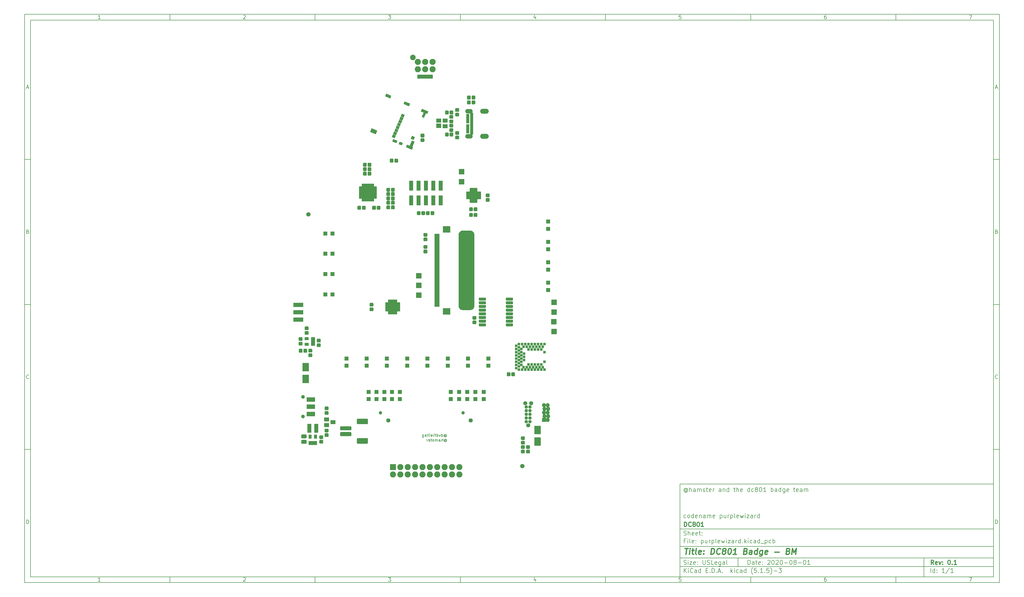
<source format=gbs>
G04 #@! TF.GenerationSoftware,KiCad,Pcbnew,(5.1.5)-3*
G04 #@! TF.CreationDate,2020-08-11T23:16:39-06:00*
G04 #@! TF.ProjectId,purplewizard,70757270-6c65-4776-997a-6172642e6b69,0.1*
G04 #@! TF.SameCoordinates,Original*
G04 #@! TF.FileFunction,Soldermask,Bot*
G04 #@! TF.FilePolarity,Negative*
%FSLAX46Y46*%
G04 Gerber Fmt 4.6, Leading zero omitted, Abs format (unit mm)*
G04 Created by KiCad (PCBNEW (5.1.5)-3) date 2020-08-11 23:16:39*
%MOMM*%
%LPD*%
G04 APERTURE LIST*
%ADD10C,0.100000*%
%ADD11C,0.150000*%
%ADD12C,0.300000*%
%ADD13C,0.400000*%
%ADD14C,0.010000*%
%ADD15R,2.200000X2.900000*%
%ADD16C,2.100000*%
%ADD17O,2.100000X2.100000*%
%ADD18C,1.924000*%
%ADD19C,1.300000*%
%ADD20R,2.900000X1.650000*%
%ADD21R,1.800000X1.400000*%
%ADD22R,1.800000X1.600000*%
%ADD23C,1.450000*%
%ADD24C,1.150000*%
%ADD25C,1.385520*%
%ADD26C,1.388060*%
%ADD27C,1.184860*%
%ADD28R,1.460000X1.050000*%
%ADD29R,1.400000X1.400000*%
%ADD30O,1.400000X1.400000*%
%ADD31R,1.700000X0.700000*%
%ADD32R,2.600000X2.200000*%
%ADD33R,1.900000X1.900000*%
%ADD34R,1.050000X1.460000*%
%ADD35R,1.400000X3.150000*%
%ADD36R,0.900000X0.900000*%
%ADD37O,3.000000X1.700000*%
%ADD38O,2.600000X1.500000*%
%ADD39R,1.100000X1.400000*%
%ADD40R,1.100000X0.700000*%
%ADD41C,1.500000*%
%ADD42R,2.100000X2.100000*%
%ADD43R,1.400000X3.400000*%
G04 APERTURE END LIST*
D10*
D11*
X235600000Y-171900000D02*
X235600000Y-203900000D01*
X343600000Y-203900000D01*
X343600000Y-171900000D01*
X235600000Y-171900000D01*
D10*
D11*
X10000000Y-10000000D02*
X10000000Y-205900000D01*
X345600000Y-205900000D01*
X345600000Y-10000000D01*
X10000000Y-10000000D01*
D10*
D11*
X12000000Y-12000000D02*
X12000000Y-203900000D01*
X343600000Y-203900000D01*
X343600000Y-12000000D01*
X12000000Y-12000000D01*
D10*
D11*
X60000000Y-12000000D02*
X60000000Y-10000000D01*
D10*
D11*
X110000000Y-12000000D02*
X110000000Y-10000000D01*
D10*
D11*
X160000000Y-12000000D02*
X160000000Y-10000000D01*
D10*
D11*
X210000000Y-12000000D02*
X210000000Y-10000000D01*
D10*
D11*
X260000000Y-12000000D02*
X260000000Y-10000000D01*
D10*
D11*
X310000000Y-12000000D02*
X310000000Y-10000000D01*
D10*
D11*
X36065476Y-11588095D02*
X35322619Y-11588095D01*
X35694047Y-11588095D02*
X35694047Y-10288095D01*
X35570238Y-10473809D01*
X35446428Y-10597619D01*
X35322619Y-10659523D01*
D10*
D11*
X85322619Y-10411904D02*
X85384523Y-10350000D01*
X85508333Y-10288095D01*
X85817857Y-10288095D01*
X85941666Y-10350000D01*
X86003571Y-10411904D01*
X86065476Y-10535714D01*
X86065476Y-10659523D01*
X86003571Y-10845238D01*
X85260714Y-11588095D01*
X86065476Y-11588095D01*
D10*
D11*
X135260714Y-10288095D02*
X136065476Y-10288095D01*
X135632142Y-10783333D01*
X135817857Y-10783333D01*
X135941666Y-10845238D01*
X136003571Y-10907142D01*
X136065476Y-11030952D01*
X136065476Y-11340476D01*
X136003571Y-11464285D01*
X135941666Y-11526190D01*
X135817857Y-11588095D01*
X135446428Y-11588095D01*
X135322619Y-11526190D01*
X135260714Y-11464285D01*
D10*
D11*
X185941666Y-10721428D02*
X185941666Y-11588095D01*
X185632142Y-10226190D02*
X185322619Y-11154761D01*
X186127380Y-11154761D01*
D10*
D11*
X236003571Y-10288095D02*
X235384523Y-10288095D01*
X235322619Y-10907142D01*
X235384523Y-10845238D01*
X235508333Y-10783333D01*
X235817857Y-10783333D01*
X235941666Y-10845238D01*
X236003571Y-10907142D01*
X236065476Y-11030952D01*
X236065476Y-11340476D01*
X236003571Y-11464285D01*
X235941666Y-11526190D01*
X235817857Y-11588095D01*
X235508333Y-11588095D01*
X235384523Y-11526190D01*
X235322619Y-11464285D01*
D10*
D11*
X285941666Y-10288095D02*
X285694047Y-10288095D01*
X285570238Y-10350000D01*
X285508333Y-10411904D01*
X285384523Y-10597619D01*
X285322619Y-10845238D01*
X285322619Y-11340476D01*
X285384523Y-11464285D01*
X285446428Y-11526190D01*
X285570238Y-11588095D01*
X285817857Y-11588095D01*
X285941666Y-11526190D01*
X286003571Y-11464285D01*
X286065476Y-11340476D01*
X286065476Y-11030952D01*
X286003571Y-10907142D01*
X285941666Y-10845238D01*
X285817857Y-10783333D01*
X285570238Y-10783333D01*
X285446428Y-10845238D01*
X285384523Y-10907142D01*
X285322619Y-11030952D01*
D10*
D11*
X335260714Y-10288095D02*
X336127380Y-10288095D01*
X335570238Y-11588095D01*
D10*
D11*
X60000000Y-203900000D02*
X60000000Y-205900000D01*
D10*
D11*
X110000000Y-203900000D02*
X110000000Y-205900000D01*
D10*
D11*
X160000000Y-203900000D02*
X160000000Y-205900000D01*
D10*
D11*
X210000000Y-203900000D02*
X210000000Y-205900000D01*
D10*
D11*
X260000000Y-203900000D02*
X260000000Y-205900000D01*
D10*
D11*
X310000000Y-203900000D02*
X310000000Y-205900000D01*
D10*
D11*
X36065476Y-205488095D02*
X35322619Y-205488095D01*
X35694047Y-205488095D02*
X35694047Y-204188095D01*
X35570238Y-204373809D01*
X35446428Y-204497619D01*
X35322619Y-204559523D01*
D10*
D11*
X85322619Y-204311904D02*
X85384523Y-204250000D01*
X85508333Y-204188095D01*
X85817857Y-204188095D01*
X85941666Y-204250000D01*
X86003571Y-204311904D01*
X86065476Y-204435714D01*
X86065476Y-204559523D01*
X86003571Y-204745238D01*
X85260714Y-205488095D01*
X86065476Y-205488095D01*
D10*
D11*
X135260714Y-204188095D02*
X136065476Y-204188095D01*
X135632142Y-204683333D01*
X135817857Y-204683333D01*
X135941666Y-204745238D01*
X136003571Y-204807142D01*
X136065476Y-204930952D01*
X136065476Y-205240476D01*
X136003571Y-205364285D01*
X135941666Y-205426190D01*
X135817857Y-205488095D01*
X135446428Y-205488095D01*
X135322619Y-205426190D01*
X135260714Y-205364285D01*
D10*
D11*
X185941666Y-204621428D02*
X185941666Y-205488095D01*
X185632142Y-204126190D02*
X185322619Y-205054761D01*
X186127380Y-205054761D01*
D10*
D11*
X236003571Y-204188095D02*
X235384523Y-204188095D01*
X235322619Y-204807142D01*
X235384523Y-204745238D01*
X235508333Y-204683333D01*
X235817857Y-204683333D01*
X235941666Y-204745238D01*
X236003571Y-204807142D01*
X236065476Y-204930952D01*
X236065476Y-205240476D01*
X236003571Y-205364285D01*
X235941666Y-205426190D01*
X235817857Y-205488095D01*
X235508333Y-205488095D01*
X235384523Y-205426190D01*
X235322619Y-205364285D01*
D10*
D11*
X285941666Y-204188095D02*
X285694047Y-204188095D01*
X285570238Y-204250000D01*
X285508333Y-204311904D01*
X285384523Y-204497619D01*
X285322619Y-204745238D01*
X285322619Y-205240476D01*
X285384523Y-205364285D01*
X285446428Y-205426190D01*
X285570238Y-205488095D01*
X285817857Y-205488095D01*
X285941666Y-205426190D01*
X286003571Y-205364285D01*
X286065476Y-205240476D01*
X286065476Y-204930952D01*
X286003571Y-204807142D01*
X285941666Y-204745238D01*
X285817857Y-204683333D01*
X285570238Y-204683333D01*
X285446428Y-204745238D01*
X285384523Y-204807142D01*
X285322619Y-204930952D01*
D10*
D11*
X335260714Y-204188095D02*
X336127380Y-204188095D01*
X335570238Y-205488095D01*
D10*
D11*
X10000000Y-60000000D02*
X12000000Y-60000000D01*
D10*
D11*
X10000000Y-110000000D02*
X12000000Y-110000000D01*
D10*
D11*
X10000000Y-160000000D02*
X12000000Y-160000000D01*
D10*
D11*
X10690476Y-35216666D02*
X11309523Y-35216666D01*
X10566666Y-35588095D02*
X11000000Y-34288095D01*
X11433333Y-35588095D01*
D10*
D11*
X11092857Y-84907142D02*
X11278571Y-84969047D01*
X11340476Y-85030952D01*
X11402380Y-85154761D01*
X11402380Y-85340476D01*
X11340476Y-85464285D01*
X11278571Y-85526190D01*
X11154761Y-85588095D01*
X10659523Y-85588095D01*
X10659523Y-84288095D01*
X11092857Y-84288095D01*
X11216666Y-84350000D01*
X11278571Y-84411904D01*
X11340476Y-84535714D01*
X11340476Y-84659523D01*
X11278571Y-84783333D01*
X11216666Y-84845238D01*
X11092857Y-84907142D01*
X10659523Y-84907142D01*
D10*
D11*
X11402380Y-135464285D02*
X11340476Y-135526190D01*
X11154761Y-135588095D01*
X11030952Y-135588095D01*
X10845238Y-135526190D01*
X10721428Y-135402380D01*
X10659523Y-135278571D01*
X10597619Y-135030952D01*
X10597619Y-134845238D01*
X10659523Y-134597619D01*
X10721428Y-134473809D01*
X10845238Y-134350000D01*
X11030952Y-134288095D01*
X11154761Y-134288095D01*
X11340476Y-134350000D01*
X11402380Y-134411904D01*
D10*
D11*
X10659523Y-185588095D02*
X10659523Y-184288095D01*
X10969047Y-184288095D01*
X11154761Y-184350000D01*
X11278571Y-184473809D01*
X11340476Y-184597619D01*
X11402380Y-184845238D01*
X11402380Y-185030952D01*
X11340476Y-185278571D01*
X11278571Y-185402380D01*
X11154761Y-185526190D01*
X10969047Y-185588095D01*
X10659523Y-185588095D01*
D10*
D11*
X345600000Y-60000000D02*
X343600000Y-60000000D01*
D10*
D11*
X345600000Y-110000000D02*
X343600000Y-110000000D01*
D10*
D11*
X345600000Y-160000000D02*
X343600000Y-160000000D01*
D10*
D11*
X344290476Y-35216666D02*
X344909523Y-35216666D01*
X344166666Y-35588095D02*
X344600000Y-34288095D01*
X345033333Y-35588095D01*
D10*
D11*
X344692857Y-84907142D02*
X344878571Y-84969047D01*
X344940476Y-85030952D01*
X345002380Y-85154761D01*
X345002380Y-85340476D01*
X344940476Y-85464285D01*
X344878571Y-85526190D01*
X344754761Y-85588095D01*
X344259523Y-85588095D01*
X344259523Y-84288095D01*
X344692857Y-84288095D01*
X344816666Y-84350000D01*
X344878571Y-84411904D01*
X344940476Y-84535714D01*
X344940476Y-84659523D01*
X344878571Y-84783333D01*
X344816666Y-84845238D01*
X344692857Y-84907142D01*
X344259523Y-84907142D01*
D10*
D11*
X345002380Y-135464285D02*
X344940476Y-135526190D01*
X344754761Y-135588095D01*
X344630952Y-135588095D01*
X344445238Y-135526190D01*
X344321428Y-135402380D01*
X344259523Y-135278571D01*
X344197619Y-135030952D01*
X344197619Y-134845238D01*
X344259523Y-134597619D01*
X344321428Y-134473809D01*
X344445238Y-134350000D01*
X344630952Y-134288095D01*
X344754761Y-134288095D01*
X344940476Y-134350000D01*
X345002380Y-134411904D01*
D10*
D11*
X344259523Y-185588095D02*
X344259523Y-184288095D01*
X344569047Y-184288095D01*
X344754761Y-184350000D01*
X344878571Y-184473809D01*
X344940476Y-184597619D01*
X345002380Y-184845238D01*
X345002380Y-185030952D01*
X344940476Y-185278571D01*
X344878571Y-185402380D01*
X344754761Y-185526190D01*
X344569047Y-185588095D01*
X344259523Y-185588095D01*
D10*
D11*
X259032142Y-199678571D02*
X259032142Y-198178571D01*
X259389285Y-198178571D01*
X259603571Y-198250000D01*
X259746428Y-198392857D01*
X259817857Y-198535714D01*
X259889285Y-198821428D01*
X259889285Y-199035714D01*
X259817857Y-199321428D01*
X259746428Y-199464285D01*
X259603571Y-199607142D01*
X259389285Y-199678571D01*
X259032142Y-199678571D01*
X261175000Y-199678571D02*
X261175000Y-198892857D01*
X261103571Y-198750000D01*
X260960714Y-198678571D01*
X260675000Y-198678571D01*
X260532142Y-198750000D01*
X261175000Y-199607142D02*
X261032142Y-199678571D01*
X260675000Y-199678571D01*
X260532142Y-199607142D01*
X260460714Y-199464285D01*
X260460714Y-199321428D01*
X260532142Y-199178571D01*
X260675000Y-199107142D01*
X261032142Y-199107142D01*
X261175000Y-199035714D01*
X261675000Y-198678571D02*
X262246428Y-198678571D01*
X261889285Y-198178571D02*
X261889285Y-199464285D01*
X261960714Y-199607142D01*
X262103571Y-199678571D01*
X262246428Y-199678571D01*
X263317857Y-199607142D02*
X263175000Y-199678571D01*
X262889285Y-199678571D01*
X262746428Y-199607142D01*
X262675000Y-199464285D01*
X262675000Y-198892857D01*
X262746428Y-198750000D01*
X262889285Y-198678571D01*
X263175000Y-198678571D01*
X263317857Y-198750000D01*
X263389285Y-198892857D01*
X263389285Y-199035714D01*
X262675000Y-199178571D01*
X264032142Y-199535714D02*
X264103571Y-199607142D01*
X264032142Y-199678571D01*
X263960714Y-199607142D01*
X264032142Y-199535714D01*
X264032142Y-199678571D01*
X264032142Y-198750000D02*
X264103571Y-198821428D01*
X264032142Y-198892857D01*
X263960714Y-198821428D01*
X264032142Y-198750000D01*
X264032142Y-198892857D01*
X265817857Y-198321428D02*
X265889285Y-198250000D01*
X266032142Y-198178571D01*
X266389285Y-198178571D01*
X266532142Y-198250000D01*
X266603571Y-198321428D01*
X266675000Y-198464285D01*
X266675000Y-198607142D01*
X266603571Y-198821428D01*
X265746428Y-199678571D01*
X266675000Y-199678571D01*
X267603571Y-198178571D02*
X267746428Y-198178571D01*
X267889285Y-198250000D01*
X267960714Y-198321428D01*
X268032142Y-198464285D01*
X268103571Y-198750000D01*
X268103571Y-199107142D01*
X268032142Y-199392857D01*
X267960714Y-199535714D01*
X267889285Y-199607142D01*
X267746428Y-199678571D01*
X267603571Y-199678571D01*
X267460714Y-199607142D01*
X267389285Y-199535714D01*
X267317857Y-199392857D01*
X267246428Y-199107142D01*
X267246428Y-198750000D01*
X267317857Y-198464285D01*
X267389285Y-198321428D01*
X267460714Y-198250000D01*
X267603571Y-198178571D01*
X268675000Y-198321428D02*
X268746428Y-198250000D01*
X268889285Y-198178571D01*
X269246428Y-198178571D01*
X269389285Y-198250000D01*
X269460714Y-198321428D01*
X269532142Y-198464285D01*
X269532142Y-198607142D01*
X269460714Y-198821428D01*
X268603571Y-199678571D01*
X269532142Y-199678571D01*
X270460714Y-198178571D02*
X270603571Y-198178571D01*
X270746428Y-198250000D01*
X270817857Y-198321428D01*
X270889285Y-198464285D01*
X270960714Y-198750000D01*
X270960714Y-199107142D01*
X270889285Y-199392857D01*
X270817857Y-199535714D01*
X270746428Y-199607142D01*
X270603571Y-199678571D01*
X270460714Y-199678571D01*
X270317857Y-199607142D01*
X270246428Y-199535714D01*
X270175000Y-199392857D01*
X270103571Y-199107142D01*
X270103571Y-198750000D01*
X270175000Y-198464285D01*
X270246428Y-198321428D01*
X270317857Y-198250000D01*
X270460714Y-198178571D01*
X271603571Y-199107142D02*
X272746428Y-199107142D01*
X273746428Y-198178571D02*
X273889285Y-198178571D01*
X274032142Y-198250000D01*
X274103571Y-198321428D01*
X274175000Y-198464285D01*
X274246428Y-198750000D01*
X274246428Y-199107142D01*
X274175000Y-199392857D01*
X274103571Y-199535714D01*
X274032142Y-199607142D01*
X273889285Y-199678571D01*
X273746428Y-199678571D01*
X273603571Y-199607142D01*
X273532142Y-199535714D01*
X273460714Y-199392857D01*
X273389285Y-199107142D01*
X273389285Y-198750000D01*
X273460714Y-198464285D01*
X273532142Y-198321428D01*
X273603571Y-198250000D01*
X273746428Y-198178571D01*
X275103571Y-198821428D02*
X274960714Y-198750000D01*
X274889285Y-198678571D01*
X274817857Y-198535714D01*
X274817857Y-198464285D01*
X274889285Y-198321428D01*
X274960714Y-198250000D01*
X275103571Y-198178571D01*
X275389285Y-198178571D01*
X275532142Y-198250000D01*
X275603571Y-198321428D01*
X275675000Y-198464285D01*
X275675000Y-198535714D01*
X275603571Y-198678571D01*
X275532142Y-198750000D01*
X275389285Y-198821428D01*
X275103571Y-198821428D01*
X274960714Y-198892857D01*
X274889285Y-198964285D01*
X274817857Y-199107142D01*
X274817857Y-199392857D01*
X274889285Y-199535714D01*
X274960714Y-199607142D01*
X275103571Y-199678571D01*
X275389285Y-199678571D01*
X275532142Y-199607142D01*
X275603571Y-199535714D01*
X275675000Y-199392857D01*
X275675000Y-199107142D01*
X275603571Y-198964285D01*
X275532142Y-198892857D01*
X275389285Y-198821428D01*
X276317857Y-199107142D02*
X277460714Y-199107142D01*
X278460714Y-198178571D02*
X278603571Y-198178571D01*
X278746428Y-198250000D01*
X278817857Y-198321428D01*
X278889285Y-198464285D01*
X278960714Y-198750000D01*
X278960714Y-199107142D01*
X278889285Y-199392857D01*
X278817857Y-199535714D01*
X278746428Y-199607142D01*
X278603571Y-199678571D01*
X278460714Y-199678571D01*
X278317857Y-199607142D01*
X278246428Y-199535714D01*
X278175000Y-199392857D01*
X278103571Y-199107142D01*
X278103571Y-198750000D01*
X278175000Y-198464285D01*
X278246428Y-198321428D01*
X278317857Y-198250000D01*
X278460714Y-198178571D01*
X280389285Y-199678571D02*
X279532142Y-199678571D01*
X279960714Y-199678571D02*
X279960714Y-198178571D01*
X279817857Y-198392857D01*
X279675000Y-198535714D01*
X279532142Y-198607142D01*
D10*
D11*
X235600000Y-200400000D02*
X343600000Y-200400000D01*
D10*
D11*
X237032142Y-202478571D02*
X237032142Y-200978571D01*
X237889285Y-202478571D02*
X237246428Y-201621428D01*
X237889285Y-200978571D02*
X237032142Y-201835714D01*
X238532142Y-202478571D02*
X238532142Y-201478571D01*
X238532142Y-200978571D02*
X238460714Y-201050000D01*
X238532142Y-201121428D01*
X238603571Y-201050000D01*
X238532142Y-200978571D01*
X238532142Y-201121428D01*
X240103571Y-202335714D02*
X240032142Y-202407142D01*
X239817857Y-202478571D01*
X239675000Y-202478571D01*
X239460714Y-202407142D01*
X239317857Y-202264285D01*
X239246428Y-202121428D01*
X239175000Y-201835714D01*
X239175000Y-201621428D01*
X239246428Y-201335714D01*
X239317857Y-201192857D01*
X239460714Y-201050000D01*
X239675000Y-200978571D01*
X239817857Y-200978571D01*
X240032142Y-201050000D01*
X240103571Y-201121428D01*
X241389285Y-202478571D02*
X241389285Y-201692857D01*
X241317857Y-201550000D01*
X241175000Y-201478571D01*
X240889285Y-201478571D01*
X240746428Y-201550000D01*
X241389285Y-202407142D02*
X241246428Y-202478571D01*
X240889285Y-202478571D01*
X240746428Y-202407142D01*
X240675000Y-202264285D01*
X240675000Y-202121428D01*
X240746428Y-201978571D01*
X240889285Y-201907142D01*
X241246428Y-201907142D01*
X241389285Y-201835714D01*
X242746428Y-202478571D02*
X242746428Y-200978571D01*
X242746428Y-202407142D02*
X242603571Y-202478571D01*
X242317857Y-202478571D01*
X242175000Y-202407142D01*
X242103571Y-202335714D01*
X242032142Y-202192857D01*
X242032142Y-201764285D01*
X242103571Y-201621428D01*
X242175000Y-201550000D01*
X242317857Y-201478571D01*
X242603571Y-201478571D01*
X242746428Y-201550000D01*
X244603571Y-201692857D02*
X245103571Y-201692857D01*
X245317857Y-202478571D02*
X244603571Y-202478571D01*
X244603571Y-200978571D01*
X245317857Y-200978571D01*
X245960714Y-202335714D02*
X246032142Y-202407142D01*
X245960714Y-202478571D01*
X245889285Y-202407142D01*
X245960714Y-202335714D01*
X245960714Y-202478571D01*
X246675000Y-202478571D02*
X246675000Y-200978571D01*
X247032142Y-200978571D01*
X247246428Y-201050000D01*
X247389285Y-201192857D01*
X247460714Y-201335714D01*
X247532142Y-201621428D01*
X247532142Y-201835714D01*
X247460714Y-202121428D01*
X247389285Y-202264285D01*
X247246428Y-202407142D01*
X247032142Y-202478571D01*
X246675000Y-202478571D01*
X248175000Y-202335714D02*
X248246428Y-202407142D01*
X248175000Y-202478571D01*
X248103571Y-202407142D01*
X248175000Y-202335714D01*
X248175000Y-202478571D01*
X248817857Y-202050000D02*
X249532142Y-202050000D01*
X248675000Y-202478571D02*
X249175000Y-200978571D01*
X249675000Y-202478571D01*
X250175000Y-202335714D02*
X250246428Y-202407142D01*
X250175000Y-202478571D01*
X250103571Y-202407142D01*
X250175000Y-202335714D01*
X250175000Y-202478571D01*
X253175000Y-202478571D02*
X253175000Y-200978571D01*
X253317857Y-201907142D02*
X253746428Y-202478571D01*
X253746428Y-201478571D02*
X253175000Y-202050000D01*
X254389285Y-202478571D02*
X254389285Y-201478571D01*
X254389285Y-200978571D02*
X254317857Y-201050000D01*
X254389285Y-201121428D01*
X254460714Y-201050000D01*
X254389285Y-200978571D01*
X254389285Y-201121428D01*
X255746428Y-202407142D02*
X255603571Y-202478571D01*
X255317857Y-202478571D01*
X255175000Y-202407142D01*
X255103571Y-202335714D01*
X255032142Y-202192857D01*
X255032142Y-201764285D01*
X255103571Y-201621428D01*
X255175000Y-201550000D01*
X255317857Y-201478571D01*
X255603571Y-201478571D01*
X255746428Y-201550000D01*
X257032142Y-202478571D02*
X257032142Y-201692857D01*
X256960714Y-201550000D01*
X256817857Y-201478571D01*
X256532142Y-201478571D01*
X256389285Y-201550000D01*
X257032142Y-202407142D02*
X256889285Y-202478571D01*
X256532142Y-202478571D01*
X256389285Y-202407142D01*
X256317857Y-202264285D01*
X256317857Y-202121428D01*
X256389285Y-201978571D01*
X256532142Y-201907142D01*
X256889285Y-201907142D01*
X257032142Y-201835714D01*
X258389285Y-202478571D02*
X258389285Y-200978571D01*
X258389285Y-202407142D02*
X258246428Y-202478571D01*
X257960714Y-202478571D01*
X257817857Y-202407142D01*
X257746428Y-202335714D01*
X257675000Y-202192857D01*
X257675000Y-201764285D01*
X257746428Y-201621428D01*
X257817857Y-201550000D01*
X257960714Y-201478571D01*
X258246428Y-201478571D01*
X258389285Y-201550000D01*
X260675000Y-203050000D02*
X260603571Y-202978571D01*
X260460714Y-202764285D01*
X260389285Y-202621428D01*
X260317857Y-202407142D01*
X260246428Y-202050000D01*
X260246428Y-201764285D01*
X260317857Y-201407142D01*
X260389285Y-201192857D01*
X260460714Y-201050000D01*
X260603571Y-200835714D01*
X260675000Y-200764285D01*
X261960714Y-200978571D02*
X261246428Y-200978571D01*
X261175000Y-201692857D01*
X261246428Y-201621428D01*
X261389285Y-201550000D01*
X261746428Y-201550000D01*
X261889285Y-201621428D01*
X261960714Y-201692857D01*
X262032142Y-201835714D01*
X262032142Y-202192857D01*
X261960714Y-202335714D01*
X261889285Y-202407142D01*
X261746428Y-202478571D01*
X261389285Y-202478571D01*
X261246428Y-202407142D01*
X261175000Y-202335714D01*
X262675000Y-202335714D02*
X262746428Y-202407142D01*
X262675000Y-202478571D01*
X262603571Y-202407142D01*
X262675000Y-202335714D01*
X262675000Y-202478571D01*
X264175000Y-202478571D02*
X263317857Y-202478571D01*
X263746428Y-202478571D02*
X263746428Y-200978571D01*
X263603571Y-201192857D01*
X263460714Y-201335714D01*
X263317857Y-201407142D01*
X264817857Y-202335714D02*
X264889285Y-202407142D01*
X264817857Y-202478571D01*
X264746428Y-202407142D01*
X264817857Y-202335714D01*
X264817857Y-202478571D01*
X266246428Y-200978571D02*
X265532142Y-200978571D01*
X265460714Y-201692857D01*
X265532142Y-201621428D01*
X265675000Y-201550000D01*
X266032142Y-201550000D01*
X266175000Y-201621428D01*
X266246428Y-201692857D01*
X266317857Y-201835714D01*
X266317857Y-202192857D01*
X266246428Y-202335714D01*
X266175000Y-202407142D01*
X266032142Y-202478571D01*
X265675000Y-202478571D01*
X265532142Y-202407142D01*
X265460714Y-202335714D01*
X266817857Y-203050000D02*
X266889285Y-202978571D01*
X267032142Y-202764285D01*
X267103571Y-202621428D01*
X267175000Y-202407142D01*
X267246428Y-202050000D01*
X267246428Y-201764285D01*
X267175000Y-201407142D01*
X267103571Y-201192857D01*
X267032142Y-201050000D01*
X266889285Y-200835714D01*
X266817857Y-200764285D01*
X267960714Y-201907142D02*
X269103571Y-201907142D01*
X269675000Y-200978571D02*
X270603571Y-200978571D01*
X270103571Y-201550000D01*
X270317857Y-201550000D01*
X270460714Y-201621428D01*
X270532142Y-201692857D01*
X270603571Y-201835714D01*
X270603571Y-202192857D01*
X270532142Y-202335714D01*
X270460714Y-202407142D01*
X270317857Y-202478571D01*
X269889285Y-202478571D01*
X269746428Y-202407142D01*
X269675000Y-202335714D01*
D10*
D11*
X235600000Y-197400000D02*
X343600000Y-197400000D01*
D10*
D12*
X323009285Y-199678571D02*
X322509285Y-198964285D01*
X322152142Y-199678571D02*
X322152142Y-198178571D01*
X322723571Y-198178571D01*
X322866428Y-198250000D01*
X322937857Y-198321428D01*
X323009285Y-198464285D01*
X323009285Y-198678571D01*
X322937857Y-198821428D01*
X322866428Y-198892857D01*
X322723571Y-198964285D01*
X322152142Y-198964285D01*
X324223571Y-199607142D02*
X324080714Y-199678571D01*
X323795000Y-199678571D01*
X323652142Y-199607142D01*
X323580714Y-199464285D01*
X323580714Y-198892857D01*
X323652142Y-198750000D01*
X323795000Y-198678571D01*
X324080714Y-198678571D01*
X324223571Y-198750000D01*
X324295000Y-198892857D01*
X324295000Y-199035714D01*
X323580714Y-199178571D01*
X324795000Y-198678571D02*
X325152142Y-199678571D01*
X325509285Y-198678571D01*
X326080714Y-199535714D02*
X326152142Y-199607142D01*
X326080714Y-199678571D01*
X326009285Y-199607142D01*
X326080714Y-199535714D01*
X326080714Y-199678571D01*
X326080714Y-198750000D02*
X326152142Y-198821428D01*
X326080714Y-198892857D01*
X326009285Y-198821428D01*
X326080714Y-198750000D01*
X326080714Y-198892857D01*
X328223571Y-198178571D02*
X328366428Y-198178571D01*
X328509285Y-198250000D01*
X328580714Y-198321428D01*
X328652142Y-198464285D01*
X328723571Y-198750000D01*
X328723571Y-199107142D01*
X328652142Y-199392857D01*
X328580714Y-199535714D01*
X328509285Y-199607142D01*
X328366428Y-199678571D01*
X328223571Y-199678571D01*
X328080714Y-199607142D01*
X328009285Y-199535714D01*
X327937857Y-199392857D01*
X327866428Y-199107142D01*
X327866428Y-198750000D01*
X327937857Y-198464285D01*
X328009285Y-198321428D01*
X328080714Y-198250000D01*
X328223571Y-198178571D01*
X329366428Y-199535714D02*
X329437857Y-199607142D01*
X329366428Y-199678571D01*
X329295000Y-199607142D01*
X329366428Y-199535714D01*
X329366428Y-199678571D01*
X330866428Y-199678571D02*
X330009285Y-199678571D01*
X330437857Y-199678571D02*
X330437857Y-198178571D01*
X330295000Y-198392857D01*
X330152142Y-198535714D01*
X330009285Y-198607142D01*
D10*
D11*
X236960714Y-199607142D02*
X237175000Y-199678571D01*
X237532142Y-199678571D01*
X237675000Y-199607142D01*
X237746428Y-199535714D01*
X237817857Y-199392857D01*
X237817857Y-199250000D01*
X237746428Y-199107142D01*
X237675000Y-199035714D01*
X237532142Y-198964285D01*
X237246428Y-198892857D01*
X237103571Y-198821428D01*
X237032142Y-198750000D01*
X236960714Y-198607142D01*
X236960714Y-198464285D01*
X237032142Y-198321428D01*
X237103571Y-198250000D01*
X237246428Y-198178571D01*
X237603571Y-198178571D01*
X237817857Y-198250000D01*
X238460714Y-199678571D02*
X238460714Y-198678571D01*
X238460714Y-198178571D02*
X238389285Y-198250000D01*
X238460714Y-198321428D01*
X238532142Y-198250000D01*
X238460714Y-198178571D01*
X238460714Y-198321428D01*
X239032142Y-198678571D02*
X239817857Y-198678571D01*
X239032142Y-199678571D01*
X239817857Y-199678571D01*
X240960714Y-199607142D02*
X240817857Y-199678571D01*
X240532142Y-199678571D01*
X240389285Y-199607142D01*
X240317857Y-199464285D01*
X240317857Y-198892857D01*
X240389285Y-198750000D01*
X240532142Y-198678571D01*
X240817857Y-198678571D01*
X240960714Y-198750000D01*
X241032142Y-198892857D01*
X241032142Y-199035714D01*
X240317857Y-199178571D01*
X241675000Y-199535714D02*
X241746428Y-199607142D01*
X241675000Y-199678571D01*
X241603571Y-199607142D01*
X241675000Y-199535714D01*
X241675000Y-199678571D01*
X241675000Y-198750000D02*
X241746428Y-198821428D01*
X241675000Y-198892857D01*
X241603571Y-198821428D01*
X241675000Y-198750000D01*
X241675000Y-198892857D01*
X243532142Y-198178571D02*
X243532142Y-199392857D01*
X243603571Y-199535714D01*
X243675000Y-199607142D01*
X243817857Y-199678571D01*
X244103571Y-199678571D01*
X244246428Y-199607142D01*
X244317857Y-199535714D01*
X244389285Y-199392857D01*
X244389285Y-198178571D01*
X245032142Y-199607142D02*
X245246428Y-199678571D01*
X245603571Y-199678571D01*
X245746428Y-199607142D01*
X245817857Y-199535714D01*
X245889285Y-199392857D01*
X245889285Y-199250000D01*
X245817857Y-199107142D01*
X245746428Y-199035714D01*
X245603571Y-198964285D01*
X245317857Y-198892857D01*
X245175000Y-198821428D01*
X245103571Y-198750000D01*
X245032142Y-198607142D01*
X245032142Y-198464285D01*
X245103571Y-198321428D01*
X245175000Y-198250000D01*
X245317857Y-198178571D01*
X245675000Y-198178571D01*
X245889285Y-198250000D01*
X247246428Y-199678571D02*
X246532142Y-199678571D01*
X246532142Y-198178571D01*
X248317857Y-199607142D02*
X248175000Y-199678571D01*
X247889285Y-199678571D01*
X247746428Y-199607142D01*
X247675000Y-199464285D01*
X247675000Y-198892857D01*
X247746428Y-198750000D01*
X247889285Y-198678571D01*
X248175000Y-198678571D01*
X248317857Y-198750000D01*
X248389285Y-198892857D01*
X248389285Y-199035714D01*
X247675000Y-199178571D01*
X249675000Y-198678571D02*
X249675000Y-199892857D01*
X249603571Y-200035714D01*
X249532142Y-200107142D01*
X249389285Y-200178571D01*
X249175000Y-200178571D01*
X249032142Y-200107142D01*
X249675000Y-199607142D02*
X249532142Y-199678571D01*
X249246428Y-199678571D01*
X249103571Y-199607142D01*
X249032142Y-199535714D01*
X248960714Y-199392857D01*
X248960714Y-198964285D01*
X249032142Y-198821428D01*
X249103571Y-198750000D01*
X249246428Y-198678571D01*
X249532142Y-198678571D01*
X249675000Y-198750000D01*
X251032142Y-199678571D02*
X251032142Y-198892857D01*
X250960714Y-198750000D01*
X250817857Y-198678571D01*
X250532142Y-198678571D01*
X250389285Y-198750000D01*
X251032142Y-199607142D02*
X250889285Y-199678571D01*
X250532142Y-199678571D01*
X250389285Y-199607142D01*
X250317857Y-199464285D01*
X250317857Y-199321428D01*
X250389285Y-199178571D01*
X250532142Y-199107142D01*
X250889285Y-199107142D01*
X251032142Y-199035714D01*
X251960714Y-199678571D02*
X251817857Y-199607142D01*
X251746428Y-199464285D01*
X251746428Y-198178571D01*
D10*
D11*
X322032142Y-202478571D02*
X322032142Y-200978571D01*
X323389285Y-202478571D02*
X323389285Y-200978571D01*
X323389285Y-202407142D02*
X323246428Y-202478571D01*
X322960714Y-202478571D01*
X322817857Y-202407142D01*
X322746428Y-202335714D01*
X322675000Y-202192857D01*
X322675000Y-201764285D01*
X322746428Y-201621428D01*
X322817857Y-201550000D01*
X322960714Y-201478571D01*
X323246428Y-201478571D01*
X323389285Y-201550000D01*
X324103571Y-202335714D02*
X324175000Y-202407142D01*
X324103571Y-202478571D01*
X324032142Y-202407142D01*
X324103571Y-202335714D01*
X324103571Y-202478571D01*
X324103571Y-201550000D02*
X324175000Y-201621428D01*
X324103571Y-201692857D01*
X324032142Y-201621428D01*
X324103571Y-201550000D01*
X324103571Y-201692857D01*
X326746428Y-202478571D02*
X325889285Y-202478571D01*
X326317857Y-202478571D02*
X326317857Y-200978571D01*
X326175000Y-201192857D01*
X326032142Y-201335714D01*
X325889285Y-201407142D01*
X328460714Y-200907142D02*
X327175000Y-202835714D01*
X329746428Y-202478571D02*
X328889285Y-202478571D01*
X329317857Y-202478571D02*
X329317857Y-200978571D01*
X329175000Y-201192857D01*
X329032142Y-201335714D01*
X328889285Y-201407142D01*
D10*
D11*
X235600000Y-193400000D02*
X343600000Y-193400000D01*
D10*
D13*
X237312380Y-194104761D02*
X238455238Y-194104761D01*
X237633809Y-196104761D02*
X237883809Y-194104761D01*
X238871904Y-196104761D02*
X239038571Y-194771428D01*
X239121904Y-194104761D02*
X239014761Y-194200000D01*
X239098095Y-194295238D01*
X239205238Y-194200000D01*
X239121904Y-194104761D01*
X239098095Y-194295238D01*
X239705238Y-194771428D02*
X240467142Y-194771428D01*
X240074285Y-194104761D02*
X239860000Y-195819047D01*
X239931428Y-196009523D01*
X240110000Y-196104761D01*
X240300476Y-196104761D01*
X241252857Y-196104761D02*
X241074285Y-196009523D01*
X241002857Y-195819047D01*
X241217142Y-194104761D01*
X242788571Y-196009523D02*
X242586190Y-196104761D01*
X242205238Y-196104761D01*
X242026666Y-196009523D01*
X241955238Y-195819047D01*
X242050476Y-195057142D01*
X242169523Y-194866666D01*
X242371904Y-194771428D01*
X242752857Y-194771428D01*
X242931428Y-194866666D01*
X243002857Y-195057142D01*
X242979047Y-195247619D01*
X242002857Y-195438095D01*
X243752857Y-195914285D02*
X243836190Y-196009523D01*
X243729047Y-196104761D01*
X243645714Y-196009523D01*
X243752857Y-195914285D01*
X243729047Y-196104761D01*
X243883809Y-194866666D02*
X243967142Y-194961904D01*
X243860000Y-195057142D01*
X243776666Y-194961904D01*
X243883809Y-194866666D01*
X243860000Y-195057142D01*
X246205238Y-196104761D02*
X246455238Y-194104761D01*
X246931428Y-194104761D01*
X247205238Y-194200000D01*
X247371904Y-194390476D01*
X247443333Y-194580952D01*
X247490952Y-194961904D01*
X247455238Y-195247619D01*
X247312380Y-195628571D01*
X247193333Y-195819047D01*
X246979047Y-196009523D01*
X246681428Y-196104761D01*
X246205238Y-196104761D01*
X249371904Y-195914285D02*
X249264761Y-196009523D01*
X248967142Y-196104761D01*
X248776666Y-196104761D01*
X248502857Y-196009523D01*
X248336190Y-195819047D01*
X248264761Y-195628571D01*
X248217142Y-195247619D01*
X248252857Y-194961904D01*
X248395714Y-194580952D01*
X248514761Y-194390476D01*
X248729047Y-194200000D01*
X249026666Y-194104761D01*
X249217142Y-194104761D01*
X249490952Y-194200000D01*
X249574285Y-194295238D01*
X250633809Y-194961904D02*
X250455238Y-194866666D01*
X250371904Y-194771428D01*
X250300476Y-194580952D01*
X250312380Y-194485714D01*
X250431428Y-194295238D01*
X250538571Y-194200000D01*
X250740952Y-194104761D01*
X251121904Y-194104761D01*
X251300476Y-194200000D01*
X251383809Y-194295238D01*
X251455238Y-194485714D01*
X251443333Y-194580952D01*
X251324285Y-194771428D01*
X251217142Y-194866666D01*
X251014761Y-194961904D01*
X250633809Y-194961904D01*
X250431428Y-195057142D01*
X250324285Y-195152380D01*
X250205238Y-195342857D01*
X250157619Y-195723809D01*
X250229047Y-195914285D01*
X250312380Y-196009523D01*
X250490952Y-196104761D01*
X250871904Y-196104761D01*
X251074285Y-196009523D01*
X251181428Y-195914285D01*
X251300476Y-195723809D01*
X251348095Y-195342857D01*
X251276666Y-195152380D01*
X251193333Y-195057142D01*
X251014761Y-194961904D01*
X252740952Y-194104761D02*
X252931428Y-194104761D01*
X253110000Y-194200000D01*
X253193333Y-194295238D01*
X253264761Y-194485714D01*
X253312380Y-194866666D01*
X253252857Y-195342857D01*
X253110000Y-195723809D01*
X252990952Y-195914285D01*
X252883809Y-196009523D01*
X252681428Y-196104761D01*
X252490952Y-196104761D01*
X252312380Y-196009523D01*
X252229047Y-195914285D01*
X252157619Y-195723809D01*
X252110000Y-195342857D01*
X252169523Y-194866666D01*
X252312380Y-194485714D01*
X252431428Y-194295238D01*
X252538571Y-194200000D01*
X252740952Y-194104761D01*
X255062380Y-196104761D02*
X253919523Y-196104761D01*
X254490952Y-196104761D02*
X254740952Y-194104761D01*
X254514761Y-194390476D01*
X254300476Y-194580952D01*
X254098095Y-194676190D01*
X258240952Y-195057142D02*
X258514761Y-195152380D01*
X258598095Y-195247619D01*
X258669523Y-195438095D01*
X258633809Y-195723809D01*
X258514761Y-195914285D01*
X258407619Y-196009523D01*
X258205238Y-196104761D01*
X257443333Y-196104761D01*
X257693333Y-194104761D01*
X258360000Y-194104761D01*
X258538571Y-194200000D01*
X258621904Y-194295238D01*
X258693333Y-194485714D01*
X258669523Y-194676190D01*
X258550476Y-194866666D01*
X258443333Y-194961904D01*
X258240952Y-195057142D01*
X257574285Y-195057142D01*
X260300476Y-196104761D02*
X260431428Y-195057142D01*
X260360000Y-194866666D01*
X260181428Y-194771428D01*
X259800476Y-194771428D01*
X259598095Y-194866666D01*
X260312380Y-196009523D02*
X260110000Y-196104761D01*
X259633809Y-196104761D01*
X259455238Y-196009523D01*
X259383809Y-195819047D01*
X259407619Y-195628571D01*
X259526666Y-195438095D01*
X259729047Y-195342857D01*
X260205238Y-195342857D01*
X260407619Y-195247619D01*
X262110000Y-196104761D02*
X262360000Y-194104761D01*
X262121904Y-196009523D02*
X261919523Y-196104761D01*
X261538571Y-196104761D01*
X261360000Y-196009523D01*
X261276666Y-195914285D01*
X261205238Y-195723809D01*
X261276666Y-195152380D01*
X261395714Y-194961904D01*
X261502857Y-194866666D01*
X261705238Y-194771428D01*
X262086190Y-194771428D01*
X262264761Y-194866666D01*
X264086190Y-194771428D02*
X263883809Y-196390476D01*
X263764761Y-196580952D01*
X263657619Y-196676190D01*
X263455238Y-196771428D01*
X263169523Y-196771428D01*
X262990952Y-196676190D01*
X263931428Y-196009523D02*
X263729047Y-196104761D01*
X263348095Y-196104761D01*
X263169523Y-196009523D01*
X263086190Y-195914285D01*
X263014761Y-195723809D01*
X263086190Y-195152380D01*
X263205238Y-194961904D01*
X263312380Y-194866666D01*
X263514761Y-194771428D01*
X263895714Y-194771428D01*
X264074285Y-194866666D01*
X265645714Y-196009523D02*
X265443333Y-196104761D01*
X265062380Y-196104761D01*
X264883809Y-196009523D01*
X264812380Y-195819047D01*
X264907619Y-195057142D01*
X265026666Y-194866666D01*
X265229047Y-194771428D01*
X265610000Y-194771428D01*
X265788571Y-194866666D01*
X265860000Y-195057142D01*
X265836190Y-195247619D01*
X264860000Y-195438095D01*
X268205238Y-195342857D02*
X269729047Y-195342857D01*
X272907619Y-195057142D02*
X273181428Y-195152380D01*
X273264761Y-195247619D01*
X273336190Y-195438095D01*
X273300476Y-195723809D01*
X273181428Y-195914285D01*
X273074285Y-196009523D01*
X272871904Y-196104761D01*
X272110000Y-196104761D01*
X272360000Y-194104761D01*
X273026666Y-194104761D01*
X273205238Y-194200000D01*
X273288571Y-194295238D01*
X273360000Y-194485714D01*
X273336190Y-194676190D01*
X273217142Y-194866666D01*
X273110000Y-194961904D01*
X272907619Y-195057142D01*
X272240952Y-195057142D01*
X274110000Y-196104761D02*
X274360000Y-194104761D01*
X274848095Y-195533333D01*
X275693333Y-194104761D01*
X275443333Y-196104761D01*
D10*
D11*
X237532142Y-191492857D02*
X237032142Y-191492857D01*
X237032142Y-192278571D02*
X237032142Y-190778571D01*
X237746428Y-190778571D01*
X238317857Y-192278571D02*
X238317857Y-191278571D01*
X238317857Y-190778571D02*
X238246428Y-190850000D01*
X238317857Y-190921428D01*
X238389285Y-190850000D01*
X238317857Y-190778571D01*
X238317857Y-190921428D01*
X239246428Y-192278571D02*
X239103571Y-192207142D01*
X239032142Y-192064285D01*
X239032142Y-190778571D01*
X240389285Y-192207142D02*
X240246428Y-192278571D01*
X239960714Y-192278571D01*
X239817857Y-192207142D01*
X239746428Y-192064285D01*
X239746428Y-191492857D01*
X239817857Y-191350000D01*
X239960714Y-191278571D01*
X240246428Y-191278571D01*
X240389285Y-191350000D01*
X240460714Y-191492857D01*
X240460714Y-191635714D01*
X239746428Y-191778571D01*
X241103571Y-192135714D02*
X241175000Y-192207142D01*
X241103571Y-192278571D01*
X241032142Y-192207142D01*
X241103571Y-192135714D01*
X241103571Y-192278571D01*
X241103571Y-191350000D02*
X241175000Y-191421428D01*
X241103571Y-191492857D01*
X241032142Y-191421428D01*
X241103571Y-191350000D01*
X241103571Y-191492857D01*
X242960714Y-191278571D02*
X242960714Y-192778571D01*
X242960714Y-191350000D02*
X243103571Y-191278571D01*
X243389285Y-191278571D01*
X243532142Y-191350000D01*
X243603571Y-191421428D01*
X243675000Y-191564285D01*
X243675000Y-191992857D01*
X243603571Y-192135714D01*
X243532142Y-192207142D01*
X243389285Y-192278571D01*
X243103571Y-192278571D01*
X242960714Y-192207142D01*
X244960714Y-191278571D02*
X244960714Y-192278571D01*
X244317857Y-191278571D02*
X244317857Y-192064285D01*
X244389285Y-192207142D01*
X244532142Y-192278571D01*
X244746428Y-192278571D01*
X244889285Y-192207142D01*
X244960714Y-192135714D01*
X245675000Y-192278571D02*
X245675000Y-191278571D01*
X245675000Y-191564285D02*
X245746428Y-191421428D01*
X245817857Y-191350000D01*
X245960714Y-191278571D01*
X246103571Y-191278571D01*
X246603571Y-191278571D02*
X246603571Y-192778571D01*
X246603571Y-191350000D02*
X246746428Y-191278571D01*
X247032142Y-191278571D01*
X247175000Y-191350000D01*
X247246428Y-191421428D01*
X247317857Y-191564285D01*
X247317857Y-191992857D01*
X247246428Y-192135714D01*
X247175000Y-192207142D01*
X247032142Y-192278571D01*
X246746428Y-192278571D01*
X246603571Y-192207142D01*
X248175000Y-192278571D02*
X248032142Y-192207142D01*
X247960714Y-192064285D01*
X247960714Y-190778571D01*
X249317857Y-192207142D02*
X249175000Y-192278571D01*
X248889285Y-192278571D01*
X248746428Y-192207142D01*
X248675000Y-192064285D01*
X248675000Y-191492857D01*
X248746428Y-191350000D01*
X248889285Y-191278571D01*
X249175000Y-191278571D01*
X249317857Y-191350000D01*
X249389285Y-191492857D01*
X249389285Y-191635714D01*
X248675000Y-191778571D01*
X249889285Y-191278571D02*
X250175000Y-192278571D01*
X250460714Y-191564285D01*
X250746428Y-192278571D01*
X251032142Y-191278571D01*
X251603571Y-192278571D02*
X251603571Y-191278571D01*
X251603571Y-190778571D02*
X251532142Y-190850000D01*
X251603571Y-190921428D01*
X251675000Y-190850000D01*
X251603571Y-190778571D01*
X251603571Y-190921428D01*
X252175000Y-191278571D02*
X252960714Y-191278571D01*
X252175000Y-192278571D01*
X252960714Y-192278571D01*
X254175000Y-192278571D02*
X254175000Y-191492857D01*
X254103571Y-191350000D01*
X253960714Y-191278571D01*
X253675000Y-191278571D01*
X253532142Y-191350000D01*
X254175000Y-192207142D02*
X254032142Y-192278571D01*
X253675000Y-192278571D01*
X253532142Y-192207142D01*
X253460714Y-192064285D01*
X253460714Y-191921428D01*
X253532142Y-191778571D01*
X253675000Y-191707142D01*
X254032142Y-191707142D01*
X254175000Y-191635714D01*
X254889285Y-192278571D02*
X254889285Y-191278571D01*
X254889285Y-191564285D02*
X254960714Y-191421428D01*
X255032142Y-191350000D01*
X255175000Y-191278571D01*
X255317857Y-191278571D01*
X256460714Y-192278571D02*
X256460714Y-190778571D01*
X256460714Y-192207142D02*
X256317857Y-192278571D01*
X256032142Y-192278571D01*
X255889285Y-192207142D01*
X255817857Y-192135714D01*
X255746428Y-191992857D01*
X255746428Y-191564285D01*
X255817857Y-191421428D01*
X255889285Y-191350000D01*
X256032142Y-191278571D01*
X256317857Y-191278571D01*
X256460714Y-191350000D01*
X257175000Y-192135714D02*
X257246428Y-192207142D01*
X257175000Y-192278571D01*
X257103571Y-192207142D01*
X257175000Y-192135714D01*
X257175000Y-192278571D01*
X257889285Y-192278571D02*
X257889285Y-190778571D01*
X258032142Y-191707142D02*
X258460714Y-192278571D01*
X258460714Y-191278571D02*
X257889285Y-191850000D01*
X259103571Y-192278571D02*
X259103571Y-191278571D01*
X259103571Y-190778571D02*
X259032142Y-190850000D01*
X259103571Y-190921428D01*
X259175000Y-190850000D01*
X259103571Y-190778571D01*
X259103571Y-190921428D01*
X260460714Y-192207142D02*
X260317857Y-192278571D01*
X260032142Y-192278571D01*
X259889285Y-192207142D01*
X259817857Y-192135714D01*
X259746428Y-191992857D01*
X259746428Y-191564285D01*
X259817857Y-191421428D01*
X259889285Y-191350000D01*
X260032142Y-191278571D01*
X260317857Y-191278571D01*
X260460714Y-191350000D01*
X261746428Y-192278571D02*
X261746428Y-191492857D01*
X261675000Y-191350000D01*
X261532142Y-191278571D01*
X261246428Y-191278571D01*
X261103571Y-191350000D01*
X261746428Y-192207142D02*
X261603571Y-192278571D01*
X261246428Y-192278571D01*
X261103571Y-192207142D01*
X261032142Y-192064285D01*
X261032142Y-191921428D01*
X261103571Y-191778571D01*
X261246428Y-191707142D01*
X261603571Y-191707142D01*
X261746428Y-191635714D01*
X263103571Y-192278571D02*
X263103571Y-190778571D01*
X263103571Y-192207142D02*
X262960714Y-192278571D01*
X262675000Y-192278571D01*
X262532142Y-192207142D01*
X262460714Y-192135714D01*
X262389285Y-191992857D01*
X262389285Y-191564285D01*
X262460714Y-191421428D01*
X262532142Y-191350000D01*
X262675000Y-191278571D01*
X262960714Y-191278571D01*
X263103571Y-191350000D01*
X263460714Y-192421428D02*
X264603571Y-192421428D01*
X264960714Y-191278571D02*
X264960714Y-192778571D01*
X264960714Y-191350000D02*
X265103571Y-191278571D01*
X265389285Y-191278571D01*
X265532142Y-191350000D01*
X265603571Y-191421428D01*
X265675000Y-191564285D01*
X265675000Y-191992857D01*
X265603571Y-192135714D01*
X265532142Y-192207142D01*
X265389285Y-192278571D01*
X265103571Y-192278571D01*
X264960714Y-192207142D01*
X266960714Y-192207142D02*
X266817857Y-192278571D01*
X266532142Y-192278571D01*
X266389285Y-192207142D01*
X266317857Y-192135714D01*
X266246428Y-191992857D01*
X266246428Y-191564285D01*
X266317857Y-191421428D01*
X266389285Y-191350000D01*
X266532142Y-191278571D01*
X266817857Y-191278571D01*
X266960714Y-191350000D01*
X267603571Y-192278571D02*
X267603571Y-190778571D01*
X267603571Y-191350000D02*
X267746428Y-191278571D01*
X268032142Y-191278571D01*
X268175000Y-191350000D01*
X268246428Y-191421428D01*
X268317857Y-191564285D01*
X268317857Y-191992857D01*
X268246428Y-192135714D01*
X268175000Y-192207142D01*
X268032142Y-192278571D01*
X267746428Y-192278571D01*
X267603571Y-192207142D01*
D10*
D11*
X235600000Y-187400000D02*
X343600000Y-187400000D01*
D10*
D11*
X236960714Y-189507142D02*
X237175000Y-189578571D01*
X237532142Y-189578571D01*
X237675000Y-189507142D01*
X237746428Y-189435714D01*
X237817857Y-189292857D01*
X237817857Y-189150000D01*
X237746428Y-189007142D01*
X237675000Y-188935714D01*
X237532142Y-188864285D01*
X237246428Y-188792857D01*
X237103571Y-188721428D01*
X237032142Y-188650000D01*
X236960714Y-188507142D01*
X236960714Y-188364285D01*
X237032142Y-188221428D01*
X237103571Y-188150000D01*
X237246428Y-188078571D01*
X237603571Y-188078571D01*
X237817857Y-188150000D01*
X238460714Y-189578571D02*
X238460714Y-188078571D01*
X239103571Y-189578571D02*
X239103571Y-188792857D01*
X239032142Y-188650000D01*
X238889285Y-188578571D01*
X238675000Y-188578571D01*
X238532142Y-188650000D01*
X238460714Y-188721428D01*
X240389285Y-189507142D02*
X240246428Y-189578571D01*
X239960714Y-189578571D01*
X239817857Y-189507142D01*
X239746428Y-189364285D01*
X239746428Y-188792857D01*
X239817857Y-188650000D01*
X239960714Y-188578571D01*
X240246428Y-188578571D01*
X240389285Y-188650000D01*
X240460714Y-188792857D01*
X240460714Y-188935714D01*
X239746428Y-189078571D01*
X241675000Y-189507142D02*
X241532142Y-189578571D01*
X241246428Y-189578571D01*
X241103571Y-189507142D01*
X241032142Y-189364285D01*
X241032142Y-188792857D01*
X241103571Y-188650000D01*
X241246428Y-188578571D01*
X241532142Y-188578571D01*
X241675000Y-188650000D01*
X241746428Y-188792857D01*
X241746428Y-188935714D01*
X241032142Y-189078571D01*
X242175000Y-188578571D02*
X242746428Y-188578571D01*
X242389285Y-188078571D02*
X242389285Y-189364285D01*
X242460714Y-189507142D01*
X242603571Y-189578571D01*
X242746428Y-189578571D01*
X243246428Y-189435714D02*
X243317857Y-189507142D01*
X243246428Y-189578571D01*
X243175000Y-189507142D01*
X243246428Y-189435714D01*
X243246428Y-189578571D01*
X243246428Y-188650000D02*
X243317857Y-188721428D01*
X243246428Y-188792857D01*
X243175000Y-188721428D01*
X243246428Y-188650000D01*
X243246428Y-188792857D01*
D10*
D12*
X237152142Y-186578571D02*
X237152142Y-185078571D01*
X237509285Y-185078571D01*
X237723571Y-185150000D01*
X237866428Y-185292857D01*
X237937857Y-185435714D01*
X238009285Y-185721428D01*
X238009285Y-185935714D01*
X237937857Y-186221428D01*
X237866428Y-186364285D01*
X237723571Y-186507142D01*
X237509285Y-186578571D01*
X237152142Y-186578571D01*
X239509285Y-186435714D02*
X239437857Y-186507142D01*
X239223571Y-186578571D01*
X239080714Y-186578571D01*
X238866428Y-186507142D01*
X238723571Y-186364285D01*
X238652142Y-186221428D01*
X238580714Y-185935714D01*
X238580714Y-185721428D01*
X238652142Y-185435714D01*
X238723571Y-185292857D01*
X238866428Y-185150000D01*
X239080714Y-185078571D01*
X239223571Y-185078571D01*
X239437857Y-185150000D01*
X239509285Y-185221428D01*
X240366428Y-185721428D02*
X240223571Y-185650000D01*
X240152142Y-185578571D01*
X240080714Y-185435714D01*
X240080714Y-185364285D01*
X240152142Y-185221428D01*
X240223571Y-185150000D01*
X240366428Y-185078571D01*
X240652142Y-185078571D01*
X240795000Y-185150000D01*
X240866428Y-185221428D01*
X240937857Y-185364285D01*
X240937857Y-185435714D01*
X240866428Y-185578571D01*
X240795000Y-185650000D01*
X240652142Y-185721428D01*
X240366428Y-185721428D01*
X240223571Y-185792857D01*
X240152142Y-185864285D01*
X240080714Y-186007142D01*
X240080714Y-186292857D01*
X240152142Y-186435714D01*
X240223571Y-186507142D01*
X240366428Y-186578571D01*
X240652142Y-186578571D01*
X240795000Y-186507142D01*
X240866428Y-186435714D01*
X240937857Y-186292857D01*
X240937857Y-186007142D01*
X240866428Y-185864285D01*
X240795000Y-185792857D01*
X240652142Y-185721428D01*
X241866428Y-185078571D02*
X242009285Y-185078571D01*
X242152142Y-185150000D01*
X242223571Y-185221428D01*
X242295000Y-185364285D01*
X242366428Y-185650000D01*
X242366428Y-186007142D01*
X242295000Y-186292857D01*
X242223571Y-186435714D01*
X242152142Y-186507142D01*
X242009285Y-186578571D01*
X241866428Y-186578571D01*
X241723571Y-186507142D01*
X241652142Y-186435714D01*
X241580714Y-186292857D01*
X241509285Y-186007142D01*
X241509285Y-185650000D01*
X241580714Y-185364285D01*
X241652142Y-185221428D01*
X241723571Y-185150000D01*
X241866428Y-185078571D01*
X243795000Y-186578571D02*
X242937857Y-186578571D01*
X243366428Y-186578571D02*
X243366428Y-185078571D01*
X243223571Y-185292857D01*
X243080714Y-185435714D01*
X242937857Y-185507142D01*
D10*
D11*
X237675000Y-183507142D02*
X237532142Y-183578571D01*
X237246428Y-183578571D01*
X237103571Y-183507142D01*
X237032142Y-183435714D01*
X236960714Y-183292857D01*
X236960714Y-182864285D01*
X237032142Y-182721428D01*
X237103571Y-182650000D01*
X237246428Y-182578571D01*
X237532142Y-182578571D01*
X237675000Y-182650000D01*
X238532142Y-183578571D02*
X238389285Y-183507142D01*
X238317857Y-183435714D01*
X238246428Y-183292857D01*
X238246428Y-182864285D01*
X238317857Y-182721428D01*
X238389285Y-182650000D01*
X238532142Y-182578571D01*
X238746428Y-182578571D01*
X238889285Y-182650000D01*
X238960714Y-182721428D01*
X239032142Y-182864285D01*
X239032142Y-183292857D01*
X238960714Y-183435714D01*
X238889285Y-183507142D01*
X238746428Y-183578571D01*
X238532142Y-183578571D01*
X240317857Y-183578571D02*
X240317857Y-182078571D01*
X240317857Y-183507142D02*
X240175000Y-183578571D01*
X239889285Y-183578571D01*
X239746428Y-183507142D01*
X239675000Y-183435714D01*
X239603571Y-183292857D01*
X239603571Y-182864285D01*
X239675000Y-182721428D01*
X239746428Y-182650000D01*
X239889285Y-182578571D01*
X240175000Y-182578571D01*
X240317857Y-182650000D01*
X241603571Y-183507142D02*
X241460714Y-183578571D01*
X241175000Y-183578571D01*
X241032142Y-183507142D01*
X240960714Y-183364285D01*
X240960714Y-182792857D01*
X241032142Y-182650000D01*
X241175000Y-182578571D01*
X241460714Y-182578571D01*
X241603571Y-182650000D01*
X241675000Y-182792857D01*
X241675000Y-182935714D01*
X240960714Y-183078571D01*
X242317857Y-182578571D02*
X242317857Y-183578571D01*
X242317857Y-182721428D02*
X242389285Y-182650000D01*
X242532142Y-182578571D01*
X242746428Y-182578571D01*
X242889285Y-182650000D01*
X242960714Y-182792857D01*
X242960714Y-183578571D01*
X244317857Y-183578571D02*
X244317857Y-182792857D01*
X244246428Y-182650000D01*
X244103571Y-182578571D01*
X243817857Y-182578571D01*
X243675000Y-182650000D01*
X244317857Y-183507142D02*
X244175000Y-183578571D01*
X243817857Y-183578571D01*
X243675000Y-183507142D01*
X243603571Y-183364285D01*
X243603571Y-183221428D01*
X243675000Y-183078571D01*
X243817857Y-183007142D01*
X244175000Y-183007142D01*
X244317857Y-182935714D01*
X245032142Y-183578571D02*
X245032142Y-182578571D01*
X245032142Y-182721428D02*
X245103571Y-182650000D01*
X245246428Y-182578571D01*
X245460714Y-182578571D01*
X245603571Y-182650000D01*
X245675000Y-182792857D01*
X245675000Y-183578571D01*
X245675000Y-182792857D02*
X245746428Y-182650000D01*
X245889285Y-182578571D01*
X246103571Y-182578571D01*
X246246428Y-182650000D01*
X246317857Y-182792857D01*
X246317857Y-183578571D01*
X247603571Y-183507142D02*
X247460714Y-183578571D01*
X247175000Y-183578571D01*
X247032142Y-183507142D01*
X246960714Y-183364285D01*
X246960714Y-182792857D01*
X247032142Y-182650000D01*
X247175000Y-182578571D01*
X247460714Y-182578571D01*
X247603571Y-182650000D01*
X247675000Y-182792857D01*
X247675000Y-182935714D01*
X246960714Y-183078571D01*
X249460714Y-182578571D02*
X249460714Y-184078571D01*
X249460714Y-182650000D02*
X249603571Y-182578571D01*
X249889285Y-182578571D01*
X250032142Y-182650000D01*
X250103571Y-182721428D01*
X250175000Y-182864285D01*
X250175000Y-183292857D01*
X250103571Y-183435714D01*
X250032142Y-183507142D01*
X249889285Y-183578571D01*
X249603571Y-183578571D01*
X249460714Y-183507142D01*
X251460714Y-182578571D02*
X251460714Y-183578571D01*
X250817857Y-182578571D02*
X250817857Y-183364285D01*
X250889285Y-183507142D01*
X251032142Y-183578571D01*
X251246428Y-183578571D01*
X251389285Y-183507142D01*
X251460714Y-183435714D01*
X252175000Y-183578571D02*
X252175000Y-182578571D01*
X252175000Y-182864285D02*
X252246428Y-182721428D01*
X252317857Y-182650000D01*
X252460714Y-182578571D01*
X252603571Y-182578571D01*
X253103571Y-182578571D02*
X253103571Y-184078571D01*
X253103571Y-182650000D02*
X253246428Y-182578571D01*
X253532142Y-182578571D01*
X253675000Y-182650000D01*
X253746428Y-182721428D01*
X253817857Y-182864285D01*
X253817857Y-183292857D01*
X253746428Y-183435714D01*
X253675000Y-183507142D01*
X253532142Y-183578571D01*
X253246428Y-183578571D01*
X253103571Y-183507142D01*
X254675000Y-183578571D02*
X254532142Y-183507142D01*
X254460714Y-183364285D01*
X254460714Y-182078571D01*
X255817857Y-183507142D02*
X255675000Y-183578571D01*
X255389285Y-183578571D01*
X255246428Y-183507142D01*
X255175000Y-183364285D01*
X255175000Y-182792857D01*
X255246428Y-182650000D01*
X255389285Y-182578571D01*
X255675000Y-182578571D01*
X255817857Y-182650000D01*
X255889285Y-182792857D01*
X255889285Y-182935714D01*
X255175000Y-183078571D01*
X256389285Y-182578571D02*
X256675000Y-183578571D01*
X256960714Y-182864285D01*
X257246428Y-183578571D01*
X257532142Y-182578571D01*
X258103571Y-183578571D02*
X258103571Y-182578571D01*
X258103571Y-182078571D02*
X258032142Y-182150000D01*
X258103571Y-182221428D01*
X258175000Y-182150000D01*
X258103571Y-182078571D01*
X258103571Y-182221428D01*
X258675000Y-182578571D02*
X259460714Y-182578571D01*
X258675000Y-183578571D01*
X259460714Y-183578571D01*
X260675000Y-183578571D02*
X260675000Y-182792857D01*
X260603571Y-182650000D01*
X260460714Y-182578571D01*
X260175000Y-182578571D01*
X260032142Y-182650000D01*
X260675000Y-183507142D02*
X260532142Y-183578571D01*
X260175000Y-183578571D01*
X260032142Y-183507142D01*
X259960714Y-183364285D01*
X259960714Y-183221428D01*
X260032142Y-183078571D01*
X260175000Y-183007142D01*
X260532142Y-183007142D01*
X260675000Y-182935714D01*
X261389285Y-183578571D02*
X261389285Y-182578571D01*
X261389285Y-182864285D02*
X261460714Y-182721428D01*
X261532142Y-182650000D01*
X261675000Y-182578571D01*
X261817857Y-182578571D01*
X262960714Y-183578571D02*
X262960714Y-182078571D01*
X262960714Y-183507142D02*
X262817857Y-183578571D01*
X262532142Y-183578571D01*
X262389285Y-183507142D01*
X262317857Y-183435714D01*
X262246428Y-183292857D01*
X262246428Y-182864285D01*
X262317857Y-182721428D01*
X262389285Y-182650000D01*
X262532142Y-182578571D01*
X262817857Y-182578571D01*
X262960714Y-182650000D01*
D10*
D11*
X237960714Y-173864285D02*
X237889285Y-173792857D01*
X237746428Y-173721428D01*
X237603571Y-173721428D01*
X237460714Y-173792857D01*
X237389285Y-173864285D01*
X237317857Y-174007142D01*
X237317857Y-174150000D01*
X237389285Y-174292857D01*
X237460714Y-174364285D01*
X237603571Y-174435714D01*
X237746428Y-174435714D01*
X237889285Y-174364285D01*
X237960714Y-174292857D01*
X237960714Y-173721428D02*
X237960714Y-174292857D01*
X238032142Y-174364285D01*
X238103571Y-174364285D01*
X238246428Y-174292857D01*
X238317857Y-174150000D01*
X238317857Y-173792857D01*
X238175000Y-173578571D01*
X237960714Y-173435714D01*
X237675000Y-173364285D01*
X237389285Y-173435714D01*
X237175000Y-173578571D01*
X237032142Y-173792857D01*
X236960714Y-174078571D01*
X237032142Y-174364285D01*
X237175000Y-174578571D01*
X237389285Y-174721428D01*
X237675000Y-174792857D01*
X237960714Y-174721428D01*
X238175000Y-174578571D01*
X238960714Y-174578571D02*
X238960714Y-173078571D01*
X239603571Y-174578571D02*
X239603571Y-173792857D01*
X239532142Y-173650000D01*
X239389285Y-173578571D01*
X239175000Y-173578571D01*
X239032142Y-173650000D01*
X238960714Y-173721428D01*
X240960714Y-174578571D02*
X240960714Y-173792857D01*
X240889285Y-173650000D01*
X240746428Y-173578571D01*
X240460714Y-173578571D01*
X240317857Y-173650000D01*
X240960714Y-174507142D02*
X240817857Y-174578571D01*
X240460714Y-174578571D01*
X240317857Y-174507142D01*
X240246428Y-174364285D01*
X240246428Y-174221428D01*
X240317857Y-174078571D01*
X240460714Y-174007142D01*
X240817857Y-174007142D01*
X240960714Y-173935714D01*
X241675000Y-174578571D02*
X241675000Y-173578571D01*
X241675000Y-173721428D02*
X241746428Y-173650000D01*
X241889285Y-173578571D01*
X242103571Y-173578571D01*
X242246428Y-173650000D01*
X242317857Y-173792857D01*
X242317857Y-174578571D01*
X242317857Y-173792857D02*
X242389285Y-173650000D01*
X242532142Y-173578571D01*
X242746428Y-173578571D01*
X242889285Y-173650000D01*
X242960714Y-173792857D01*
X242960714Y-174578571D01*
X243603571Y-174507142D02*
X243746428Y-174578571D01*
X244032142Y-174578571D01*
X244175000Y-174507142D01*
X244246428Y-174364285D01*
X244246428Y-174292857D01*
X244175000Y-174150000D01*
X244032142Y-174078571D01*
X243817857Y-174078571D01*
X243675000Y-174007142D01*
X243603571Y-173864285D01*
X243603571Y-173792857D01*
X243675000Y-173650000D01*
X243817857Y-173578571D01*
X244032142Y-173578571D01*
X244175000Y-173650000D01*
X244675000Y-173578571D02*
X245246428Y-173578571D01*
X244889285Y-173078571D02*
X244889285Y-174364285D01*
X244960714Y-174507142D01*
X245103571Y-174578571D01*
X245246428Y-174578571D01*
X246317857Y-174507142D02*
X246175000Y-174578571D01*
X245889285Y-174578571D01*
X245746428Y-174507142D01*
X245675000Y-174364285D01*
X245675000Y-173792857D01*
X245746428Y-173650000D01*
X245889285Y-173578571D01*
X246175000Y-173578571D01*
X246317857Y-173650000D01*
X246389285Y-173792857D01*
X246389285Y-173935714D01*
X245675000Y-174078571D01*
X247032142Y-174578571D02*
X247032142Y-173578571D01*
X247032142Y-173864285D02*
X247103571Y-173721428D01*
X247175000Y-173650000D01*
X247317857Y-173578571D01*
X247460714Y-173578571D01*
X249746428Y-174578571D02*
X249746428Y-173792857D01*
X249675000Y-173650000D01*
X249532142Y-173578571D01*
X249246428Y-173578571D01*
X249103571Y-173650000D01*
X249746428Y-174507142D02*
X249603571Y-174578571D01*
X249246428Y-174578571D01*
X249103571Y-174507142D01*
X249032142Y-174364285D01*
X249032142Y-174221428D01*
X249103571Y-174078571D01*
X249246428Y-174007142D01*
X249603571Y-174007142D01*
X249746428Y-173935714D01*
X250460714Y-173578571D02*
X250460714Y-174578571D01*
X250460714Y-173721428D02*
X250532142Y-173650000D01*
X250675000Y-173578571D01*
X250889285Y-173578571D01*
X251032142Y-173650000D01*
X251103571Y-173792857D01*
X251103571Y-174578571D01*
X252460714Y-174578571D02*
X252460714Y-173078571D01*
X252460714Y-174507142D02*
X252317857Y-174578571D01*
X252032142Y-174578571D01*
X251889285Y-174507142D01*
X251817857Y-174435714D01*
X251746428Y-174292857D01*
X251746428Y-173864285D01*
X251817857Y-173721428D01*
X251889285Y-173650000D01*
X252032142Y-173578571D01*
X252317857Y-173578571D01*
X252460714Y-173650000D01*
X254103571Y-173578571D02*
X254675000Y-173578571D01*
X254317857Y-173078571D02*
X254317857Y-174364285D01*
X254389285Y-174507142D01*
X254532142Y-174578571D01*
X254675000Y-174578571D01*
X255175000Y-174578571D02*
X255175000Y-173078571D01*
X255817857Y-174578571D02*
X255817857Y-173792857D01*
X255746428Y-173650000D01*
X255603571Y-173578571D01*
X255389285Y-173578571D01*
X255246428Y-173650000D01*
X255175000Y-173721428D01*
X257103571Y-174507142D02*
X256960714Y-174578571D01*
X256675000Y-174578571D01*
X256532142Y-174507142D01*
X256460714Y-174364285D01*
X256460714Y-173792857D01*
X256532142Y-173650000D01*
X256675000Y-173578571D01*
X256960714Y-173578571D01*
X257103571Y-173650000D01*
X257175000Y-173792857D01*
X257175000Y-173935714D01*
X256460714Y-174078571D01*
X259603571Y-174578571D02*
X259603571Y-173078571D01*
X259603571Y-174507142D02*
X259460714Y-174578571D01*
X259175000Y-174578571D01*
X259032142Y-174507142D01*
X258960714Y-174435714D01*
X258889285Y-174292857D01*
X258889285Y-173864285D01*
X258960714Y-173721428D01*
X259032142Y-173650000D01*
X259175000Y-173578571D01*
X259460714Y-173578571D01*
X259603571Y-173650000D01*
X260960714Y-174507142D02*
X260817857Y-174578571D01*
X260532142Y-174578571D01*
X260389285Y-174507142D01*
X260317857Y-174435714D01*
X260246428Y-174292857D01*
X260246428Y-173864285D01*
X260317857Y-173721428D01*
X260389285Y-173650000D01*
X260532142Y-173578571D01*
X260817857Y-173578571D01*
X260960714Y-173650000D01*
X261817857Y-173721428D02*
X261675000Y-173650000D01*
X261603571Y-173578571D01*
X261532142Y-173435714D01*
X261532142Y-173364285D01*
X261603571Y-173221428D01*
X261675000Y-173150000D01*
X261817857Y-173078571D01*
X262103571Y-173078571D01*
X262246428Y-173150000D01*
X262317857Y-173221428D01*
X262389285Y-173364285D01*
X262389285Y-173435714D01*
X262317857Y-173578571D01*
X262246428Y-173650000D01*
X262103571Y-173721428D01*
X261817857Y-173721428D01*
X261675000Y-173792857D01*
X261603571Y-173864285D01*
X261532142Y-174007142D01*
X261532142Y-174292857D01*
X261603571Y-174435714D01*
X261675000Y-174507142D01*
X261817857Y-174578571D01*
X262103571Y-174578571D01*
X262246428Y-174507142D01*
X262317857Y-174435714D01*
X262389285Y-174292857D01*
X262389285Y-174007142D01*
X262317857Y-173864285D01*
X262246428Y-173792857D01*
X262103571Y-173721428D01*
X263317857Y-173078571D02*
X263460714Y-173078571D01*
X263603571Y-173150000D01*
X263675000Y-173221428D01*
X263746428Y-173364285D01*
X263817857Y-173650000D01*
X263817857Y-174007142D01*
X263746428Y-174292857D01*
X263675000Y-174435714D01*
X263603571Y-174507142D01*
X263460714Y-174578571D01*
X263317857Y-174578571D01*
X263175000Y-174507142D01*
X263103571Y-174435714D01*
X263032142Y-174292857D01*
X262960714Y-174007142D01*
X262960714Y-173650000D01*
X263032142Y-173364285D01*
X263103571Y-173221428D01*
X263175000Y-173150000D01*
X263317857Y-173078571D01*
X265246428Y-174578571D02*
X264389285Y-174578571D01*
X264817857Y-174578571D02*
X264817857Y-173078571D01*
X264675000Y-173292857D01*
X264532142Y-173435714D01*
X264389285Y-173507142D01*
X267032142Y-174578571D02*
X267032142Y-173078571D01*
X267032142Y-173650000D02*
X267175000Y-173578571D01*
X267460714Y-173578571D01*
X267603571Y-173650000D01*
X267675000Y-173721428D01*
X267746428Y-173864285D01*
X267746428Y-174292857D01*
X267675000Y-174435714D01*
X267603571Y-174507142D01*
X267460714Y-174578571D01*
X267175000Y-174578571D01*
X267032142Y-174507142D01*
X269032142Y-174578571D02*
X269032142Y-173792857D01*
X268960714Y-173650000D01*
X268817857Y-173578571D01*
X268532142Y-173578571D01*
X268389285Y-173650000D01*
X269032142Y-174507142D02*
X268889285Y-174578571D01*
X268532142Y-174578571D01*
X268389285Y-174507142D01*
X268317857Y-174364285D01*
X268317857Y-174221428D01*
X268389285Y-174078571D01*
X268532142Y-174007142D01*
X268889285Y-174007142D01*
X269032142Y-173935714D01*
X270389285Y-174578571D02*
X270389285Y-173078571D01*
X270389285Y-174507142D02*
X270246428Y-174578571D01*
X269960714Y-174578571D01*
X269817857Y-174507142D01*
X269746428Y-174435714D01*
X269675000Y-174292857D01*
X269675000Y-173864285D01*
X269746428Y-173721428D01*
X269817857Y-173650000D01*
X269960714Y-173578571D01*
X270246428Y-173578571D01*
X270389285Y-173650000D01*
X271746428Y-173578571D02*
X271746428Y-174792857D01*
X271675000Y-174935714D01*
X271603571Y-175007142D01*
X271460714Y-175078571D01*
X271246428Y-175078571D01*
X271103571Y-175007142D01*
X271746428Y-174507142D02*
X271603571Y-174578571D01*
X271317857Y-174578571D01*
X271175000Y-174507142D01*
X271103571Y-174435714D01*
X271032142Y-174292857D01*
X271032142Y-173864285D01*
X271103571Y-173721428D01*
X271175000Y-173650000D01*
X271317857Y-173578571D01*
X271603571Y-173578571D01*
X271746428Y-173650000D01*
X273032142Y-174507142D02*
X272889285Y-174578571D01*
X272603571Y-174578571D01*
X272460714Y-174507142D01*
X272389285Y-174364285D01*
X272389285Y-173792857D01*
X272460714Y-173650000D01*
X272603571Y-173578571D01*
X272889285Y-173578571D01*
X273032142Y-173650000D01*
X273103571Y-173792857D01*
X273103571Y-173935714D01*
X272389285Y-174078571D01*
X274675000Y-173578571D02*
X275246428Y-173578571D01*
X274889285Y-173078571D02*
X274889285Y-174364285D01*
X274960714Y-174507142D01*
X275103571Y-174578571D01*
X275246428Y-174578571D01*
X276317857Y-174507142D02*
X276175000Y-174578571D01*
X275889285Y-174578571D01*
X275746428Y-174507142D01*
X275675000Y-174364285D01*
X275675000Y-173792857D01*
X275746428Y-173650000D01*
X275889285Y-173578571D01*
X276175000Y-173578571D01*
X276317857Y-173650000D01*
X276389285Y-173792857D01*
X276389285Y-173935714D01*
X275675000Y-174078571D01*
X277675000Y-174578571D02*
X277675000Y-173792857D01*
X277603571Y-173650000D01*
X277460714Y-173578571D01*
X277175000Y-173578571D01*
X277032142Y-173650000D01*
X277675000Y-174507142D02*
X277532142Y-174578571D01*
X277175000Y-174578571D01*
X277032142Y-174507142D01*
X276960714Y-174364285D01*
X276960714Y-174221428D01*
X277032142Y-174078571D01*
X277175000Y-174007142D01*
X277532142Y-174007142D01*
X277675000Y-173935714D01*
X278389285Y-174578571D02*
X278389285Y-173578571D01*
X278389285Y-173721428D02*
X278460714Y-173650000D01*
X278603571Y-173578571D01*
X278817857Y-173578571D01*
X278960714Y-173650000D01*
X279032142Y-173792857D01*
X279032142Y-174578571D01*
X279032142Y-173792857D02*
X279103571Y-173650000D01*
X279246428Y-173578571D01*
X279460714Y-173578571D01*
X279603571Y-173650000D01*
X279675000Y-173792857D01*
X279675000Y-174578571D01*
D10*
D11*
X255600000Y-197400000D02*
X255600000Y-200400000D01*
D10*
D11*
X319600000Y-197400000D02*
X319600000Y-203900000D01*
X154640957Y-155104790D02*
X154688576Y-155057171D01*
X154783814Y-155009552D01*
X154879052Y-155009552D01*
X154974290Y-155057171D01*
X155021909Y-155104790D01*
X155069528Y-155200028D01*
X155069528Y-155295266D01*
X155021909Y-155390504D01*
X154974290Y-155438123D01*
X154879052Y-155485742D01*
X154783814Y-155485742D01*
X154688576Y-155438123D01*
X154640957Y-155390504D01*
X154640957Y-155009552D02*
X154640957Y-155390504D01*
X154593338Y-155438123D01*
X154545719Y-155438123D01*
X154450480Y-155390504D01*
X154402861Y-155295266D01*
X154402861Y-155057171D01*
X154498100Y-154914314D01*
X154640957Y-154819076D01*
X154831433Y-154771457D01*
X155021909Y-154819076D01*
X155164766Y-154914314D01*
X155260004Y-155057171D01*
X155307623Y-155247647D01*
X155260004Y-155438123D01*
X155164766Y-155580980D01*
X155021909Y-155676219D01*
X154831433Y-155723838D01*
X154640957Y-155676219D01*
X154498100Y-155580980D01*
X153545719Y-155580980D02*
X153545719Y-154580980D01*
X153545719Y-155533361D02*
X153640957Y-155580980D01*
X153831433Y-155580980D01*
X153926671Y-155533361D01*
X153974290Y-155485742D01*
X154021909Y-155390504D01*
X154021909Y-155104790D01*
X153974290Y-155009552D01*
X153926671Y-154961933D01*
X153831433Y-154914314D01*
X153640957Y-154914314D01*
X153545719Y-154961933D01*
X153164766Y-154914314D02*
X152926671Y-155580980D01*
X152688576Y-154914314D01*
X151879052Y-155580980D02*
X151879052Y-154580980D01*
X151879052Y-155533361D02*
X151974290Y-155580980D01*
X152164766Y-155580980D01*
X152260004Y-155533361D01*
X152307623Y-155485742D01*
X152355242Y-155390504D01*
X152355242Y-155104790D01*
X152307623Y-155009552D01*
X152260004Y-154961933D01*
X152164766Y-154914314D01*
X151974290Y-154914314D01*
X151879052Y-154961933D01*
X151545719Y-154914314D02*
X151164766Y-154914314D01*
X151402861Y-155580980D02*
X151402861Y-154723838D01*
X151355242Y-154628600D01*
X151260004Y-154580980D01*
X151164766Y-154580980D01*
X150831433Y-155580980D02*
X150831433Y-154914314D01*
X150831433Y-155104790D02*
X150783814Y-155009552D01*
X150736195Y-154961933D01*
X150640957Y-154914314D01*
X150545719Y-154914314D01*
X149831433Y-155533361D02*
X149926671Y-155580980D01*
X150117147Y-155580980D01*
X150212385Y-155533361D01*
X150260004Y-155438123D01*
X150260004Y-155057171D01*
X150212385Y-154961933D01*
X150117147Y-154914314D01*
X149926671Y-154914314D01*
X149831433Y-154961933D01*
X149783814Y-155057171D01*
X149783814Y-155152409D01*
X150260004Y-155247647D01*
X149355242Y-155580980D02*
X149355242Y-154914314D01*
X149355242Y-154580980D02*
X149402861Y-154628600D01*
X149355242Y-154676219D01*
X149307623Y-154628600D01*
X149355242Y-154580980D01*
X149355242Y-154676219D01*
X149021909Y-154914314D02*
X148640957Y-154914314D01*
X148879052Y-154580980D02*
X148879052Y-155438123D01*
X148831433Y-155533361D01*
X148736195Y-155580980D01*
X148640957Y-155580980D01*
X147879052Y-155580980D02*
X147879052Y-155057171D01*
X147926671Y-154961933D01*
X148021909Y-154914314D01*
X148212385Y-154914314D01*
X148307623Y-154961933D01*
X147879052Y-155533361D02*
X147974290Y-155580980D01*
X148212385Y-155580980D01*
X148307623Y-155533361D01*
X148355242Y-155438123D01*
X148355242Y-155342885D01*
X148307623Y-155247647D01*
X148212385Y-155200028D01*
X147974290Y-155200028D01*
X147879052Y-155152409D01*
X146974290Y-154914314D02*
X146974290Y-155723838D01*
X147021909Y-155819076D01*
X147069528Y-155866695D01*
X147164766Y-155914314D01*
X147307623Y-155914314D01*
X147402861Y-155866695D01*
X146974290Y-155533361D02*
X147069528Y-155580980D01*
X147260004Y-155580980D01*
X147355242Y-155533361D01*
X147402861Y-155485742D01*
X147450480Y-155390504D01*
X147450480Y-155104790D01*
X147402861Y-155009552D01*
X147355242Y-154961933D01*
X147260004Y-154914314D01*
X147069528Y-154914314D01*
X146974290Y-154961933D01*
X154640957Y-156754790D02*
X154688576Y-156707171D01*
X154783814Y-156659552D01*
X154879052Y-156659552D01*
X154974290Y-156707171D01*
X155021909Y-156754790D01*
X155069528Y-156850028D01*
X155069528Y-156945266D01*
X155021909Y-157040504D01*
X154974290Y-157088123D01*
X154879052Y-157135742D01*
X154783814Y-157135742D01*
X154688576Y-157088123D01*
X154640957Y-157040504D01*
X154640957Y-156659552D02*
X154640957Y-157040504D01*
X154593338Y-157088123D01*
X154545719Y-157088123D01*
X154450480Y-157040504D01*
X154402861Y-156945266D01*
X154402861Y-156707171D01*
X154498100Y-156564314D01*
X154640957Y-156469076D01*
X154831433Y-156421457D01*
X155021909Y-156469076D01*
X155164766Y-156564314D01*
X155260004Y-156707171D01*
X155307623Y-156897647D01*
X155260004Y-157088123D01*
X155164766Y-157230980D01*
X155021909Y-157326219D01*
X154831433Y-157373838D01*
X154640957Y-157326219D01*
X154498100Y-157230980D01*
X153974290Y-157230980D02*
X153974290Y-156230980D01*
X153545719Y-157230980D02*
X153545719Y-156707171D01*
X153593338Y-156611933D01*
X153688576Y-156564314D01*
X153831433Y-156564314D01*
X153926671Y-156611933D01*
X153974290Y-156659552D01*
X152640957Y-157230980D02*
X152640957Y-156707171D01*
X152688576Y-156611933D01*
X152783814Y-156564314D01*
X152974290Y-156564314D01*
X153069528Y-156611933D01*
X152640957Y-157183361D02*
X152736195Y-157230980D01*
X152974290Y-157230980D01*
X153069528Y-157183361D01*
X153117147Y-157088123D01*
X153117147Y-156992885D01*
X153069528Y-156897647D01*
X152974290Y-156850028D01*
X152736195Y-156850028D01*
X152640957Y-156802409D01*
X152164766Y-157230980D02*
X152164766Y-156564314D01*
X152164766Y-156659552D02*
X152117147Y-156611933D01*
X152021909Y-156564314D01*
X151879052Y-156564314D01*
X151783814Y-156611933D01*
X151736195Y-156707171D01*
X151736195Y-157230980D01*
X151736195Y-156707171D02*
X151688576Y-156611933D01*
X151593338Y-156564314D01*
X151450480Y-156564314D01*
X151355242Y-156611933D01*
X151307623Y-156707171D01*
X151307623Y-157230980D01*
X150879052Y-157183361D02*
X150783814Y-157230980D01*
X150593338Y-157230980D01*
X150498100Y-157183361D01*
X150450480Y-157088123D01*
X150450480Y-157040504D01*
X150498100Y-156945266D01*
X150593338Y-156897647D01*
X150736195Y-156897647D01*
X150831433Y-156850028D01*
X150879052Y-156754790D01*
X150879052Y-156707171D01*
X150831433Y-156611933D01*
X150736195Y-156564314D01*
X150593338Y-156564314D01*
X150498100Y-156611933D01*
X150164766Y-156564314D02*
X149783814Y-156564314D01*
X150021909Y-156230980D02*
X150021909Y-157088123D01*
X149974290Y-157183361D01*
X149879052Y-157230980D01*
X149783814Y-157230980D01*
X149069528Y-157183361D02*
X149164766Y-157230980D01*
X149355242Y-157230980D01*
X149450480Y-157183361D01*
X149498100Y-157088123D01*
X149498100Y-156707171D01*
X149450480Y-156611933D01*
X149355242Y-156564314D01*
X149164766Y-156564314D01*
X149069528Y-156611933D01*
X149021909Y-156707171D01*
X149021909Y-156802409D01*
X149498100Y-156897647D01*
X148593338Y-157230980D02*
X148593338Y-156564314D01*
X148593338Y-156754790D02*
X148545719Y-156659552D01*
X148498100Y-156611933D01*
X148402861Y-156564314D01*
X148307623Y-156564314D01*
D14*
G36*
X102564840Y-114510620D02*
G01*
X102564840Y-115882620D01*
X105846840Y-115882620D01*
X105846840Y-114510620D01*
X102564840Y-114510620D01*
G37*
X102564840Y-114510620D02*
X102564840Y-115882620D01*
X105846840Y-115882620D01*
X105846840Y-114510620D01*
X102564840Y-114510620D01*
G36*
X102564840Y-111970620D02*
G01*
X102564840Y-113342620D01*
X105846840Y-113342620D01*
X105846840Y-111970620D01*
X102564840Y-111970620D01*
G37*
X102564840Y-111970620D02*
X102564840Y-113342620D01*
X105846840Y-113342620D01*
X105846840Y-111970620D01*
X102564840Y-111970620D01*
G36*
X102564840Y-109430620D02*
G01*
X102564840Y-110802620D01*
X105846840Y-110802620D01*
X105846840Y-109430620D01*
X102564840Y-109430620D01*
G37*
X102564840Y-109430620D02*
X102564840Y-110802620D01*
X105846840Y-110802620D01*
X105846840Y-109430620D01*
X102564840Y-109430620D01*
D10*
G36*
X163618323Y-84553701D02*
G01*
X163749372Y-84573140D01*
X163877884Y-84605331D01*
X164002623Y-84649963D01*
X164122386Y-84706606D01*
X164236020Y-84774716D01*
X164342431Y-84853636D01*
X164440594Y-84942606D01*
X164529564Y-85040769D01*
X164608484Y-85147180D01*
X164676594Y-85260814D01*
X164733237Y-85380577D01*
X164777869Y-85505316D01*
X164810060Y-85633828D01*
X164829499Y-85764877D01*
X164836000Y-85897200D01*
X164836000Y-110597200D01*
X164829499Y-110729523D01*
X164810060Y-110860572D01*
X164777869Y-110989084D01*
X164733237Y-111113823D01*
X164676594Y-111233586D01*
X164608484Y-111347220D01*
X164529564Y-111453631D01*
X164440594Y-111551794D01*
X164342431Y-111640764D01*
X164236020Y-111719684D01*
X164122386Y-111787794D01*
X164002623Y-111844437D01*
X163877884Y-111889069D01*
X163749372Y-111921260D01*
X163618323Y-111940699D01*
X163486000Y-111947200D01*
X160786000Y-111947200D01*
X160653677Y-111940699D01*
X160522628Y-111921260D01*
X160394116Y-111889069D01*
X160269377Y-111844437D01*
X160149614Y-111787794D01*
X160035980Y-111719684D01*
X159929569Y-111640764D01*
X159831406Y-111551794D01*
X159742436Y-111453631D01*
X159663516Y-111347220D01*
X159595406Y-111233586D01*
X159538763Y-111113823D01*
X159494131Y-110989084D01*
X159461940Y-110860572D01*
X159442501Y-110729523D01*
X159436000Y-110597200D01*
X159436000Y-85897200D01*
X159442501Y-85764877D01*
X159461940Y-85633828D01*
X159494131Y-85505316D01*
X159538763Y-85380577D01*
X159595406Y-85260814D01*
X159663516Y-85147180D01*
X159742436Y-85040769D01*
X159831406Y-84942606D01*
X159929569Y-84853636D01*
X160035980Y-84774716D01*
X160149614Y-84706606D01*
X160269377Y-84649963D01*
X160394116Y-84605331D01*
X160522628Y-84573140D01*
X160653677Y-84553701D01*
X160786000Y-84547200D01*
X163486000Y-84547200D01*
X163618323Y-84553701D01*
G37*
D15*
X186644280Y-153305760D03*
X186644280Y-157305760D03*
D10*
G36*
X150263106Y-30772285D02*
G01*
X150297082Y-30777325D01*
X150330400Y-30785671D01*
X150362739Y-30797242D01*
X150393789Y-30811928D01*
X150423250Y-30829586D01*
X150450838Y-30850046D01*
X150476287Y-30873113D01*
X150499354Y-30898562D01*
X150519814Y-30926150D01*
X150537472Y-30955611D01*
X150552158Y-30986661D01*
X150563729Y-31019000D01*
X150572075Y-31052318D01*
X150577115Y-31086294D01*
X150578800Y-31120600D01*
X150578800Y-31820600D01*
X150577115Y-31854906D01*
X150572075Y-31888882D01*
X150563729Y-31922200D01*
X150552158Y-31954539D01*
X150537472Y-31985589D01*
X150519814Y-32015050D01*
X150499354Y-32042638D01*
X150476287Y-32068087D01*
X150450838Y-32091154D01*
X150423250Y-32111614D01*
X150393789Y-32129272D01*
X150362739Y-32143958D01*
X150330400Y-32155529D01*
X150297082Y-32163875D01*
X150263106Y-32168915D01*
X150228800Y-32170600D01*
X145528800Y-32170600D01*
X145494494Y-32168915D01*
X145460518Y-32163875D01*
X145427200Y-32155529D01*
X145394861Y-32143958D01*
X145363811Y-32129272D01*
X145334350Y-32111614D01*
X145306762Y-32091154D01*
X145281313Y-32068087D01*
X145258246Y-32042638D01*
X145237786Y-32015050D01*
X145220128Y-31985589D01*
X145205442Y-31954539D01*
X145193871Y-31922200D01*
X145185525Y-31888882D01*
X145180485Y-31854906D01*
X145178800Y-31820600D01*
X145178800Y-31120600D01*
X145180485Y-31086294D01*
X145185525Y-31052318D01*
X145193871Y-31019000D01*
X145205442Y-30986661D01*
X145220128Y-30955611D01*
X145237786Y-30926150D01*
X145258246Y-30898562D01*
X145281313Y-30873113D01*
X145306762Y-30850046D01*
X145334350Y-30829586D01*
X145363811Y-30811928D01*
X145394861Y-30797242D01*
X145427200Y-30785671D01*
X145460518Y-30777325D01*
X145494494Y-30772285D01*
X145528800Y-30770600D01*
X150228800Y-30770600D01*
X150263106Y-30772285D01*
G37*
D16*
X150418800Y-26390600D03*
D17*
X150418800Y-28930600D03*
D18*
X143705580Y-24884380D03*
D16*
X147878800Y-26390600D03*
D17*
X147878800Y-28930600D03*
X145338800Y-26390600D03*
X145338800Y-28930600D03*
D10*
G36*
X157313093Y-49288467D02*
G01*
X157344035Y-49293057D01*
X157374378Y-49300657D01*
X157403830Y-49311195D01*
X157432108Y-49324570D01*
X157458938Y-49340651D01*
X157484063Y-49359285D01*
X157507240Y-49380292D01*
X157528247Y-49403469D01*
X157546881Y-49428594D01*
X157562962Y-49455424D01*
X157576337Y-49483702D01*
X157586875Y-49513154D01*
X157594475Y-49543497D01*
X157599065Y-49574439D01*
X157600600Y-49605682D01*
X157600600Y-50243182D01*
X157599065Y-50274425D01*
X157594475Y-50305367D01*
X157586875Y-50335710D01*
X157576337Y-50365162D01*
X157562962Y-50393440D01*
X157546881Y-50420270D01*
X157528247Y-50445395D01*
X157507240Y-50468572D01*
X157484063Y-50489579D01*
X157458938Y-50508213D01*
X157432108Y-50524294D01*
X157403830Y-50537669D01*
X157374378Y-50548207D01*
X157344035Y-50555807D01*
X157313093Y-50560397D01*
X157281850Y-50561932D01*
X156569350Y-50561932D01*
X156538107Y-50560397D01*
X156507165Y-50555807D01*
X156476822Y-50548207D01*
X156447370Y-50537669D01*
X156419092Y-50524294D01*
X156392262Y-50508213D01*
X156367137Y-50489579D01*
X156343960Y-50468572D01*
X156322953Y-50445395D01*
X156304319Y-50420270D01*
X156288238Y-50393440D01*
X156274863Y-50365162D01*
X156264325Y-50335710D01*
X156256725Y-50305367D01*
X156252135Y-50274425D01*
X156250600Y-50243182D01*
X156250600Y-49605682D01*
X156252135Y-49574439D01*
X156256725Y-49543497D01*
X156264325Y-49513154D01*
X156274863Y-49483702D01*
X156288238Y-49455424D01*
X156304319Y-49428594D01*
X156322953Y-49403469D01*
X156343960Y-49380292D01*
X156367137Y-49359285D01*
X156392262Y-49340651D01*
X156419092Y-49324570D01*
X156447370Y-49311195D01*
X156476822Y-49300657D01*
X156507165Y-49293057D01*
X156538107Y-49288467D01*
X156569350Y-49286932D01*
X157281850Y-49286932D01*
X157313093Y-49288467D01*
G37*
G36*
X157313093Y-47713467D02*
G01*
X157344035Y-47718057D01*
X157374378Y-47725657D01*
X157403830Y-47736195D01*
X157432108Y-47749570D01*
X157458938Y-47765651D01*
X157484063Y-47784285D01*
X157507240Y-47805292D01*
X157528247Y-47828469D01*
X157546881Y-47853594D01*
X157562962Y-47880424D01*
X157576337Y-47908702D01*
X157586875Y-47938154D01*
X157594475Y-47968497D01*
X157599065Y-47999439D01*
X157600600Y-48030682D01*
X157600600Y-48668182D01*
X157599065Y-48699425D01*
X157594475Y-48730367D01*
X157586875Y-48760710D01*
X157576337Y-48790162D01*
X157562962Y-48818440D01*
X157546881Y-48845270D01*
X157528247Y-48870395D01*
X157507240Y-48893572D01*
X157484063Y-48914579D01*
X157458938Y-48933213D01*
X157432108Y-48949294D01*
X157403830Y-48962669D01*
X157374378Y-48973207D01*
X157344035Y-48980807D01*
X157313093Y-48985397D01*
X157281850Y-48986932D01*
X156569350Y-48986932D01*
X156538107Y-48985397D01*
X156507165Y-48980807D01*
X156476822Y-48973207D01*
X156447370Y-48962669D01*
X156419092Y-48949294D01*
X156392262Y-48933213D01*
X156367137Y-48914579D01*
X156343960Y-48893572D01*
X156322953Y-48870395D01*
X156304319Y-48845270D01*
X156288238Y-48818440D01*
X156274863Y-48790162D01*
X156264325Y-48760710D01*
X156256725Y-48730367D01*
X156252135Y-48699425D01*
X156250600Y-48668182D01*
X156250600Y-48030682D01*
X156252135Y-47999439D01*
X156256725Y-47968497D01*
X156264325Y-47938154D01*
X156274863Y-47908702D01*
X156288238Y-47880424D01*
X156304319Y-47853594D01*
X156322953Y-47828469D01*
X156343960Y-47805292D01*
X156367137Y-47784285D01*
X156392262Y-47765651D01*
X156419092Y-47749570D01*
X156447370Y-47736195D01*
X156476822Y-47725657D01*
X156507165Y-47718057D01*
X156538107Y-47713467D01*
X156569350Y-47711932D01*
X157281850Y-47711932D01*
X157313093Y-47713467D01*
G37*
G36*
X111662353Y-123415195D02*
G01*
X111693295Y-123419785D01*
X111723638Y-123427385D01*
X111753090Y-123437923D01*
X111781368Y-123451298D01*
X111808198Y-123467379D01*
X111833323Y-123486013D01*
X111856500Y-123507020D01*
X111877507Y-123530197D01*
X111896141Y-123555322D01*
X111912222Y-123582152D01*
X111925597Y-123610430D01*
X111936135Y-123639882D01*
X111943735Y-123670225D01*
X111948325Y-123701167D01*
X111949860Y-123732410D01*
X111949860Y-124369910D01*
X111948325Y-124401153D01*
X111943735Y-124432095D01*
X111936135Y-124462438D01*
X111925597Y-124491890D01*
X111912222Y-124520168D01*
X111896141Y-124546998D01*
X111877507Y-124572123D01*
X111856500Y-124595300D01*
X111833323Y-124616307D01*
X111808198Y-124634941D01*
X111781368Y-124651022D01*
X111753090Y-124664397D01*
X111723638Y-124674935D01*
X111693295Y-124682535D01*
X111662353Y-124687125D01*
X111631110Y-124688660D01*
X110918610Y-124688660D01*
X110887367Y-124687125D01*
X110856425Y-124682535D01*
X110826082Y-124674935D01*
X110796630Y-124664397D01*
X110768352Y-124651022D01*
X110741522Y-124634941D01*
X110716397Y-124616307D01*
X110693220Y-124595300D01*
X110672213Y-124572123D01*
X110653579Y-124546998D01*
X110637498Y-124520168D01*
X110624123Y-124491890D01*
X110613585Y-124462438D01*
X110605985Y-124432095D01*
X110601395Y-124401153D01*
X110599860Y-124369910D01*
X110599860Y-123732410D01*
X110601395Y-123701167D01*
X110605985Y-123670225D01*
X110613585Y-123639882D01*
X110624123Y-123610430D01*
X110637498Y-123582152D01*
X110653579Y-123555322D01*
X110672213Y-123530197D01*
X110693220Y-123507020D01*
X110716397Y-123486013D01*
X110741522Y-123467379D01*
X110768352Y-123451298D01*
X110796630Y-123437923D01*
X110826082Y-123427385D01*
X110856425Y-123419785D01*
X110887367Y-123415195D01*
X110918610Y-123413660D01*
X111631110Y-123413660D01*
X111662353Y-123415195D01*
G37*
G36*
X111662353Y-121840195D02*
G01*
X111693295Y-121844785D01*
X111723638Y-121852385D01*
X111753090Y-121862923D01*
X111781368Y-121876298D01*
X111808198Y-121892379D01*
X111833323Y-121911013D01*
X111856500Y-121932020D01*
X111877507Y-121955197D01*
X111896141Y-121980322D01*
X111912222Y-122007152D01*
X111925597Y-122035430D01*
X111936135Y-122064882D01*
X111943735Y-122095225D01*
X111948325Y-122126167D01*
X111949860Y-122157410D01*
X111949860Y-122794910D01*
X111948325Y-122826153D01*
X111943735Y-122857095D01*
X111936135Y-122887438D01*
X111925597Y-122916890D01*
X111912222Y-122945168D01*
X111896141Y-122971998D01*
X111877507Y-122997123D01*
X111856500Y-123020300D01*
X111833323Y-123041307D01*
X111808198Y-123059941D01*
X111781368Y-123076022D01*
X111753090Y-123089397D01*
X111723638Y-123099935D01*
X111693295Y-123107535D01*
X111662353Y-123112125D01*
X111631110Y-123113660D01*
X110918610Y-123113660D01*
X110887367Y-123112125D01*
X110856425Y-123107535D01*
X110826082Y-123099935D01*
X110796630Y-123089397D01*
X110768352Y-123076022D01*
X110741522Y-123059941D01*
X110716397Y-123041307D01*
X110693220Y-123020300D01*
X110672213Y-122997123D01*
X110653579Y-122971998D01*
X110637498Y-122945168D01*
X110624123Y-122916890D01*
X110613585Y-122887438D01*
X110605985Y-122857095D01*
X110601395Y-122826153D01*
X110599860Y-122794910D01*
X110599860Y-122157410D01*
X110601395Y-122126167D01*
X110605985Y-122095225D01*
X110613585Y-122064882D01*
X110624123Y-122035430D01*
X110637498Y-122007152D01*
X110653579Y-121980322D01*
X110672213Y-121955197D01*
X110693220Y-121932020D01*
X110716397Y-121911013D01*
X110741522Y-121892379D01*
X110768352Y-121876298D01*
X110796630Y-121862923D01*
X110826082Y-121852385D01*
X110856425Y-121844785D01*
X110887367Y-121840195D01*
X110918610Y-121838660D01*
X111631110Y-121838660D01*
X111662353Y-121840195D01*
G37*
G36*
X108738813Y-125314915D02*
G01*
X108769755Y-125319505D01*
X108800098Y-125327105D01*
X108829550Y-125337643D01*
X108857828Y-125351018D01*
X108884658Y-125367099D01*
X108909783Y-125385733D01*
X108932960Y-125406740D01*
X108953967Y-125429917D01*
X108972601Y-125455042D01*
X108988682Y-125481872D01*
X109002057Y-125510150D01*
X109012595Y-125539602D01*
X109020195Y-125569945D01*
X109024785Y-125600887D01*
X109026320Y-125632130D01*
X109026320Y-126269630D01*
X109024785Y-126300873D01*
X109020195Y-126331815D01*
X109012595Y-126362158D01*
X109002057Y-126391610D01*
X108988682Y-126419888D01*
X108972601Y-126446718D01*
X108953967Y-126471843D01*
X108932960Y-126495020D01*
X108909783Y-126516027D01*
X108884658Y-126534661D01*
X108857828Y-126550742D01*
X108829550Y-126564117D01*
X108800098Y-126574655D01*
X108769755Y-126582255D01*
X108738813Y-126586845D01*
X108707570Y-126588380D01*
X107995070Y-126588380D01*
X107963827Y-126586845D01*
X107932885Y-126582255D01*
X107902542Y-126574655D01*
X107873090Y-126564117D01*
X107844812Y-126550742D01*
X107817982Y-126534661D01*
X107792857Y-126516027D01*
X107769680Y-126495020D01*
X107748673Y-126471843D01*
X107730039Y-126446718D01*
X107713958Y-126419888D01*
X107700583Y-126391610D01*
X107690045Y-126362158D01*
X107682445Y-126331815D01*
X107677855Y-126300873D01*
X107676320Y-126269630D01*
X107676320Y-125632130D01*
X107677855Y-125600887D01*
X107682445Y-125569945D01*
X107690045Y-125539602D01*
X107700583Y-125510150D01*
X107713958Y-125481872D01*
X107730039Y-125455042D01*
X107748673Y-125429917D01*
X107769680Y-125406740D01*
X107792857Y-125385733D01*
X107817982Y-125367099D01*
X107844812Y-125351018D01*
X107873090Y-125337643D01*
X107902542Y-125327105D01*
X107932885Y-125319505D01*
X107963827Y-125314915D01*
X107995070Y-125313380D01*
X108707570Y-125313380D01*
X108738813Y-125314915D01*
G37*
G36*
X108738813Y-126889915D02*
G01*
X108769755Y-126894505D01*
X108800098Y-126902105D01*
X108829550Y-126912643D01*
X108857828Y-126926018D01*
X108884658Y-126942099D01*
X108909783Y-126960733D01*
X108932960Y-126981740D01*
X108953967Y-127004917D01*
X108972601Y-127030042D01*
X108988682Y-127056872D01*
X109002057Y-127085150D01*
X109012595Y-127114602D01*
X109020195Y-127144945D01*
X109024785Y-127175887D01*
X109026320Y-127207130D01*
X109026320Y-127844630D01*
X109024785Y-127875873D01*
X109020195Y-127906815D01*
X109012595Y-127937158D01*
X109002057Y-127966610D01*
X108988682Y-127994888D01*
X108972601Y-128021718D01*
X108953967Y-128046843D01*
X108932960Y-128070020D01*
X108909783Y-128091027D01*
X108884658Y-128109661D01*
X108857828Y-128125742D01*
X108829550Y-128139117D01*
X108800098Y-128149655D01*
X108769755Y-128157255D01*
X108738813Y-128161845D01*
X108707570Y-128163380D01*
X107995070Y-128163380D01*
X107963827Y-128161845D01*
X107932885Y-128157255D01*
X107902542Y-128149655D01*
X107873090Y-128139117D01*
X107844812Y-128125742D01*
X107817982Y-128109661D01*
X107792857Y-128091027D01*
X107769680Y-128070020D01*
X107748673Y-128046843D01*
X107730039Y-128021718D01*
X107713958Y-127994888D01*
X107700583Y-127966610D01*
X107690045Y-127937158D01*
X107682445Y-127906815D01*
X107677855Y-127875873D01*
X107676320Y-127844630D01*
X107676320Y-127207130D01*
X107677855Y-127175887D01*
X107682445Y-127144945D01*
X107690045Y-127114602D01*
X107700583Y-127085150D01*
X107713958Y-127056872D01*
X107730039Y-127030042D01*
X107748673Y-127004917D01*
X107769680Y-126981740D01*
X107792857Y-126960733D01*
X107817982Y-126942099D01*
X107844812Y-126926018D01*
X107873090Y-126912643D01*
X107902542Y-126902105D01*
X107932885Y-126894505D01*
X107963827Y-126889915D01*
X107995070Y-126888380D01*
X108707570Y-126888380D01*
X108738813Y-126889915D01*
G37*
G36*
X137133093Y-69790135D02*
G01*
X137164035Y-69794725D01*
X137194378Y-69802325D01*
X137223830Y-69812863D01*
X137252108Y-69826238D01*
X137278938Y-69842319D01*
X137304063Y-69860953D01*
X137327240Y-69881960D01*
X137348247Y-69905137D01*
X137366881Y-69930262D01*
X137382962Y-69957092D01*
X137396337Y-69985370D01*
X137406875Y-70014822D01*
X137414475Y-70045165D01*
X137419065Y-70076107D01*
X137420600Y-70107350D01*
X137420600Y-70819850D01*
X137419065Y-70851093D01*
X137414475Y-70882035D01*
X137406875Y-70912378D01*
X137396337Y-70941830D01*
X137382962Y-70970108D01*
X137366881Y-70996938D01*
X137348247Y-71022063D01*
X137327240Y-71045240D01*
X137304063Y-71066247D01*
X137278938Y-71084881D01*
X137252108Y-71100962D01*
X137223830Y-71114337D01*
X137194378Y-71124875D01*
X137164035Y-71132475D01*
X137133093Y-71137065D01*
X137101850Y-71138600D01*
X136464350Y-71138600D01*
X136433107Y-71137065D01*
X136402165Y-71132475D01*
X136371822Y-71124875D01*
X136342370Y-71114337D01*
X136314092Y-71100962D01*
X136287262Y-71084881D01*
X136262137Y-71066247D01*
X136238960Y-71045240D01*
X136217953Y-71022063D01*
X136199319Y-70996938D01*
X136183238Y-70970108D01*
X136169863Y-70941830D01*
X136159325Y-70912378D01*
X136151725Y-70882035D01*
X136147135Y-70851093D01*
X136145600Y-70819850D01*
X136145600Y-70107350D01*
X136147135Y-70076107D01*
X136151725Y-70045165D01*
X136159325Y-70014822D01*
X136169863Y-69985370D01*
X136183238Y-69957092D01*
X136199319Y-69930262D01*
X136217953Y-69905137D01*
X136238960Y-69881960D01*
X136262137Y-69860953D01*
X136287262Y-69842319D01*
X136314092Y-69826238D01*
X136342370Y-69812863D01*
X136371822Y-69802325D01*
X136402165Y-69794725D01*
X136433107Y-69790135D01*
X136464350Y-69788600D01*
X137101850Y-69788600D01*
X137133093Y-69790135D01*
G37*
G36*
X135558093Y-69790135D02*
G01*
X135589035Y-69794725D01*
X135619378Y-69802325D01*
X135648830Y-69812863D01*
X135677108Y-69826238D01*
X135703938Y-69842319D01*
X135729063Y-69860953D01*
X135752240Y-69881960D01*
X135773247Y-69905137D01*
X135791881Y-69930262D01*
X135807962Y-69957092D01*
X135821337Y-69985370D01*
X135831875Y-70014822D01*
X135839475Y-70045165D01*
X135844065Y-70076107D01*
X135845600Y-70107350D01*
X135845600Y-70819850D01*
X135844065Y-70851093D01*
X135839475Y-70882035D01*
X135831875Y-70912378D01*
X135821337Y-70941830D01*
X135807962Y-70970108D01*
X135791881Y-70996938D01*
X135773247Y-71022063D01*
X135752240Y-71045240D01*
X135729063Y-71066247D01*
X135703938Y-71084881D01*
X135677108Y-71100962D01*
X135648830Y-71114337D01*
X135619378Y-71124875D01*
X135589035Y-71132475D01*
X135558093Y-71137065D01*
X135526850Y-71138600D01*
X134889350Y-71138600D01*
X134858107Y-71137065D01*
X134827165Y-71132475D01*
X134796822Y-71124875D01*
X134767370Y-71114337D01*
X134739092Y-71100962D01*
X134712262Y-71084881D01*
X134687137Y-71066247D01*
X134663960Y-71045240D01*
X134642953Y-71022063D01*
X134624319Y-70996938D01*
X134608238Y-70970108D01*
X134594863Y-70941830D01*
X134584325Y-70912378D01*
X134576725Y-70882035D01*
X134572135Y-70851093D01*
X134570600Y-70819850D01*
X134570600Y-70107350D01*
X134572135Y-70076107D01*
X134576725Y-70045165D01*
X134584325Y-70014822D01*
X134594863Y-69985370D01*
X134608238Y-69957092D01*
X134624319Y-69930262D01*
X134642953Y-69905137D01*
X134663960Y-69881960D01*
X134687137Y-69860953D01*
X134712262Y-69842319D01*
X134739092Y-69826238D01*
X134767370Y-69812863D01*
X134796822Y-69802325D01*
X134827165Y-69794725D01*
X134858107Y-69790135D01*
X134889350Y-69788600D01*
X135526850Y-69788600D01*
X135558093Y-69790135D01*
G37*
G36*
X183705093Y-160112535D02*
G01*
X183736035Y-160117125D01*
X183766378Y-160124725D01*
X183795830Y-160135263D01*
X183824108Y-160148638D01*
X183850938Y-160164719D01*
X183876063Y-160183353D01*
X183899240Y-160204360D01*
X183920247Y-160227537D01*
X183938881Y-160252662D01*
X183954962Y-160279492D01*
X183968337Y-160307770D01*
X183978875Y-160337222D01*
X183986475Y-160367565D01*
X183991065Y-160398507D01*
X183992600Y-160429750D01*
X183992600Y-161067250D01*
X183991065Y-161098493D01*
X183986475Y-161129435D01*
X183978875Y-161159778D01*
X183968337Y-161189230D01*
X183954962Y-161217508D01*
X183938881Y-161244338D01*
X183920247Y-161269463D01*
X183899240Y-161292640D01*
X183876063Y-161313647D01*
X183850938Y-161332281D01*
X183824108Y-161348362D01*
X183795830Y-161361737D01*
X183766378Y-161372275D01*
X183736035Y-161379875D01*
X183705093Y-161384465D01*
X183673850Y-161386000D01*
X182961350Y-161386000D01*
X182930107Y-161384465D01*
X182899165Y-161379875D01*
X182868822Y-161372275D01*
X182839370Y-161361737D01*
X182811092Y-161348362D01*
X182784262Y-161332281D01*
X182759137Y-161313647D01*
X182735960Y-161292640D01*
X182714953Y-161269463D01*
X182696319Y-161244338D01*
X182680238Y-161217508D01*
X182666863Y-161189230D01*
X182656325Y-161159778D01*
X182648725Y-161129435D01*
X182644135Y-161098493D01*
X182642600Y-161067250D01*
X182642600Y-160429750D01*
X182644135Y-160398507D01*
X182648725Y-160367565D01*
X182656325Y-160337222D01*
X182666863Y-160307770D01*
X182680238Y-160279492D01*
X182696319Y-160252662D01*
X182714953Y-160227537D01*
X182735960Y-160204360D01*
X182759137Y-160183353D01*
X182784262Y-160164719D01*
X182811092Y-160148638D01*
X182839370Y-160135263D01*
X182868822Y-160124725D01*
X182899165Y-160117125D01*
X182930107Y-160112535D01*
X182961350Y-160111000D01*
X183673850Y-160111000D01*
X183705093Y-160112535D01*
G37*
G36*
X183705093Y-158537535D02*
G01*
X183736035Y-158542125D01*
X183766378Y-158549725D01*
X183795830Y-158560263D01*
X183824108Y-158573638D01*
X183850938Y-158589719D01*
X183876063Y-158608353D01*
X183899240Y-158629360D01*
X183920247Y-158652537D01*
X183938881Y-158677662D01*
X183954962Y-158704492D01*
X183968337Y-158732770D01*
X183978875Y-158762222D01*
X183986475Y-158792565D01*
X183991065Y-158823507D01*
X183992600Y-158854750D01*
X183992600Y-159492250D01*
X183991065Y-159523493D01*
X183986475Y-159554435D01*
X183978875Y-159584778D01*
X183968337Y-159614230D01*
X183954962Y-159642508D01*
X183938881Y-159669338D01*
X183920247Y-159694463D01*
X183899240Y-159717640D01*
X183876063Y-159738647D01*
X183850938Y-159757281D01*
X183824108Y-159773362D01*
X183795830Y-159786737D01*
X183766378Y-159797275D01*
X183736035Y-159804875D01*
X183705093Y-159809465D01*
X183673850Y-159811000D01*
X182961350Y-159811000D01*
X182930107Y-159809465D01*
X182899165Y-159804875D01*
X182868822Y-159797275D01*
X182839370Y-159786737D01*
X182811092Y-159773362D01*
X182784262Y-159757281D01*
X182759137Y-159738647D01*
X182735960Y-159717640D01*
X182714953Y-159694463D01*
X182696319Y-159669338D01*
X182680238Y-159642508D01*
X182666863Y-159614230D01*
X182656325Y-159584778D01*
X182648725Y-159554435D01*
X182644135Y-159523493D01*
X182642600Y-159492250D01*
X182642600Y-158854750D01*
X182644135Y-158823507D01*
X182648725Y-158792565D01*
X182656325Y-158762222D01*
X182666863Y-158732770D01*
X182680238Y-158704492D01*
X182696319Y-158677662D01*
X182714953Y-158652537D01*
X182735960Y-158629360D01*
X182759137Y-158608353D01*
X182784262Y-158589719D01*
X182811092Y-158573638D01*
X182839370Y-158560263D01*
X182868822Y-158549725D01*
X182899165Y-158542125D01*
X182930107Y-158537535D01*
X182961350Y-158536000D01*
X183673850Y-158536000D01*
X183705093Y-158537535D01*
G37*
G36*
X114369993Y-145203115D02*
G01*
X114400935Y-145207705D01*
X114431278Y-145215305D01*
X114460730Y-145225843D01*
X114489008Y-145239218D01*
X114515838Y-145255299D01*
X114540963Y-145273933D01*
X114564140Y-145294940D01*
X114585147Y-145318117D01*
X114603781Y-145343242D01*
X114619862Y-145370072D01*
X114633237Y-145398350D01*
X114643775Y-145427802D01*
X114651375Y-145458145D01*
X114655965Y-145489087D01*
X114657500Y-145520330D01*
X114657500Y-146157830D01*
X114655965Y-146189073D01*
X114651375Y-146220015D01*
X114643775Y-146250358D01*
X114633237Y-146279810D01*
X114619862Y-146308088D01*
X114603781Y-146334918D01*
X114585147Y-146360043D01*
X114564140Y-146383220D01*
X114540963Y-146404227D01*
X114515838Y-146422861D01*
X114489008Y-146438942D01*
X114460730Y-146452317D01*
X114431278Y-146462855D01*
X114400935Y-146470455D01*
X114369993Y-146475045D01*
X114338750Y-146476580D01*
X113626250Y-146476580D01*
X113595007Y-146475045D01*
X113564065Y-146470455D01*
X113533722Y-146462855D01*
X113504270Y-146452317D01*
X113475992Y-146438942D01*
X113449162Y-146422861D01*
X113424037Y-146404227D01*
X113400860Y-146383220D01*
X113379853Y-146360043D01*
X113361219Y-146334918D01*
X113345138Y-146308088D01*
X113331763Y-146279810D01*
X113321225Y-146250358D01*
X113313625Y-146220015D01*
X113309035Y-146189073D01*
X113307500Y-146157830D01*
X113307500Y-145520330D01*
X113309035Y-145489087D01*
X113313625Y-145458145D01*
X113321225Y-145427802D01*
X113331763Y-145398350D01*
X113345138Y-145370072D01*
X113361219Y-145343242D01*
X113379853Y-145318117D01*
X113400860Y-145294940D01*
X113424037Y-145273933D01*
X113449162Y-145255299D01*
X113475992Y-145239218D01*
X113504270Y-145225843D01*
X113533722Y-145215305D01*
X113564065Y-145207705D01*
X113595007Y-145203115D01*
X113626250Y-145201580D01*
X114338750Y-145201580D01*
X114369993Y-145203115D01*
G37*
G36*
X114369993Y-146778115D02*
G01*
X114400935Y-146782705D01*
X114431278Y-146790305D01*
X114460730Y-146800843D01*
X114489008Y-146814218D01*
X114515838Y-146830299D01*
X114540963Y-146848933D01*
X114564140Y-146869940D01*
X114585147Y-146893117D01*
X114603781Y-146918242D01*
X114619862Y-146945072D01*
X114633237Y-146973350D01*
X114643775Y-147002802D01*
X114651375Y-147033145D01*
X114655965Y-147064087D01*
X114657500Y-147095330D01*
X114657500Y-147732830D01*
X114655965Y-147764073D01*
X114651375Y-147795015D01*
X114643775Y-147825358D01*
X114633237Y-147854810D01*
X114619862Y-147883088D01*
X114603781Y-147909918D01*
X114585147Y-147935043D01*
X114564140Y-147958220D01*
X114540963Y-147979227D01*
X114515838Y-147997861D01*
X114489008Y-148013942D01*
X114460730Y-148027317D01*
X114431278Y-148037855D01*
X114400935Y-148045455D01*
X114369993Y-148050045D01*
X114338750Y-148051580D01*
X113626250Y-148051580D01*
X113595007Y-148050045D01*
X113564065Y-148045455D01*
X113533722Y-148037855D01*
X113504270Y-148027317D01*
X113475992Y-148013942D01*
X113449162Y-147997861D01*
X113424037Y-147979227D01*
X113400860Y-147958220D01*
X113379853Y-147935043D01*
X113361219Y-147909918D01*
X113345138Y-147883088D01*
X113331763Y-147854810D01*
X113321225Y-147825358D01*
X113313625Y-147795015D01*
X113309035Y-147764073D01*
X113307500Y-147732830D01*
X113307500Y-147095330D01*
X113309035Y-147064087D01*
X113313625Y-147033145D01*
X113321225Y-147002802D01*
X113331763Y-146973350D01*
X113345138Y-146945072D01*
X113361219Y-146918242D01*
X113379853Y-146893117D01*
X113400860Y-146869940D01*
X113424037Y-146848933D01*
X113449162Y-146830299D01*
X113475992Y-146814218D01*
X113504270Y-146800843D01*
X113533722Y-146790305D01*
X113564065Y-146782705D01*
X113595007Y-146778115D01*
X113626250Y-146776580D01*
X114338750Y-146776580D01*
X114369993Y-146778115D01*
G37*
G36*
X112528493Y-155126895D02*
G01*
X112559435Y-155131485D01*
X112589778Y-155139085D01*
X112619230Y-155149623D01*
X112647508Y-155162998D01*
X112674338Y-155179079D01*
X112699463Y-155197713D01*
X112722640Y-155218720D01*
X112743647Y-155241897D01*
X112762281Y-155267022D01*
X112778362Y-155293852D01*
X112791737Y-155322130D01*
X112802275Y-155351582D01*
X112809875Y-155381925D01*
X112814465Y-155412867D01*
X112816000Y-155444110D01*
X112816000Y-156081610D01*
X112814465Y-156112853D01*
X112809875Y-156143795D01*
X112802275Y-156174138D01*
X112791737Y-156203590D01*
X112778362Y-156231868D01*
X112762281Y-156258698D01*
X112743647Y-156283823D01*
X112722640Y-156307000D01*
X112699463Y-156328007D01*
X112674338Y-156346641D01*
X112647508Y-156362722D01*
X112619230Y-156376097D01*
X112589778Y-156386635D01*
X112559435Y-156394235D01*
X112528493Y-156398825D01*
X112497250Y-156400360D01*
X111784750Y-156400360D01*
X111753507Y-156398825D01*
X111722565Y-156394235D01*
X111692222Y-156386635D01*
X111662770Y-156376097D01*
X111634492Y-156362722D01*
X111607662Y-156346641D01*
X111582537Y-156328007D01*
X111559360Y-156307000D01*
X111538353Y-156283823D01*
X111519719Y-156258698D01*
X111503638Y-156231868D01*
X111490263Y-156203590D01*
X111479725Y-156174138D01*
X111472125Y-156143795D01*
X111467535Y-156112853D01*
X111466000Y-156081610D01*
X111466000Y-155444110D01*
X111467535Y-155412867D01*
X111472125Y-155381925D01*
X111479725Y-155351582D01*
X111490263Y-155322130D01*
X111503638Y-155293852D01*
X111519719Y-155267022D01*
X111538353Y-155241897D01*
X111559360Y-155218720D01*
X111582537Y-155197713D01*
X111607662Y-155179079D01*
X111634492Y-155162998D01*
X111662770Y-155149623D01*
X111692222Y-155139085D01*
X111722565Y-155131485D01*
X111753507Y-155126895D01*
X111784750Y-155125360D01*
X112497250Y-155125360D01*
X112528493Y-155126895D01*
G37*
G36*
X112528493Y-156701895D02*
G01*
X112559435Y-156706485D01*
X112589778Y-156714085D01*
X112619230Y-156724623D01*
X112647508Y-156737998D01*
X112674338Y-156754079D01*
X112699463Y-156772713D01*
X112722640Y-156793720D01*
X112743647Y-156816897D01*
X112762281Y-156842022D01*
X112778362Y-156868852D01*
X112791737Y-156897130D01*
X112802275Y-156926582D01*
X112809875Y-156956925D01*
X112814465Y-156987867D01*
X112816000Y-157019110D01*
X112816000Y-157656610D01*
X112814465Y-157687853D01*
X112809875Y-157718795D01*
X112802275Y-157749138D01*
X112791737Y-157778590D01*
X112778362Y-157806868D01*
X112762281Y-157833698D01*
X112743647Y-157858823D01*
X112722640Y-157882000D01*
X112699463Y-157903007D01*
X112674338Y-157921641D01*
X112647508Y-157937722D01*
X112619230Y-157951097D01*
X112589778Y-157961635D01*
X112559435Y-157969235D01*
X112528493Y-157973825D01*
X112497250Y-157975360D01*
X111784750Y-157975360D01*
X111753507Y-157973825D01*
X111722565Y-157969235D01*
X111692222Y-157961635D01*
X111662770Y-157951097D01*
X111634492Y-157937722D01*
X111607662Y-157921641D01*
X111582537Y-157903007D01*
X111559360Y-157882000D01*
X111538353Y-157858823D01*
X111519719Y-157833698D01*
X111503638Y-157806868D01*
X111490263Y-157778590D01*
X111479725Y-157749138D01*
X111472125Y-157718795D01*
X111467535Y-157687853D01*
X111466000Y-157656610D01*
X111466000Y-157019110D01*
X111467535Y-156987867D01*
X111472125Y-156956925D01*
X111479725Y-156926582D01*
X111490263Y-156897130D01*
X111503638Y-156868852D01*
X111519719Y-156842022D01*
X111538353Y-156816897D01*
X111559360Y-156793720D01*
X111582537Y-156772713D01*
X111607662Y-156754079D01*
X111634492Y-156737998D01*
X111662770Y-156724623D01*
X111692222Y-156714085D01*
X111722565Y-156706485D01*
X111753507Y-156701895D01*
X111784750Y-156700360D01*
X112497250Y-156700360D01*
X112528493Y-156701895D01*
G37*
G36*
X165603093Y-78490135D02*
G01*
X165634035Y-78494725D01*
X165664378Y-78502325D01*
X165693830Y-78512863D01*
X165722108Y-78526238D01*
X165748938Y-78542319D01*
X165774063Y-78560953D01*
X165797240Y-78581960D01*
X165818247Y-78605137D01*
X165836881Y-78630262D01*
X165852962Y-78657092D01*
X165866337Y-78685370D01*
X165876875Y-78714822D01*
X165884475Y-78745165D01*
X165889065Y-78776107D01*
X165890600Y-78807350D01*
X165890600Y-79519850D01*
X165889065Y-79551093D01*
X165884475Y-79582035D01*
X165876875Y-79612378D01*
X165866337Y-79641830D01*
X165852962Y-79670108D01*
X165836881Y-79696938D01*
X165818247Y-79722063D01*
X165797240Y-79745240D01*
X165774063Y-79766247D01*
X165748938Y-79784881D01*
X165722108Y-79800962D01*
X165693830Y-79814337D01*
X165664378Y-79824875D01*
X165634035Y-79832475D01*
X165603093Y-79837065D01*
X165571850Y-79838600D01*
X164934350Y-79838600D01*
X164903107Y-79837065D01*
X164872165Y-79832475D01*
X164841822Y-79824875D01*
X164812370Y-79814337D01*
X164784092Y-79800962D01*
X164757262Y-79784881D01*
X164732137Y-79766247D01*
X164708960Y-79745240D01*
X164687953Y-79722063D01*
X164669319Y-79696938D01*
X164653238Y-79670108D01*
X164639863Y-79641830D01*
X164629325Y-79612378D01*
X164621725Y-79582035D01*
X164617135Y-79551093D01*
X164615600Y-79519850D01*
X164615600Y-78807350D01*
X164617135Y-78776107D01*
X164621725Y-78745165D01*
X164629325Y-78714822D01*
X164639863Y-78685370D01*
X164653238Y-78657092D01*
X164669319Y-78630262D01*
X164687953Y-78605137D01*
X164708960Y-78581960D01*
X164732137Y-78560953D01*
X164757262Y-78542319D01*
X164784092Y-78526238D01*
X164812370Y-78512863D01*
X164841822Y-78502325D01*
X164872165Y-78494725D01*
X164903107Y-78490135D01*
X164934350Y-78488600D01*
X165571850Y-78488600D01*
X165603093Y-78490135D01*
G37*
G36*
X164028093Y-78490135D02*
G01*
X164059035Y-78494725D01*
X164089378Y-78502325D01*
X164118830Y-78512863D01*
X164147108Y-78526238D01*
X164173938Y-78542319D01*
X164199063Y-78560953D01*
X164222240Y-78581960D01*
X164243247Y-78605137D01*
X164261881Y-78630262D01*
X164277962Y-78657092D01*
X164291337Y-78685370D01*
X164301875Y-78714822D01*
X164309475Y-78745165D01*
X164314065Y-78776107D01*
X164315600Y-78807350D01*
X164315600Y-79519850D01*
X164314065Y-79551093D01*
X164309475Y-79582035D01*
X164301875Y-79612378D01*
X164291337Y-79641830D01*
X164277962Y-79670108D01*
X164261881Y-79696938D01*
X164243247Y-79722063D01*
X164222240Y-79745240D01*
X164199063Y-79766247D01*
X164173938Y-79784881D01*
X164147108Y-79800962D01*
X164118830Y-79814337D01*
X164089378Y-79824875D01*
X164059035Y-79832475D01*
X164028093Y-79837065D01*
X163996850Y-79838600D01*
X163359350Y-79838600D01*
X163328107Y-79837065D01*
X163297165Y-79832475D01*
X163266822Y-79824875D01*
X163237370Y-79814337D01*
X163209092Y-79800962D01*
X163182262Y-79784881D01*
X163157137Y-79766247D01*
X163133960Y-79745240D01*
X163112953Y-79722063D01*
X163094319Y-79696938D01*
X163078238Y-79670108D01*
X163064863Y-79641830D01*
X163054325Y-79612378D01*
X163046725Y-79582035D01*
X163042135Y-79551093D01*
X163040600Y-79519850D01*
X163040600Y-78807350D01*
X163042135Y-78776107D01*
X163046725Y-78745165D01*
X163054325Y-78714822D01*
X163064863Y-78685370D01*
X163078238Y-78657092D01*
X163094319Y-78630262D01*
X163112953Y-78605137D01*
X163133960Y-78581960D01*
X163157137Y-78560953D01*
X163182262Y-78542319D01*
X163209092Y-78526238D01*
X163237370Y-78512863D01*
X163266822Y-78502325D01*
X163297165Y-78494725D01*
X163328107Y-78490135D01*
X163359350Y-78488600D01*
X163996850Y-78488600D01*
X164028093Y-78490135D01*
G37*
G36*
X169833093Y-71760135D02*
G01*
X169864035Y-71764725D01*
X169894378Y-71772325D01*
X169923830Y-71782863D01*
X169952108Y-71796238D01*
X169978938Y-71812319D01*
X170004063Y-71830953D01*
X170027240Y-71851960D01*
X170048247Y-71875137D01*
X170066881Y-71900262D01*
X170082962Y-71927092D01*
X170096337Y-71955370D01*
X170106875Y-71984822D01*
X170114475Y-72015165D01*
X170119065Y-72046107D01*
X170120600Y-72077350D01*
X170120600Y-72714850D01*
X170119065Y-72746093D01*
X170114475Y-72777035D01*
X170106875Y-72807378D01*
X170096337Y-72836830D01*
X170082962Y-72865108D01*
X170066881Y-72891938D01*
X170048247Y-72917063D01*
X170027240Y-72940240D01*
X170004063Y-72961247D01*
X169978938Y-72979881D01*
X169952108Y-72995962D01*
X169923830Y-73009337D01*
X169894378Y-73019875D01*
X169864035Y-73027475D01*
X169833093Y-73032065D01*
X169801850Y-73033600D01*
X169089350Y-73033600D01*
X169058107Y-73032065D01*
X169027165Y-73027475D01*
X168996822Y-73019875D01*
X168967370Y-73009337D01*
X168939092Y-72995962D01*
X168912262Y-72979881D01*
X168887137Y-72961247D01*
X168863960Y-72940240D01*
X168842953Y-72917063D01*
X168824319Y-72891938D01*
X168808238Y-72865108D01*
X168794863Y-72836830D01*
X168784325Y-72807378D01*
X168776725Y-72777035D01*
X168772135Y-72746093D01*
X168770600Y-72714850D01*
X168770600Y-72077350D01*
X168772135Y-72046107D01*
X168776725Y-72015165D01*
X168784325Y-71984822D01*
X168794863Y-71955370D01*
X168808238Y-71927092D01*
X168824319Y-71900262D01*
X168842953Y-71875137D01*
X168863960Y-71851960D01*
X168887137Y-71830953D01*
X168912262Y-71812319D01*
X168939092Y-71796238D01*
X168967370Y-71782863D01*
X168996822Y-71772325D01*
X169027165Y-71764725D01*
X169058107Y-71760135D01*
X169089350Y-71758600D01*
X169801850Y-71758600D01*
X169833093Y-71760135D01*
G37*
G36*
X169833093Y-73335135D02*
G01*
X169864035Y-73339725D01*
X169894378Y-73347325D01*
X169923830Y-73357863D01*
X169952108Y-73371238D01*
X169978938Y-73387319D01*
X170004063Y-73405953D01*
X170027240Y-73426960D01*
X170048247Y-73450137D01*
X170066881Y-73475262D01*
X170082962Y-73502092D01*
X170096337Y-73530370D01*
X170106875Y-73559822D01*
X170114475Y-73590165D01*
X170119065Y-73621107D01*
X170120600Y-73652350D01*
X170120600Y-74289850D01*
X170119065Y-74321093D01*
X170114475Y-74352035D01*
X170106875Y-74382378D01*
X170096337Y-74411830D01*
X170082962Y-74440108D01*
X170066881Y-74466938D01*
X170048247Y-74492063D01*
X170027240Y-74515240D01*
X170004063Y-74536247D01*
X169978938Y-74554881D01*
X169952108Y-74570962D01*
X169923830Y-74584337D01*
X169894378Y-74594875D01*
X169864035Y-74602475D01*
X169833093Y-74607065D01*
X169801850Y-74608600D01*
X169089350Y-74608600D01*
X169058107Y-74607065D01*
X169027165Y-74602475D01*
X168996822Y-74594875D01*
X168967370Y-74584337D01*
X168939092Y-74570962D01*
X168912262Y-74554881D01*
X168887137Y-74536247D01*
X168863960Y-74515240D01*
X168842953Y-74492063D01*
X168824319Y-74466938D01*
X168808238Y-74440108D01*
X168794863Y-74411830D01*
X168784325Y-74382378D01*
X168776725Y-74352035D01*
X168772135Y-74321093D01*
X168770600Y-74289850D01*
X168770600Y-73652350D01*
X168772135Y-73621107D01*
X168776725Y-73590165D01*
X168784325Y-73559822D01*
X168794863Y-73530370D01*
X168808238Y-73502092D01*
X168824319Y-73475262D01*
X168842953Y-73450137D01*
X168863960Y-73426960D01*
X168887137Y-73405953D01*
X168912262Y-73387319D01*
X168939092Y-73371238D01*
X168967370Y-73357863D01*
X168996822Y-73347325D01*
X169027165Y-73339725D01*
X169058107Y-73335135D01*
X169089350Y-73333600D01*
X169801850Y-73333600D01*
X169833093Y-73335135D01*
G37*
G36*
X178553093Y-133410135D02*
G01*
X178584035Y-133414725D01*
X178614378Y-133422325D01*
X178643830Y-133432863D01*
X178672108Y-133446238D01*
X178698938Y-133462319D01*
X178724063Y-133480953D01*
X178747240Y-133501960D01*
X178768247Y-133525137D01*
X178786881Y-133550262D01*
X178802962Y-133577092D01*
X178816337Y-133605370D01*
X178826875Y-133634822D01*
X178834475Y-133665165D01*
X178839065Y-133696107D01*
X178840600Y-133727350D01*
X178840600Y-134439850D01*
X178839065Y-134471093D01*
X178834475Y-134502035D01*
X178826875Y-134532378D01*
X178816337Y-134561830D01*
X178802962Y-134590108D01*
X178786881Y-134616938D01*
X178768247Y-134642063D01*
X178747240Y-134665240D01*
X178724063Y-134686247D01*
X178698938Y-134704881D01*
X178672108Y-134720962D01*
X178643830Y-134734337D01*
X178614378Y-134744875D01*
X178584035Y-134752475D01*
X178553093Y-134757065D01*
X178521850Y-134758600D01*
X177884350Y-134758600D01*
X177853107Y-134757065D01*
X177822165Y-134752475D01*
X177791822Y-134744875D01*
X177762370Y-134734337D01*
X177734092Y-134720962D01*
X177707262Y-134704881D01*
X177682137Y-134686247D01*
X177658960Y-134665240D01*
X177637953Y-134642063D01*
X177619319Y-134616938D01*
X177603238Y-134590108D01*
X177589863Y-134561830D01*
X177579325Y-134532378D01*
X177571725Y-134502035D01*
X177567135Y-134471093D01*
X177565600Y-134439850D01*
X177565600Y-133727350D01*
X177567135Y-133696107D01*
X177571725Y-133665165D01*
X177579325Y-133634822D01*
X177589863Y-133605370D01*
X177603238Y-133577092D01*
X177619319Y-133550262D01*
X177637953Y-133525137D01*
X177658960Y-133501960D01*
X177682137Y-133480953D01*
X177707262Y-133462319D01*
X177734092Y-133446238D01*
X177762370Y-133432863D01*
X177791822Y-133422325D01*
X177822165Y-133414725D01*
X177853107Y-133410135D01*
X177884350Y-133408600D01*
X178521850Y-133408600D01*
X178553093Y-133410135D01*
G37*
G36*
X176978093Y-133410135D02*
G01*
X177009035Y-133414725D01*
X177039378Y-133422325D01*
X177068830Y-133432863D01*
X177097108Y-133446238D01*
X177123938Y-133462319D01*
X177149063Y-133480953D01*
X177172240Y-133501960D01*
X177193247Y-133525137D01*
X177211881Y-133550262D01*
X177227962Y-133577092D01*
X177241337Y-133605370D01*
X177251875Y-133634822D01*
X177259475Y-133665165D01*
X177264065Y-133696107D01*
X177265600Y-133727350D01*
X177265600Y-134439850D01*
X177264065Y-134471093D01*
X177259475Y-134502035D01*
X177251875Y-134532378D01*
X177241337Y-134561830D01*
X177227962Y-134590108D01*
X177211881Y-134616938D01*
X177193247Y-134642063D01*
X177172240Y-134665240D01*
X177149063Y-134686247D01*
X177123938Y-134704881D01*
X177097108Y-134720962D01*
X177068830Y-134734337D01*
X177039378Y-134744875D01*
X177009035Y-134752475D01*
X176978093Y-134757065D01*
X176946850Y-134758600D01*
X176309350Y-134758600D01*
X176278107Y-134757065D01*
X176247165Y-134752475D01*
X176216822Y-134744875D01*
X176187370Y-134734337D01*
X176159092Y-134720962D01*
X176132262Y-134704881D01*
X176107137Y-134686247D01*
X176083960Y-134665240D01*
X176062953Y-134642063D01*
X176044319Y-134616938D01*
X176028238Y-134590108D01*
X176014863Y-134561830D01*
X176004325Y-134532378D01*
X175996725Y-134502035D01*
X175992135Y-134471093D01*
X175990600Y-134439850D01*
X175990600Y-133727350D01*
X175992135Y-133696107D01*
X175996725Y-133665165D01*
X176004325Y-133634822D01*
X176014863Y-133605370D01*
X176028238Y-133577092D01*
X176044319Y-133550262D01*
X176062953Y-133525137D01*
X176083960Y-133501960D01*
X176107137Y-133480953D01*
X176132262Y-133462319D01*
X176159092Y-133446238D01*
X176187370Y-133432863D01*
X176216822Y-133422325D01*
X176247165Y-133414725D01*
X176278107Y-133410135D01*
X176309350Y-133408600D01*
X176946850Y-133408600D01*
X176978093Y-133410135D01*
G37*
G36*
X165603093Y-76540135D02*
G01*
X165634035Y-76544725D01*
X165664378Y-76552325D01*
X165693830Y-76562863D01*
X165722108Y-76576238D01*
X165748938Y-76592319D01*
X165774063Y-76610953D01*
X165797240Y-76631960D01*
X165818247Y-76655137D01*
X165836881Y-76680262D01*
X165852962Y-76707092D01*
X165866337Y-76735370D01*
X165876875Y-76764822D01*
X165884475Y-76795165D01*
X165889065Y-76826107D01*
X165890600Y-76857350D01*
X165890600Y-77569850D01*
X165889065Y-77601093D01*
X165884475Y-77632035D01*
X165876875Y-77662378D01*
X165866337Y-77691830D01*
X165852962Y-77720108D01*
X165836881Y-77746938D01*
X165818247Y-77772063D01*
X165797240Y-77795240D01*
X165774063Y-77816247D01*
X165748938Y-77834881D01*
X165722108Y-77850962D01*
X165693830Y-77864337D01*
X165664378Y-77874875D01*
X165634035Y-77882475D01*
X165603093Y-77887065D01*
X165571850Y-77888600D01*
X164934350Y-77888600D01*
X164903107Y-77887065D01*
X164872165Y-77882475D01*
X164841822Y-77874875D01*
X164812370Y-77864337D01*
X164784092Y-77850962D01*
X164757262Y-77834881D01*
X164732137Y-77816247D01*
X164708960Y-77795240D01*
X164687953Y-77772063D01*
X164669319Y-77746938D01*
X164653238Y-77720108D01*
X164639863Y-77691830D01*
X164629325Y-77662378D01*
X164621725Y-77632035D01*
X164617135Y-77601093D01*
X164615600Y-77569850D01*
X164615600Y-76857350D01*
X164617135Y-76826107D01*
X164621725Y-76795165D01*
X164629325Y-76764822D01*
X164639863Y-76735370D01*
X164653238Y-76707092D01*
X164669319Y-76680262D01*
X164687953Y-76655137D01*
X164708960Y-76631960D01*
X164732137Y-76610953D01*
X164757262Y-76592319D01*
X164784092Y-76576238D01*
X164812370Y-76562863D01*
X164841822Y-76552325D01*
X164872165Y-76544725D01*
X164903107Y-76540135D01*
X164934350Y-76538600D01*
X165571850Y-76538600D01*
X165603093Y-76540135D01*
G37*
G36*
X164028093Y-76540135D02*
G01*
X164059035Y-76544725D01*
X164089378Y-76552325D01*
X164118830Y-76562863D01*
X164147108Y-76576238D01*
X164173938Y-76592319D01*
X164199063Y-76610953D01*
X164222240Y-76631960D01*
X164243247Y-76655137D01*
X164261881Y-76680262D01*
X164277962Y-76707092D01*
X164291337Y-76735370D01*
X164301875Y-76764822D01*
X164309475Y-76795165D01*
X164314065Y-76826107D01*
X164315600Y-76857350D01*
X164315600Y-77569850D01*
X164314065Y-77601093D01*
X164309475Y-77632035D01*
X164301875Y-77662378D01*
X164291337Y-77691830D01*
X164277962Y-77720108D01*
X164261881Y-77746938D01*
X164243247Y-77772063D01*
X164222240Y-77795240D01*
X164199063Y-77816247D01*
X164173938Y-77834881D01*
X164147108Y-77850962D01*
X164118830Y-77864337D01*
X164089378Y-77874875D01*
X164059035Y-77882475D01*
X164028093Y-77887065D01*
X163996850Y-77888600D01*
X163359350Y-77888600D01*
X163328107Y-77887065D01*
X163297165Y-77882475D01*
X163266822Y-77874875D01*
X163237370Y-77864337D01*
X163209092Y-77850962D01*
X163182262Y-77834881D01*
X163157137Y-77816247D01*
X163133960Y-77795240D01*
X163112953Y-77772063D01*
X163094319Y-77746938D01*
X163078238Y-77720108D01*
X163064863Y-77691830D01*
X163054325Y-77662378D01*
X163046725Y-77632035D01*
X163042135Y-77601093D01*
X163040600Y-77569850D01*
X163040600Y-76857350D01*
X163042135Y-76826107D01*
X163046725Y-76795165D01*
X163054325Y-76764822D01*
X163064863Y-76735370D01*
X163078238Y-76707092D01*
X163094319Y-76680262D01*
X163112953Y-76655137D01*
X163133960Y-76631960D01*
X163157137Y-76610953D01*
X163182262Y-76592319D01*
X163209092Y-76576238D01*
X163237370Y-76562863D01*
X163266822Y-76552325D01*
X163297165Y-76544725D01*
X163328107Y-76540135D01*
X163359350Y-76538600D01*
X163996850Y-76538600D01*
X164028093Y-76540135D01*
G37*
D19*
X105805600Y-141873600D03*
X105805600Y-148673600D03*
D20*
X108555600Y-142773600D03*
X108555600Y-145273600D03*
X108555600Y-147773600D03*
D10*
G36*
X157303093Y-46261801D02*
G01*
X157334035Y-46266391D01*
X157364378Y-46273991D01*
X157393830Y-46284529D01*
X157422108Y-46297904D01*
X157448938Y-46313985D01*
X157474063Y-46332619D01*
X157497240Y-46353626D01*
X157518247Y-46376803D01*
X157536881Y-46401928D01*
X157552962Y-46428758D01*
X157566337Y-46457036D01*
X157576875Y-46486488D01*
X157584475Y-46516831D01*
X157589065Y-46547773D01*
X157590600Y-46579016D01*
X157590600Y-47216516D01*
X157589065Y-47247759D01*
X157584475Y-47278701D01*
X157576875Y-47309044D01*
X157566337Y-47338496D01*
X157552962Y-47366774D01*
X157536881Y-47393604D01*
X157518247Y-47418729D01*
X157497240Y-47441906D01*
X157474063Y-47462913D01*
X157448938Y-47481547D01*
X157422108Y-47497628D01*
X157393830Y-47511003D01*
X157364378Y-47521541D01*
X157334035Y-47529141D01*
X157303093Y-47533731D01*
X157271850Y-47535266D01*
X156559350Y-47535266D01*
X156528107Y-47533731D01*
X156497165Y-47529141D01*
X156466822Y-47521541D01*
X156437370Y-47511003D01*
X156409092Y-47497628D01*
X156382262Y-47481547D01*
X156357137Y-47462913D01*
X156333960Y-47441906D01*
X156312953Y-47418729D01*
X156294319Y-47393604D01*
X156278238Y-47366774D01*
X156264863Y-47338496D01*
X156254325Y-47309044D01*
X156246725Y-47278701D01*
X156242135Y-47247759D01*
X156240600Y-47216516D01*
X156240600Y-46579016D01*
X156242135Y-46547773D01*
X156246725Y-46516831D01*
X156254325Y-46486488D01*
X156264863Y-46457036D01*
X156278238Y-46428758D01*
X156294319Y-46401928D01*
X156312953Y-46376803D01*
X156333960Y-46353626D01*
X156357137Y-46332619D01*
X156382262Y-46313985D01*
X156409092Y-46297904D01*
X156437370Y-46284529D01*
X156466822Y-46273991D01*
X156497165Y-46266391D01*
X156528107Y-46261801D01*
X156559350Y-46260266D01*
X157271850Y-46260266D01*
X157303093Y-46261801D01*
G37*
G36*
X157303093Y-44686801D02*
G01*
X157334035Y-44691391D01*
X157364378Y-44698991D01*
X157393830Y-44709529D01*
X157422108Y-44722904D01*
X157448938Y-44738985D01*
X157474063Y-44757619D01*
X157497240Y-44778626D01*
X157518247Y-44801803D01*
X157536881Y-44826928D01*
X157552962Y-44853758D01*
X157566337Y-44882036D01*
X157576875Y-44911488D01*
X157584475Y-44941831D01*
X157589065Y-44972773D01*
X157590600Y-45004016D01*
X157590600Y-45641516D01*
X157589065Y-45672759D01*
X157584475Y-45703701D01*
X157576875Y-45734044D01*
X157566337Y-45763496D01*
X157552962Y-45791774D01*
X157536881Y-45818604D01*
X157518247Y-45843729D01*
X157497240Y-45866906D01*
X157474063Y-45887913D01*
X157448938Y-45906547D01*
X157422108Y-45922628D01*
X157393830Y-45936003D01*
X157364378Y-45946541D01*
X157334035Y-45954141D01*
X157303093Y-45958731D01*
X157271850Y-45960266D01*
X156559350Y-45960266D01*
X156528107Y-45958731D01*
X156497165Y-45954141D01*
X156466822Y-45946541D01*
X156437370Y-45936003D01*
X156409092Y-45922628D01*
X156382262Y-45906547D01*
X156357137Y-45887913D01*
X156333960Y-45866906D01*
X156312953Y-45843729D01*
X156294319Y-45818604D01*
X156278238Y-45791774D01*
X156264863Y-45763496D01*
X156254325Y-45734044D01*
X156246725Y-45703701D01*
X156242135Y-45672759D01*
X156240600Y-45641516D01*
X156240600Y-45004016D01*
X156242135Y-44972773D01*
X156246725Y-44941831D01*
X156254325Y-44911488D01*
X156264863Y-44882036D01*
X156278238Y-44853758D01*
X156294319Y-44826928D01*
X156312953Y-44801803D01*
X156333960Y-44778626D01*
X156357137Y-44757619D01*
X156382262Y-44738985D01*
X156409092Y-44722904D01*
X156437370Y-44709529D01*
X156466822Y-44698991D01*
X156497165Y-44691391D01*
X156528107Y-44686801D01*
X156559350Y-44685266D01*
X157271850Y-44685266D01*
X157303093Y-44686801D01*
G37*
G36*
X165263093Y-113980135D02*
G01*
X165294035Y-113984725D01*
X165324378Y-113992325D01*
X165353830Y-114002863D01*
X165382108Y-114016238D01*
X165408938Y-114032319D01*
X165434063Y-114050953D01*
X165457240Y-114071960D01*
X165478247Y-114095137D01*
X165496881Y-114120262D01*
X165512962Y-114147092D01*
X165526337Y-114175370D01*
X165536875Y-114204822D01*
X165544475Y-114235165D01*
X165549065Y-114266107D01*
X165550600Y-114297350D01*
X165550600Y-114934850D01*
X165549065Y-114966093D01*
X165544475Y-114997035D01*
X165536875Y-115027378D01*
X165526337Y-115056830D01*
X165512962Y-115085108D01*
X165496881Y-115111938D01*
X165478247Y-115137063D01*
X165457240Y-115160240D01*
X165434063Y-115181247D01*
X165408938Y-115199881D01*
X165382108Y-115215962D01*
X165353830Y-115229337D01*
X165324378Y-115239875D01*
X165294035Y-115247475D01*
X165263093Y-115252065D01*
X165231850Y-115253600D01*
X164519350Y-115253600D01*
X164488107Y-115252065D01*
X164457165Y-115247475D01*
X164426822Y-115239875D01*
X164397370Y-115229337D01*
X164369092Y-115215962D01*
X164342262Y-115199881D01*
X164317137Y-115181247D01*
X164293960Y-115160240D01*
X164272953Y-115137063D01*
X164254319Y-115111938D01*
X164238238Y-115085108D01*
X164224863Y-115056830D01*
X164214325Y-115027378D01*
X164206725Y-114997035D01*
X164202135Y-114966093D01*
X164200600Y-114934850D01*
X164200600Y-114297350D01*
X164202135Y-114266107D01*
X164206725Y-114235165D01*
X164214325Y-114204822D01*
X164224863Y-114175370D01*
X164238238Y-114147092D01*
X164254319Y-114120262D01*
X164272953Y-114095137D01*
X164293960Y-114071960D01*
X164317137Y-114050953D01*
X164342262Y-114032319D01*
X164369092Y-114016238D01*
X164397370Y-114002863D01*
X164426822Y-113992325D01*
X164457165Y-113984725D01*
X164488107Y-113980135D01*
X164519350Y-113978600D01*
X165231850Y-113978600D01*
X165263093Y-113980135D01*
G37*
G36*
X165263093Y-115555135D02*
G01*
X165294035Y-115559725D01*
X165324378Y-115567325D01*
X165353830Y-115577863D01*
X165382108Y-115591238D01*
X165408938Y-115607319D01*
X165434063Y-115625953D01*
X165457240Y-115646960D01*
X165478247Y-115670137D01*
X165496881Y-115695262D01*
X165512962Y-115722092D01*
X165526337Y-115750370D01*
X165536875Y-115779822D01*
X165544475Y-115810165D01*
X165549065Y-115841107D01*
X165550600Y-115872350D01*
X165550600Y-116509850D01*
X165549065Y-116541093D01*
X165544475Y-116572035D01*
X165536875Y-116602378D01*
X165526337Y-116631830D01*
X165512962Y-116660108D01*
X165496881Y-116686938D01*
X165478247Y-116712063D01*
X165457240Y-116735240D01*
X165434063Y-116756247D01*
X165408938Y-116774881D01*
X165382108Y-116790962D01*
X165353830Y-116804337D01*
X165324378Y-116814875D01*
X165294035Y-116822475D01*
X165263093Y-116827065D01*
X165231850Y-116828600D01*
X164519350Y-116828600D01*
X164488107Y-116827065D01*
X164457165Y-116822475D01*
X164426822Y-116814875D01*
X164397370Y-116804337D01*
X164369092Y-116790962D01*
X164342262Y-116774881D01*
X164317137Y-116756247D01*
X164293960Y-116735240D01*
X164272953Y-116712063D01*
X164254319Y-116686938D01*
X164238238Y-116660108D01*
X164224863Y-116631830D01*
X164214325Y-116602378D01*
X164206725Y-116572035D01*
X164202135Y-116541093D01*
X164200600Y-116509850D01*
X164200600Y-115872350D01*
X164202135Y-115841107D01*
X164206725Y-115810165D01*
X164214325Y-115779822D01*
X164224863Y-115750370D01*
X164238238Y-115722092D01*
X164254319Y-115695262D01*
X164272953Y-115670137D01*
X164293960Y-115646960D01*
X164317137Y-115625953D01*
X164342262Y-115607319D01*
X164369092Y-115591238D01*
X164397370Y-115577863D01*
X164426822Y-115567325D01*
X164457165Y-115559725D01*
X164488107Y-115555135D01*
X164519350Y-115553600D01*
X165231850Y-115553600D01*
X165263093Y-115555135D01*
G37*
G36*
X164873093Y-39680135D02*
G01*
X164904035Y-39684725D01*
X164934378Y-39692325D01*
X164963830Y-39702863D01*
X164992108Y-39716238D01*
X165018938Y-39732319D01*
X165044063Y-39750953D01*
X165067240Y-39771960D01*
X165088247Y-39795137D01*
X165106881Y-39820262D01*
X165122962Y-39847092D01*
X165136337Y-39875370D01*
X165146875Y-39904822D01*
X165154475Y-39935165D01*
X165159065Y-39966107D01*
X165160600Y-39997350D01*
X165160600Y-40709850D01*
X165159065Y-40741093D01*
X165154475Y-40772035D01*
X165146875Y-40802378D01*
X165136337Y-40831830D01*
X165122962Y-40860108D01*
X165106881Y-40886938D01*
X165088247Y-40912063D01*
X165067240Y-40935240D01*
X165044063Y-40956247D01*
X165018938Y-40974881D01*
X164992108Y-40990962D01*
X164963830Y-41004337D01*
X164934378Y-41014875D01*
X164904035Y-41022475D01*
X164873093Y-41027065D01*
X164841850Y-41028600D01*
X164204350Y-41028600D01*
X164173107Y-41027065D01*
X164142165Y-41022475D01*
X164111822Y-41014875D01*
X164082370Y-41004337D01*
X164054092Y-40990962D01*
X164027262Y-40974881D01*
X164002137Y-40956247D01*
X163978960Y-40935240D01*
X163957953Y-40912063D01*
X163939319Y-40886938D01*
X163923238Y-40860108D01*
X163909863Y-40831830D01*
X163899325Y-40802378D01*
X163891725Y-40772035D01*
X163887135Y-40741093D01*
X163885600Y-40709850D01*
X163885600Y-39997350D01*
X163887135Y-39966107D01*
X163891725Y-39935165D01*
X163899325Y-39904822D01*
X163909863Y-39875370D01*
X163923238Y-39847092D01*
X163939319Y-39820262D01*
X163957953Y-39795137D01*
X163978960Y-39771960D01*
X164002137Y-39750953D01*
X164027262Y-39732319D01*
X164054092Y-39716238D01*
X164082370Y-39702863D01*
X164111822Y-39692325D01*
X164142165Y-39684725D01*
X164173107Y-39680135D01*
X164204350Y-39678600D01*
X164841850Y-39678600D01*
X164873093Y-39680135D01*
G37*
G36*
X163298093Y-39680135D02*
G01*
X163329035Y-39684725D01*
X163359378Y-39692325D01*
X163388830Y-39702863D01*
X163417108Y-39716238D01*
X163443938Y-39732319D01*
X163469063Y-39750953D01*
X163492240Y-39771960D01*
X163513247Y-39795137D01*
X163531881Y-39820262D01*
X163547962Y-39847092D01*
X163561337Y-39875370D01*
X163571875Y-39904822D01*
X163579475Y-39935165D01*
X163584065Y-39966107D01*
X163585600Y-39997350D01*
X163585600Y-40709850D01*
X163584065Y-40741093D01*
X163579475Y-40772035D01*
X163571875Y-40802378D01*
X163561337Y-40831830D01*
X163547962Y-40860108D01*
X163531881Y-40886938D01*
X163513247Y-40912063D01*
X163492240Y-40935240D01*
X163469063Y-40956247D01*
X163443938Y-40974881D01*
X163417108Y-40990962D01*
X163388830Y-41004337D01*
X163359378Y-41014875D01*
X163329035Y-41022475D01*
X163298093Y-41027065D01*
X163266850Y-41028600D01*
X162629350Y-41028600D01*
X162598107Y-41027065D01*
X162567165Y-41022475D01*
X162536822Y-41014875D01*
X162507370Y-41004337D01*
X162479092Y-40990962D01*
X162452262Y-40974881D01*
X162427137Y-40956247D01*
X162403960Y-40935240D01*
X162382953Y-40912063D01*
X162364319Y-40886938D01*
X162348238Y-40860108D01*
X162334863Y-40831830D01*
X162324325Y-40802378D01*
X162316725Y-40772035D01*
X162312135Y-40741093D01*
X162310600Y-40709850D01*
X162310600Y-39997350D01*
X162312135Y-39966107D01*
X162316725Y-39935165D01*
X162324325Y-39904822D01*
X162334863Y-39875370D01*
X162348238Y-39847092D01*
X162364319Y-39820262D01*
X162382953Y-39795137D01*
X162403960Y-39771960D01*
X162427137Y-39750953D01*
X162452262Y-39732319D01*
X162479092Y-39716238D01*
X162507370Y-39702863D01*
X162536822Y-39692325D01*
X162567165Y-39684725D01*
X162598107Y-39680135D01*
X162629350Y-39678600D01*
X163266850Y-39678600D01*
X163298093Y-39680135D01*
G37*
G36*
X135558093Y-71280135D02*
G01*
X135589035Y-71284725D01*
X135619378Y-71292325D01*
X135648830Y-71302863D01*
X135677108Y-71316238D01*
X135703938Y-71332319D01*
X135729063Y-71350953D01*
X135752240Y-71371960D01*
X135773247Y-71395137D01*
X135791881Y-71420262D01*
X135807962Y-71447092D01*
X135821337Y-71475370D01*
X135831875Y-71504822D01*
X135839475Y-71535165D01*
X135844065Y-71566107D01*
X135845600Y-71597350D01*
X135845600Y-72309850D01*
X135844065Y-72341093D01*
X135839475Y-72372035D01*
X135831875Y-72402378D01*
X135821337Y-72431830D01*
X135807962Y-72460108D01*
X135791881Y-72486938D01*
X135773247Y-72512063D01*
X135752240Y-72535240D01*
X135729063Y-72556247D01*
X135703938Y-72574881D01*
X135677108Y-72590962D01*
X135648830Y-72604337D01*
X135619378Y-72614875D01*
X135589035Y-72622475D01*
X135558093Y-72627065D01*
X135526850Y-72628600D01*
X134889350Y-72628600D01*
X134858107Y-72627065D01*
X134827165Y-72622475D01*
X134796822Y-72614875D01*
X134767370Y-72604337D01*
X134739092Y-72590962D01*
X134712262Y-72574881D01*
X134687137Y-72556247D01*
X134663960Y-72535240D01*
X134642953Y-72512063D01*
X134624319Y-72486938D01*
X134608238Y-72460108D01*
X134594863Y-72431830D01*
X134584325Y-72402378D01*
X134576725Y-72372035D01*
X134572135Y-72341093D01*
X134570600Y-72309850D01*
X134570600Y-71597350D01*
X134572135Y-71566107D01*
X134576725Y-71535165D01*
X134584325Y-71504822D01*
X134594863Y-71475370D01*
X134608238Y-71447092D01*
X134624319Y-71420262D01*
X134642953Y-71395137D01*
X134663960Y-71371960D01*
X134687137Y-71350953D01*
X134712262Y-71332319D01*
X134739092Y-71316238D01*
X134767370Y-71302863D01*
X134796822Y-71292325D01*
X134827165Y-71284725D01*
X134858107Y-71280135D01*
X134889350Y-71278600D01*
X135526850Y-71278600D01*
X135558093Y-71280135D01*
G37*
G36*
X137133093Y-71280135D02*
G01*
X137164035Y-71284725D01*
X137194378Y-71292325D01*
X137223830Y-71302863D01*
X137252108Y-71316238D01*
X137278938Y-71332319D01*
X137304063Y-71350953D01*
X137327240Y-71371960D01*
X137348247Y-71395137D01*
X137366881Y-71420262D01*
X137382962Y-71447092D01*
X137396337Y-71475370D01*
X137406875Y-71504822D01*
X137414475Y-71535165D01*
X137419065Y-71566107D01*
X137420600Y-71597350D01*
X137420600Y-72309850D01*
X137419065Y-72341093D01*
X137414475Y-72372035D01*
X137406875Y-72402378D01*
X137396337Y-72431830D01*
X137382962Y-72460108D01*
X137366881Y-72486938D01*
X137348247Y-72512063D01*
X137327240Y-72535240D01*
X137304063Y-72556247D01*
X137278938Y-72574881D01*
X137252108Y-72590962D01*
X137223830Y-72604337D01*
X137194378Y-72614875D01*
X137164035Y-72622475D01*
X137133093Y-72627065D01*
X137101850Y-72628600D01*
X136464350Y-72628600D01*
X136433107Y-72627065D01*
X136402165Y-72622475D01*
X136371822Y-72614875D01*
X136342370Y-72604337D01*
X136314092Y-72590962D01*
X136287262Y-72574881D01*
X136262137Y-72556247D01*
X136238960Y-72535240D01*
X136217953Y-72512063D01*
X136199319Y-72486938D01*
X136183238Y-72460108D01*
X136169863Y-72431830D01*
X136159325Y-72402378D01*
X136151725Y-72372035D01*
X136147135Y-72341093D01*
X136145600Y-72309850D01*
X136145600Y-71597350D01*
X136147135Y-71566107D01*
X136151725Y-71535165D01*
X136159325Y-71504822D01*
X136169863Y-71475370D01*
X136183238Y-71447092D01*
X136199319Y-71420262D01*
X136217953Y-71395137D01*
X136238960Y-71371960D01*
X136262137Y-71350953D01*
X136287262Y-71332319D01*
X136314092Y-71316238D01*
X136342370Y-71302863D01*
X136371822Y-71292325D01*
X136402165Y-71284725D01*
X136433107Y-71280135D01*
X136464350Y-71278600D01*
X137101850Y-71278600D01*
X137133093Y-71280135D01*
G37*
G36*
X135558093Y-74260135D02*
G01*
X135589035Y-74264725D01*
X135619378Y-74272325D01*
X135648830Y-74282863D01*
X135677108Y-74296238D01*
X135703938Y-74312319D01*
X135729063Y-74330953D01*
X135752240Y-74351960D01*
X135773247Y-74375137D01*
X135791881Y-74400262D01*
X135807962Y-74427092D01*
X135821337Y-74455370D01*
X135831875Y-74484822D01*
X135839475Y-74515165D01*
X135844065Y-74546107D01*
X135845600Y-74577350D01*
X135845600Y-75289850D01*
X135844065Y-75321093D01*
X135839475Y-75352035D01*
X135831875Y-75382378D01*
X135821337Y-75411830D01*
X135807962Y-75440108D01*
X135791881Y-75466938D01*
X135773247Y-75492063D01*
X135752240Y-75515240D01*
X135729063Y-75536247D01*
X135703938Y-75554881D01*
X135677108Y-75570962D01*
X135648830Y-75584337D01*
X135619378Y-75594875D01*
X135589035Y-75602475D01*
X135558093Y-75607065D01*
X135526850Y-75608600D01*
X134889350Y-75608600D01*
X134858107Y-75607065D01*
X134827165Y-75602475D01*
X134796822Y-75594875D01*
X134767370Y-75584337D01*
X134739092Y-75570962D01*
X134712262Y-75554881D01*
X134687137Y-75536247D01*
X134663960Y-75515240D01*
X134642953Y-75492063D01*
X134624319Y-75466938D01*
X134608238Y-75440108D01*
X134594863Y-75411830D01*
X134584325Y-75382378D01*
X134576725Y-75352035D01*
X134572135Y-75321093D01*
X134570600Y-75289850D01*
X134570600Y-74577350D01*
X134572135Y-74546107D01*
X134576725Y-74515165D01*
X134584325Y-74484822D01*
X134594863Y-74455370D01*
X134608238Y-74427092D01*
X134624319Y-74400262D01*
X134642953Y-74375137D01*
X134663960Y-74351960D01*
X134687137Y-74330953D01*
X134712262Y-74312319D01*
X134739092Y-74296238D01*
X134767370Y-74282863D01*
X134796822Y-74272325D01*
X134827165Y-74264725D01*
X134858107Y-74260135D01*
X134889350Y-74258600D01*
X135526850Y-74258600D01*
X135558093Y-74260135D01*
G37*
G36*
X137133093Y-74260135D02*
G01*
X137164035Y-74264725D01*
X137194378Y-74272325D01*
X137223830Y-74282863D01*
X137252108Y-74296238D01*
X137278938Y-74312319D01*
X137304063Y-74330953D01*
X137327240Y-74351960D01*
X137348247Y-74375137D01*
X137366881Y-74400262D01*
X137382962Y-74427092D01*
X137396337Y-74455370D01*
X137406875Y-74484822D01*
X137414475Y-74515165D01*
X137419065Y-74546107D01*
X137420600Y-74577350D01*
X137420600Y-75289850D01*
X137419065Y-75321093D01*
X137414475Y-75352035D01*
X137406875Y-75382378D01*
X137396337Y-75411830D01*
X137382962Y-75440108D01*
X137366881Y-75466938D01*
X137348247Y-75492063D01*
X137327240Y-75515240D01*
X137304063Y-75536247D01*
X137278938Y-75554881D01*
X137252108Y-75570962D01*
X137223830Y-75584337D01*
X137194378Y-75594875D01*
X137164035Y-75602475D01*
X137133093Y-75607065D01*
X137101850Y-75608600D01*
X136464350Y-75608600D01*
X136433107Y-75607065D01*
X136402165Y-75602475D01*
X136371822Y-75594875D01*
X136342370Y-75584337D01*
X136314092Y-75570962D01*
X136287262Y-75554881D01*
X136262137Y-75536247D01*
X136238960Y-75515240D01*
X136217953Y-75492063D01*
X136199319Y-75466938D01*
X136183238Y-75440108D01*
X136169863Y-75411830D01*
X136159325Y-75382378D01*
X136151725Y-75352035D01*
X136147135Y-75321093D01*
X136145600Y-75289850D01*
X136145600Y-74577350D01*
X136147135Y-74546107D01*
X136151725Y-74515165D01*
X136159325Y-74484822D01*
X136169863Y-74455370D01*
X136183238Y-74427092D01*
X136199319Y-74400262D01*
X136217953Y-74375137D01*
X136238960Y-74351960D01*
X136262137Y-74330953D01*
X136287262Y-74312319D01*
X136314092Y-74296238D01*
X136342370Y-74282863D01*
X136371822Y-74272325D01*
X136402165Y-74264725D01*
X136433107Y-74260135D01*
X136464350Y-74258600D01*
X137101850Y-74258600D01*
X137133093Y-74260135D01*
G37*
G36*
X127508093Y-62695135D02*
G01*
X127539035Y-62699725D01*
X127569378Y-62707325D01*
X127598830Y-62717863D01*
X127627108Y-62731238D01*
X127653938Y-62747319D01*
X127679063Y-62765953D01*
X127702240Y-62786960D01*
X127723247Y-62810137D01*
X127741881Y-62835262D01*
X127757962Y-62862092D01*
X127771337Y-62890370D01*
X127781875Y-62919822D01*
X127789475Y-62950165D01*
X127794065Y-62981107D01*
X127795600Y-63012350D01*
X127795600Y-63724850D01*
X127794065Y-63756093D01*
X127789475Y-63787035D01*
X127781875Y-63817378D01*
X127771337Y-63846830D01*
X127757962Y-63875108D01*
X127741881Y-63901938D01*
X127723247Y-63927063D01*
X127702240Y-63950240D01*
X127679063Y-63971247D01*
X127653938Y-63989881D01*
X127627108Y-64005962D01*
X127598830Y-64019337D01*
X127569378Y-64029875D01*
X127539035Y-64037475D01*
X127508093Y-64042065D01*
X127476850Y-64043600D01*
X126839350Y-64043600D01*
X126808107Y-64042065D01*
X126777165Y-64037475D01*
X126746822Y-64029875D01*
X126717370Y-64019337D01*
X126689092Y-64005962D01*
X126662262Y-63989881D01*
X126637137Y-63971247D01*
X126613960Y-63950240D01*
X126592953Y-63927063D01*
X126574319Y-63901938D01*
X126558238Y-63875108D01*
X126544863Y-63846830D01*
X126534325Y-63817378D01*
X126526725Y-63787035D01*
X126522135Y-63756093D01*
X126520600Y-63724850D01*
X126520600Y-63012350D01*
X126522135Y-62981107D01*
X126526725Y-62950165D01*
X126534325Y-62919822D01*
X126544863Y-62890370D01*
X126558238Y-62862092D01*
X126574319Y-62835262D01*
X126592953Y-62810137D01*
X126613960Y-62786960D01*
X126637137Y-62765953D01*
X126662262Y-62747319D01*
X126689092Y-62731238D01*
X126717370Y-62717863D01*
X126746822Y-62707325D01*
X126777165Y-62699725D01*
X126808107Y-62695135D01*
X126839350Y-62693600D01*
X127476850Y-62693600D01*
X127508093Y-62695135D01*
G37*
G36*
X129083093Y-62695135D02*
G01*
X129114035Y-62699725D01*
X129144378Y-62707325D01*
X129173830Y-62717863D01*
X129202108Y-62731238D01*
X129228938Y-62747319D01*
X129254063Y-62765953D01*
X129277240Y-62786960D01*
X129298247Y-62810137D01*
X129316881Y-62835262D01*
X129332962Y-62862092D01*
X129346337Y-62890370D01*
X129356875Y-62919822D01*
X129364475Y-62950165D01*
X129369065Y-62981107D01*
X129370600Y-63012350D01*
X129370600Y-63724850D01*
X129369065Y-63756093D01*
X129364475Y-63787035D01*
X129356875Y-63817378D01*
X129346337Y-63846830D01*
X129332962Y-63875108D01*
X129316881Y-63901938D01*
X129298247Y-63927063D01*
X129277240Y-63950240D01*
X129254063Y-63971247D01*
X129228938Y-63989881D01*
X129202108Y-64005962D01*
X129173830Y-64019337D01*
X129144378Y-64029875D01*
X129114035Y-64037475D01*
X129083093Y-64042065D01*
X129051850Y-64043600D01*
X128414350Y-64043600D01*
X128383107Y-64042065D01*
X128352165Y-64037475D01*
X128321822Y-64029875D01*
X128292370Y-64019337D01*
X128264092Y-64005962D01*
X128237262Y-63989881D01*
X128212137Y-63971247D01*
X128188960Y-63950240D01*
X128167953Y-63927063D01*
X128149319Y-63901938D01*
X128133238Y-63875108D01*
X128119863Y-63846830D01*
X128109325Y-63817378D01*
X128101725Y-63787035D01*
X128097135Y-63756093D01*
X128095600Y-63724850D01*
X128095600Y-63012350D01*
X128097135Y-62981107D01*
X128101725Y-62950165D01*
X128109325Y-62919822D01*
X128119863Y-62890370D01*
X128133238Y-62862092D01*
X128149319Y-62835262D01*
X128167953Y-62810137D01*
X128188960Y-62786960D01*
X128212137Y-62765953D01*
X128237262Y-62747319D01*
X128264092Y-62731238D01*
X128292370Y-62717863D01*
X128321822Y-62707325D01*
X128352165Y-62699725D01*
X128383107Y-62695135D01*
X128414350Y-62693600D01*
X129051850Y-62693600D01*
X129083093Y-62695135D01*
G37*
G36*
X127508093Y-61150135D02*
G01*
X127539035Y-61154725D01*
X127569378Y-61162325D01*
X127598830Y-61172863D01*
X127627108Y-61186238D01*
X127653938Y-61202319D01*
X127679063Y-61220953D01*
X127702240Y-61241960D01*
X127723247Y-61265137D01*
X127741881Y-61290262D01*
X127757962Y-61317092D01*
X127771337Y-61345370D01*
X127781875Y-61374822D01*
X127789475Y-61405165D01*
X127794065Y-61436107D01*
X127795600Y-61467350D01*
X127795600Y-62179850D01*
X127794065Y-62211093D01*
X127789475Y-62242035D01*
X127781875Y-62272378D01*
X127771337Y-62301830D01*
X127757962Y-62330108D01*
X127741881Y-62356938D01*
X127723247Y-62382063D01*
X127702240Y-62405240D01*
X127679063Y-62426247D01*
X127653938Y-62444881D01*
X127627108Y-62460962D01*
X127598830Y-62474337D01*
X127569378Y-62484875D01*
X127539035Y-62492475D01*
X127508093Y-62497065D01*
X127476850Y-62498600D01*
X126839350Y-62498600D01*
X126808107Y-62497065D01*
X126777165Y-62492475D01*
X126746822Y-62484875D01*
X126717370Y-62474337D01*
X126689092Y-62460962D01*
X126662262Y-62444881D01*
X126637137Y-62426247D01*
X126613960Y-62405240D01*
X126592953Y-62382063D01*
X126574319Y-62356938D01*
X126558238Y-62330108D01*
X126544863Y-62301830D01*
X126534325Y-62272378D01*
X126526725Y-62242035D01*
X126522135Y-62211093D01*
X126520600Y-62179850D01*
X126520600Y-61467350D01*
X126522135Y-61436107D01*
X126526725Y-61405165D01*
X126534325Y-61374822D01*
X126544863Y-61345370D01*
X126558238Y-61317092D01*
X126574319Y-61290262D01*
X126592953Y-61265137D01*
X126613960Y-61241960D01*
X126637137Y-61220953D01*
X126662262Y-61202319D01*
X126689092Y-61186238D01*
X126717370Y-61172863D01*
X126746822Y-61162325D01*
X126777165Y-61154725D01*
X126808107Y-61150135D01*
X126839350Y-61148600D01*
X127476850Y-61148600D01*
X127508093Y-61150135D01*
G37*
G36*
X129083093Y-61150135D02*
G01*
X129114035Y-61154725D01*
X129144378Y-61162325D01*
X129173830Y-61172863D01*
X129202108Y-61186238D01*
X129228938Y-61202319D01*
X129254063Y-61220953D01*
X129277240Y-61241960D01*
X129298247Y-61265137D01*
X129316881Y-61290262D01*
X129332962Y-61317092D01*
X129346337Y-61345370D01*
X129356875Y-61374822D01*
X129364475Y-61405165D01*
X129369065Y-61436107D01*
X129370600Y-61467350D01*
X129370600Y-62179850D01*
X129369065Y-62211093D01*
X129364475Y-62242035D01*
X129356875Y-62272378D01*
X129346337Y-62301830D01*
X129332962Y-62330108D01*
X129316881Y-62356938D01*
X129298247Y-62382063D01*
X129277240Y-62405240D01*
X129254063Y-62426247D01*
X129228938Y-62444881D01*
X129202108Y-62460962D01*
X129173830Y-62474337D01*
X129144378Y-62484875D01*
X129114035Y-62492475D01*
X129083093Y-62497065D01*
X129051850Y-62498600D01*
X128414350Y-62498600D01*
X128383107Y-62497065D01*
X128352165Y-62492475D01*
X128321822Y-62484875D01*
X128292370Y-62474337D01*
X128264092Y-62460962D01*
X128237262Y-62444881D01*
X128212137Y-62426247D01*
X128188960Y-62405240D01*
X128167953Y-62382063D01*
X128149319Y-62356938D01*
X128133238Y-62330108D01*
X128119863Y-62301830D01*
X128109325Y-62272378D01*
X128101725Y-62242035D01*
X128097135Y-62211093D01*
X128095600Y-62179850D01*
X128095600Y-61467350D01*
X128097135Y-61436107D01*
X128101725Y-61405165D01*
X128109325Y-61374822D01*
X128119863Y-61345370D01*
X128133238Y-61317092D01*
X128149319Y-61290262D01*
X128167953Y-61265137D01*
X128188960Y-61241960D01*
X128212137Y-61220953D01*
X128237262Y-61202319D01*
X128264092Y-61186238D01*
X128292370Y-61172863D01*
X128321822Y-61162325D01*
X128352165Y-61154725D01*
X128383107Y-61150135D01*
X128414350Y-61148600D01*
X129051850Y-61148600D01*
X129083093Y-61150135D01*
G37*
G36*
X137133093Y-72770135D02*
G01*
X137164035Y-72774725D01*
X137194378Y-72782325D01*
X137223830Y-72792863D01*
X137252108Y-72806238D01*
X137278938Y-72822319D01*
X137304063Y-72840953D01*
X137327240Y-72861960D01*
X137348247Y-72885137D01*
X137366881Y-72910262D01*
X137382962Y-72937092D01*
X137396337Y-72965370D01*
X137406875Y-72994822D01*
X137414475Y-73025165D01*
X137419065Y-73056107D01*
X137420600Y-73087350D01*
X137420600Y-73799850D01*
X137419065Y-73831093D01*
X137414475Y-73862035D01*
X137406875Y-73892378D01*
X137396337Y-73921830D01*
X137382962Y-73950108D01*
X137366881Y-73976938D01*
X137348247Y-74002063D01*
X137327240Y-74025240D01*
X137304063Y-74046247D01*
X137278938Y-74064881D01*
X137252108Y-74080962D01*
X137223830Y-74094337D01*
X137194378Y-74104875D01*
X137164035Y-74112475D01*
X137133093Y-74117065D01*
X137101850Y-74118600D01*
X136464350Y-74118600D01*
X136433107Y-74117065D01*
X136402165Y-74112475D01*
X136371822Y-74104875D01*
X136342370Y-74094337D01*
X136314092Y-74080962D01*
X136287262Y-74064881D01*
X136262137Y-74046247D01*
X136238960Y-74025240D01*
X136217953Y-74002063D01*
X136199319Y-73976938D01*
X136183238Y-73950108D01*
X136169863Y-73921830D01*
X136159325Y-73892378D01*
X136151725Y-73862035D01*
X136147135Y-73831093D01*
X136145600Y-73799850D01*
X136145600Y-73087350D01*
X136147135Y-73056107D01*
X136151725Y-73025165D01*
X136159325Y-72994822D01*
X136169863Y-72965370D01*
X136183238Y-72937092D01*
X136199319Y-72910262D01*
X136217953Y-72885137D01*
X136238960Y-72861960D01*
X136262137Y-72840953D01*
X136287262Y-72822319D01*
X136314092Y-72806238D01*
X136342370Y-72792863D01*
X136371822Y-72782325D01*
X136402165Y-72774725D01*
X136433107Y-72770135D01*
X136464350Y-72768600D01*
X137101850Y-72768600D01*
X137133093Y-72770135D01*
G37*
G36*
X135558093Y-72770135D02*
G01*
X135589035Y-72774725D01*
X135619378Y-72782325D01*
X135648830Y-72792863D01*
X135677108Y-72806238D01*
X135703938Y-72822319D01*
X135729063Y-72840953D01*
X135752240Y-72861960D01*
X135773247Y-72885137D01*
X135791881Y-72910262D01*
X135807962Y-72937092D01*
X135821337Y-72965370D01*
X135831875Y-72994822D01*
X135839475Y-73025165D01*
X135844065Y-73056107D01*
X135845600Y-73087350D01*
X135845600Y-73799850D01*
X135844065Y-73831093D01*
X135839475Y-73862035D01*
X135831875Y-73892378D01*
X135821337Y-73921830D01*
X135807962Y-73950108D01*
X135791881Y-73976938D01*
X135773247Y-74002063D01*
X135752240Y-74025240D01*
X135729063Y-74046247D01*
X135703938Y-74064881D01*
X135677108Y-74080962D01*
X135648830Y-74094337D01*
X135619378Y-74104875D01*
X135589035Y-74112475D01*
X135558093Y-74117065D01*
X135526850Y-74118600D01*
X134889350Y-74118600D01*
X134858107Y-74117065D01*
X134827165Y-74112475D01*
X134796822Y-74104875D01*
X134767370Y-74094337D01*
X134739092Y-74080962D01*
X134712262Y-74064881D01*
X134687137Y-74046247D01*
X134663960Y-74025240D01*
X134642953Y-74002063D01*
X134624319Y-73976938D01*
X134608238Y-73950108D01*
X134594863Y-73921830D01*
X134584325Y-73892378D01*
X134576725Y-73862035D01*
X134572135Y-73831093D01*
X134570600Y-73799850D01*
X134570600Y-73087350D01*
X134572135Y-73056107D01*
X134576725Y-73025165D01*
X134584325Y-72994822D01*
X134594863Y-72965370D01*
X134608238Y-72937092D01*
X134624319Y-72910262D01*
X134642953Y-72885137D01*
X134663960Y-72861960D01*
X134687137Y-72840953D01*
X134712262Y-72822319D01*
X134739092Y-72806238D01*
X134767370Y-72792863D01*
X134796822Y-72782325D01*
X134827165Y-72774725D01*
X134858107Y-72770135D01*
X134889350Y-72768600D01*
X135526850Y-72768600D01*
X135558093Y-72770135D01*
G37*
D21*
X154735600Y-48553600D03*
X154735600Y-46653600D03*
X152535600Y-46653600D03*
D22*
X152535600Y-48373600D03*
D10*
G36*
X105408873Y-122876715D02*
G01*
X105439815Y-122881305D01*
X105470158Y-122888905D01*
X105499610Y-122899443D01*
X105527888Y-122912818D01*
X105554718Y-122928899D01*
X105579843Y-122947533D01*
X105603020Y-122968540D01*
X105624027Y-122991717D01*
X105642661Y-123016842D01*
X105658742Y-123043672D01*
X105672117Y-123071950D01*
X105682655Y-123101402D01*
X105690255Y-123131745D01*
X105694845Y-123162687D01*
X105696380Y-123193930D01*
X105696380Y-123831430D01*
X105694845Y-123862673D01*
X105690255Y-123893615D01*
X105682655Y-123923958D01*
X105672117Y-123953410D01*
X105658742Y-123981688D01*
X105642661Y-124008518D01*
X105624027Y-124033643D01*
X105603020Y-124056820D01*
X105579843Y-124077827D01*
X105554718Y-124096461D01*
X105527888Y-124112542D01*
X105499610Y-124125917D01*
X105470158Y-124136455D01*
X105439815Y-124144055D01*
X105408873Y-124148645D01*
X105377630Y-124150180D01*
X104665130Y-124150180D01*
X104633887Y-124148645D01*
X104602945Y-124144055D01*
X104572602Y-124136455D01*
X104543150Y-124125917D01*
X104514872Y-124112542D01*
X104488042Y-124096461D01*
X104462917Y-124077827D01*
X104439740Y-124056820D01*
X104418733Y-124033643D01*
X104400099Y-124008518D01*
X104384018Y-123981688D01*
X104370643Y-123953410D01*
X104360105Y-123923958D01*
X104352505Y-123893615D01*
X104347915Y-123862673D01*
X104346380Y-123831430D01*
X104346380Y-123193930D01*
X104347915Y-123162687D01*
X104352505Y-123131745D01*
X104360105Y-123101402D01*
X104370643Y-123071950D01*
X104384018Y-123043672D01*
X104400099Y-123016842D01*
X104418733Y-122991717D01*
X104439740Y-122968540D01*
X104462917Y-122947533D01*
X104488042Y-122928899D01*
X104514872Y-122912818D01*
X104543150Y-122899443D01*
X104572602Y-122888905D01*
X104602945Y-122881305D01*
X104633887Y-122876715D01*
X104665130Y-122875180D01*
X105377630Y-122875180D01*
X105408873Y-122876715D01*
G37*
G36*
X105408873Y-121301715D02*
G01*
X105439815Y-121306305D01*
X105470158Y-121313905D01*
X105499610Y-121324443D01*
X105527888Y-121337818D01*
X105554718Y-121353899D01*
X105579843Y-121372533D01*
X105603020Y-121393540D01*
X105624027Y-121416717D01*
X105642661Y-121441842D01*
X105658742Y-121468672D01*
X105672117Y-121496950D01*
X105682655Y-121526402D01*
X105690255Y-121556745D01*
X105694845Y-121587687D01*
X105696380Y-121618930D01*
X105696380Y-122256430D01*
X105694845Y-122287673D01*
X105690255Y-122318615D01*
X105682655Y-122348958D01*
X105672117Y-122378410D01*
X105658742Y-122406688D01*
X105642661Y-122433518D01*
X105624027Y-122458643D01*
X105603020Y-122481820D01*
X105579843Y-122502827D01*
X105554718Y-122521461D01*
X105527888Y-122537542D01*
X105499610Y-122550917D01*
X105470158Y-122561455D01*
X105439815Y-122569055D01*
X105408873Y-122573645D01*
X105377630Y-122575180D01*
X104665130Y-122575180D01*
X104633887Y-122573645D01*
X104602945Y-122569055D01*
X104572602Y-122561455D01*
X104543150Y-122550917D01*
X104514872Y-122537542D01*
X104488042Y-122521461D01*
X104462917Y-122502827D01*
X104439740Y-122481820D01*
X104418733Y-122458643D01*
X104400099Y-122433518D01*
X104384018Y-122406688D01*
X104370643Y-122378410D01*
X104360105Y-122348958D01*
X104352505Y-122318615D01*
X104347915Y-122287673D01*
X104346380Y-122256430D01*
X104346380Y-121618930D01*
X104347915Y-121587687D01*
X104352505Y-121556745D01*
X104360105Y-121526402D01*
X104370643Y-121496950D01*
X104384018Y-121468672D01*
X104400099Y-121441842D01*
X104418733Y-121416717D01*
X104439740Y-121393540D01*
X104462917Y-121372533D01*
X104488042Y-121353899D01*
X104514872Y-121337818D01*
X104543150Y-121324443D01*
X104572602Y-121313905D01*
X104602945Y-121306305D01*
X104633887Y-121301715D01*
X104665130Y-121300180D01*
X105377630Y-121300180D01*
X105408873Y-121301715D01*
G37*
G36*
X106761943Y-156675015D02*
G01*
X106795312Y-156679965D01*
X106828035Y-156688162D01*
X106859797Y-156699526D01*
X106890293Y-156713950D01*
X106919227Y-156731292D01*
X106946323Y-156751388D01*
X106971318Y-156774042D01*
X106993972Y-156799037D01*
X107014068Y-156826133D01*
X107031410Y-156855067D01*
X107045834Y-156885563D01*
X107057198Y-156917325D01*
X107065395Y-156950048D01*
X107070345Y-156983417D01*
X107072000Y-157017110D01*
X107072000Y-157704610D01*
X107070345Y-157738303D01*
X107065395Y-157771672D01*
X107057198Y-157804395D01*
X107045834Y-157836157D01*
X107031410Y-157866653D01*
X107014068Y-157895587D01*
X106993972Y-157922683D01*
X106971318Y-157947678D01*
X106946323Y-157970332D01*
X106919227Y-157990428D01*
X106890293Y-158007770D01*
X106859797Y-158022194D01*
X106828035Y-158033558D01*
X106795312Y-158041755D01*
X106761943Y-158046705D01*
X106728250Y-158048360D01*
X105615750Y-158048360D01*
X105582057Y-158046705D01*
X105548688Y-158041755D01*
X105515965Y-158033558D01*
X105484203Y-158022194D01*
X105453707Y-158007770D01*
X105424773Y-157990428D01*
X105397677Y-157970332D01*
X105372682Y-157947678D01*
X105350028Y-157922683D01*
X105329932Y-157895587D01*
X105312590Y-157866653D01*
X105298166Y-157836157D01*
X105286802Y-157804395D01*
X105278605Y-157771672D01*
X105273655Y-157738303D01*
X105272000Y-157704610D01*
X105272000Y-157017110D01*
X105273655Y-156983417D01*
X105278605Y-156950048D01*
X105286802Y-156917325D01*
X105298166Y-156885563D01*
X105312590Y-156855067D01*
X105329932Y-156826133D01*
X105350028Y-156799037D01*
X105372682Y-156774042D01*
X105397677Y-156751388D01*
X105424773Y-156731292D01*
X105453707Y-156713950D01*
X105484203Y-156699526D01*
X105515965Y-156688162D01*
X105548688Y-156679965D01*
X105582057Y-156675015D01*
X105615750Y-156673360D01*
X106728250Y-156673360D01*
X106761943Y-156675015D01*
G37*
G36*
X106761943Y-154800015D02*
G01*
X106795312Y-154804965D01*
X106828035Y-154813162D01*
X106859797Y-154824526D01*
X106890293Y-154838950D01*
X106919227Y-154856292D01*
X106946323Y-154876388D01*
X106971318Y-154899042D01*
X106993972Y-154924037D01*
X107014068Y-154951133D01*
X107031410Y-154980067D01*
X107045834Y-155010563D01*
X107057198Y-155042325D01*
X107065395Y-155075048D01*
X107070345Y-155108417D01*
X107072000Y-155142110D01*
X107072000Y-155829610D01*
X107070345Y-155863303D01*
X107065395Y-155896672D01*
X107057198Y-155929395D01*
X107045834Y-155961157D01*
X107031410Y-155991653D01*
X107014068Y-156020587D01*
X106993972Y-156047683D01*
X106971318Y-156072678D01*
X106946323Y-156095332D01*
X106919227Y-156115428D01*
X106890293Y-156132770D01*
X106859797Y-156147194D01*
X106828035Y-156158558D01*
X106795312Y-156166755D01*
X106761943Y-156171705D01*
X106728250Y-156173360D01*
X105615750Y-156173360D01*
X105582057Y-156171705D01*
X105548688Y-156166755D01*
X105515965Y-156158558D01*
X105484203Y-156147194D01*
X105453707Y-156132770D01*
X105424773Y-156115428D01*
X105397677Y-156095332D01*
X105372682Y-156072678D01*
X105350028Y-156047683D01*
X105329932Y-156020587D01*
X105312590Y-155991653D01*
X105298166Y-155961157D01*
X105286802Y-155929395D01*
X105278605Y-155896672D01*
X105273655Y-155863303D01*
X105272000Y-155829610D01*
X105272000Y-155142110D01*
X105273655Y-155108417D01*
X105278605Y-155075048D01*
X105286802Y-155042325D01*
X105298166Y-155010563D01*
X105312590Y-154980067D01*
X105329932Y-154951133D01*
X105350028Y-154924037D01*
X105372682Y-154899042D01*
X105397677Y-154876388D01*
X105424773Y-154856292D01*
X105453707Y-154838950D01*
X105484203Y-154824526D01*
X105515965Y-154813162D01*
X105548688Y-154804965D01*
X105582057Y-154800015D01*
X105615750Y-154798360D01*
X106728250Y-154798360D01*
X106761943Y-154800015D01*
G37*
D23*
X163624103Y-150035103D03*
D24*
X160937097Y-147348097D03*
D10*
G36*
X129813093Y-109480135D02*
G01*
X129844035Y-109484725D01*
X129874378Y-109492325D01*
X129903830Y-109502863D01*
X129932108Y-109516238D01*
X129958938Y-109532319D01*
X129984063Y-109550953D01*
X130007240Y-109571960D01*
X130028247Y-109595137D01*
X130046881Y-109620262D01*
X130062962Y-109647092D01*
X130076337Y-109675370D01*
X130086875Y-109704822D01*
X130094475Y-109735165D01*
X130099065Y-109766107D01*
X130100600Y-109797350D01*
X130100600Y-110434850D01*
X130099065Y-110466093D01*
X130094475Y-110497035D01*
X130086875Y-110527378D01*
X130076337Y-110556830D01*
X130062962Y-110585108D01*
X130046881Y-110611938D01*
X130028247Y-110637063D01*
X130007240Y-110660240D01*
X129984063Y-110681247D01*
X129958938Y-110699881D01*
X129932108Y-110715962D01*
X129903830Y-110729337D01*
X129874378Y-110739875D01*
X129844035Y-110747475D01*
X129813093Y-110752065D01*
X129781850Y-110753600D01*
X129069350Y-110753600D01*
X129038107Y-110752065D01*
X129007165Y-110747475D01*
X128976822Y-110739875D01*
X128947370Y-110729337D01*
X128919092Y-110715962D01*
X128892262Y-110699881D01*
X128867137Y-110681247D01*
X128843960Y-110660240D01*
X128822953Y-110637063D01*
X128804319Y-110611938D01*
X128788238Y-110585108D01*
X128774863Y-110556830D01*
X128764325Y-110527378D01*
X128756725Y-110497035D01*
X128752135Y-110466093D01*
X128750600Y-110434850D01*
X128750600Y-109797350D01*
X128752135Y-109766107D01*
X128756725Y-109735165D01*
X128764325Y-109704822D01*
X128774863Y-109675370D01*
X128788238Y-109647092D01*
X128804319Y-109620262D01*
X128822953Y-109595137D01*
X128843960Y-109571960D01*
X128867137Y-109550953D01*
X128892262Y-109532319D01*
X128919092Y-109516238D01*
X128947370Y-109502863D01*
X128976822Y-109492325D01*
X129007165Y-109484725D01*
X129038107Y-109480135D01*
X129069350Y-109478600D01*
X129781850Y-109478600D01*
X129813093Y-109480135D01*
G37*
G36*
X129813093Y-111055135D02*
G01*
X129844035Y-111059725D01*
X129874378Y-111067325D01*
X129903830Y-111077863D01*
X129932108Y-111091238D01*
X129958938Y-111107319D01*
X129984063Y-111125953D01*
X130007240Y-111146960D01*
X130028247Y-111170137D01*
X130046881Y-111195262D01*
X130062962Y-111222092D01*
X130076337Y-111250370D01*
X130086875Y-111279822D01*
X130094475Y-111310165D01*
X130099065Y-111341107D01*
X130100600Y-111372350D01*
X130100600Y-112009850D01*
X130099065Y-112041093D01*
X130094475Y-112072035D01*
X130086875Y-112102378D01*
X130076337Y-112131830D01*
X130062962Y-112160108D01*
X130046881Y-112186938D01*
X130028247Y-112212063D01*
X130007240Y-112235240D01*
X129984063Y-112256247D01*
X129958938Y-112274881D01*
X129932108Y-112290962D01*
X129903830Y-112304337D01*
X129874378Y-112314875D01*
X129844035Y-112322475D01*
X129813093Y-112327065D01*
X129781850Y-112328600D01*
X129069350Y-112328600D01*
X129038107Y-112327065D01*
X129007165Y-112322475D01*
X128976822Y-112314875D01*
X128947370Y-112304337D01*
X128919092Y-112290962D01*
X128892262Y-112274881D01*
X128867137Y-112256247D01*
X128843960Y-112235240D01*
X128822953Y-112212063D01*
X128804319Y-112186938D01*
X128788238Y-112160108D01*
X128774863Y-112131830D01*
X128764325Y-112102378D01*
X128756725Y-112072035D01*
X128752135Y-112041093D01*
X128750600Y-112009850D01*
X128750600Y-111372350D01*
X128752135Y-111341107D01*
X128756725Y-111310165D01*
X128764325Y-111279822D01*
X128774863Y-111250370D01*
X128788238Y-111222092D01*
X128804319Y-111195262D01*
X128822953Y-111170137D01*
X128843960Y-111146960D01*
X128867137Y-111125953D01*
X128892262Y-111107319D01*
X128919092Y-111091238D01*
X128947370Y-111077863D01*
X128976822Y-111067325D01*
X129007165Y-111059725D01*
X129038107Y-111055135D01*
X129069350Y-111053600D01*
X129781850Y-111053600D01*
X129813093Y-111055135D01*
G37*
D23*
X135226903Y-150035103D03*
D24*
X132539897Y-147348097D03*
D10*
G36*
X181952493Y-158537535D02*
G01*
X181983435Y-158542125D01*
X182013778Y-158549725D01*
X182043230Y-158560263D01*
X182071508Y-158573638D01*
X182098338Y-158589719D01*
X182123463Y-158608353D01*
X182146640Y-158629360D01*
X182167647Y-158652537D01*
X182186281Y-158677662D01*
X182202362Y-158704492D01*
X182215737Y-158732770D01*
X182226275Y-158762222D01*
X182233875Y-158792565D01*
X182238465Y-158823507D01*
X182240000Y-158854750D01*
X182240000Y-159492250D01*
X182238465Y-159523493D01*
X182233875Y-159554435D01*
X182226275Y-159584778D01*
X182215737Y-159614230D01*
X182202362Y-159642508D01*
X182186281Y-159669338D01*
X182167647Y-159694463D01*
X182146640Y-159717640D01*
X182123463Y-159738647D01*
X182098338Y-159757281D01*
X182071508Y-159773362D01*
X182043230Y-159786737D01*
X182013778Y-159797275D01*
X181983435Y-159804875D01*
X181952493Y-159809465D01*
X181921250Y-159811000D01*
X181208750Y-159811000D01*
X181177507Y-159809465D01*
X181146565Y-159804875D01*
X181116222Y-159797275D01*
X181086770Y-159786737D01*
X181058492Y-159773362D01*
X181031662Y-159757281D01*
X181006537Y-159738647D01*
X180983360Y-159717640D01*
X180962353Y-159694463D01*
X180943719Y-159669338D01*
X180927638Y-159642508D01*
X180914263Y-159614230D01*
X180903725Y-159584778D01*
X180896125Y-159554435D01*
X180891535Y-159523493D01*
X180890000Y-159492250D01*
X180890000Y-158854750D01*
X180891535Y-158823507D01*
X180896125Y-158792565D01*
X180903725Y-158762222D01*
X180914263Y-158732770D01*
X180927638Y-158704492D01*
X180943719Y-158677662D01*
X180962353Y-158652537D01*
X180983360Y-158629360D01*
X181006537Y-158608353D01*
X181031662Y-158589719D01*
X181058492Y-158573638D01*
X181086770Y-158560263D01*
X181116222Y-158549725D01*
X181146565Y-158542125D01*
X181177507Y-158537535D01*
X181208750Y-158536000D01*
X181921250Y-158536000D01*
X181952493Y-158537535D01*
G37*
G36*
X181952493Y-160112535D02*
G01*
X181983435Y-160117125D01*
X182013778Y-160124725D01*
X182043230Y-160135263D01*
X182071508Y-160148638D01*
X182098338Y-160164719D01*
X182123463Y-160183353D01*
X182146640Y-160204360D01*
X182167647Y-160227537D01*
X182186281Y-160252662D01*
X182202362Y-160279492D01*
X182215737Y-160307770D01*
X182226275Y-160337222D01*
X182233875Y-160367565D01*
X182238465Y-160398507D01*
X182240000Y-160429750D01*
X182240000Y-161067250D01*
X182238465Y-161098493D01*
X182233875Y-161129435D01*
X182226275Y-161159778D01*
X182215737Y-161189230D01*
X182202362Y-161217508D01*
X182186281Y-161244338D01*
X182167647Y-161269463D01*
X182146640Y-161292640D01*
X182123463Y-161313647D01*
X182098338Y-161332281D01*
X182071508Y-161348362D01*
X182043230Y-161361737D01*
X182013778Y-161372275D01*
X181983435Y-161379875D01*
X181952493Y-161384465D01*
X181921250Y-161386000D01*
X181208750Y-161386000D01*
X181177507Y-161384465D01*
X181146565Y-161379875D01*
X181116222Y-161372275D01*
X181086770Y-161361737D01*
X181058492Y-161348362D01*
X181031662Y-161332281D01*
X181006537Y-161313647D01*
X180983360Y-161292640D01*
X180962353Y-161269463D01*
X180943719Y-161244338D01*
X180927638Y-161217508D01*
X180914263Y-161189230D01*
X180903725Y-161159778D01*
X180896125Y-161129435D01*
X180891535Y-161098493D01*
X180890000Y-161067250D01*
X180890000Y-160429750D01*
X180891535Y-160398507D01*
X180896125Y-160367565D01*
X180903725Y-160337222D01*
X180914263Y-160307770D01*
X180927638Y-160279492D01*
X180943719Y-160252662D01*
X180962353Y-160227537D01*
X180983360Y-160204360D01*
X181006537Y-160183353D01*
X181031662Y-160164719D01*
X181058492Y-160148638D01*
X181086770Y-160135263D01*
X181116222Y-160124725D01*
X181146565Y-160117125D01*
X181177507Y-160112535D01*
X181208750Y-160111000D01*
X181921250Y-160111000D01*
X181952493Y-160112535D01*
G37*
G36*
X148383093Y-85360135D02*
G01*
X148414035Y-85364725D01*
X148444378Y-85372325D01*
X148473830Y-85382863D01*
X148502108Y-85396238D01*
X148528938Y-85412319D01*
X148554063Y-85430953D01*
X148577240Y-85451960D01*
X148598247Y-85475137D01*
X148616881Y-85500262D01*
X148632962Y-85527092D01*
X148646337Y-85555370D01*
X148656875Y-85584822D01*
X148664475Y-85615165D01*
X148669065Y-85646107D01*
X148670600Y-85677350D01*
X148670600Y-86314850D01*
X148669065Y-86346093D01*
X148664475Y-86377035D01*
X148656875Y-86407378D01*
X148646337Y-86436830D01*
X148632962Y-86465108D01*
X148616881Y-86491938D01*
X148598247Y-86517063D01*
X148577240Y-86540240D01*
X148554063Y-86561247D01*
X148528938Y-86579881D01*
X148502108Y-86595962D01*
X148473830Y-86609337D01*
X148444378Y-86619875D01*
X148414035Y-86627475D01*
X148383093Y-86632065D01*
X148351850Y-86633600D01*
X147639350Y-86633600D01*
X147608107Y-86632065D01*
X147577165Y-86627475D01*
X147546822Y-86619875D01*
X147517370Y-86609337D01*
X147489092Y-86595962D01*
X147462262Y-86579881D01*
X147437137Y-86561247D01*
X147413960Y-86540240D01*
X147392953Y-86517063D01*
X147374319Y-86491938D01*
X147358238Y-86465108D01*
X147344863Y-86436830D01*
X147334325Y-86407378D01*
X147326725Y-86377035D01*
X147322135Y-86346093D01*
X147320600Y-86314850D01*
X147320600Y-85677350D01*
X147322135Y-85646107D01*
X147326725Y-85615165D01*
X147334325Y-85584822D01*
X147344863Y-85555370D01*
X147358238Y-85527092D01*
X147374319Y-85500262D01*
X147392953Y-85475137D01*
X147413960Y-85451960D01*
X147437137Y-85430953D01*
X147462262Y-85412319D01*
X147489092Y-85396238D01*
X147517370Y-85382863D01*
X147546822Y-85372325D01*
X147577165Y-85364725D01*
X147608107Y-85360135D01*
X147639350Y-85358600D01*
X148351850Y-85358600D01*
X148383093Y-85360135D01*
G37*
G36*
X148383093Y-86935135D02*
G01*
X148414035Y-86939725D01*
X148444378Y-86947325D01*
X148473830Y-86957863D01*
X148502108Y-86971238D01*
X148528938Y-86987319D01*
X148554063Y-87005953D01*
X148577240Y-87026960D01*
X148598247Y-87050137D01*
X148616881Y-87075262D01*
X148632962Y-87102092D01*
X148646337Y-87130370D01*
X148656875Y-87159822D01*
X148664475Y-87190165D01*
X148669065Y-87221107D01*
X148670600Y-87252350D01*
X148670600Y-87889850D01*
X148669065Y-87921093D01*
X148664475Y-87952035D01*
X148656875Y-87982378D01*
X148646337Y-88011830D01*
X148632962Y-88040108D01*
X148616881Y-88066938D01*
X148598247Y-88092063D01*
X148577240Y-88115240D01*
X148554063Y-88136247D01*
X148528938Y-88154881D01*
X148502108Y-88170962D01*
X148473830Y-88184337D01*
X148444378Y-88194875D01*
X148414035Y-88202475D01*
X148383093Y-88207065D01*
X148351850Y-88208600D01*
X147639350Y-88208600D01*
X147608107Y-88207065D01*
X147577165Y-88202475D01*
X147546822Y-88194875D01*
X147517370Y-88184337D01*
X147489092Y-88170962D01*
X147462262Y-88154881D01*
X147437137Y-88136247D01*
X147413960Y-88115240D01*
X147392953Y-88092063D01*
X147374319Y-88066938D01*
X147358238Y-88040108D01*
X147344863Y-88011830D01*
X147334325Y-87982378D01*
X147326725Y-87952035D01*
X147322135Y-87921093D01*
X147320600Y-87889850D01*
X147320600Y-87252350D01*
X147322135Y-87221107D01*
X147326725Y-87190165D01*
X147334325Y-87159822D01*
X147344863Y-87130370D01*
X147358238Y-87102092D01*
X147374319Y-87075262D01*
X147392953Y-87050137D01*
X147413960Y-87026960D01*
X147437137Y-87005953D01*
X147462262Y-86987319D01*
X147489092Y-86971238D01*
X147517370Y-86957863D01*
X147546822Y-86947325D01*
X147577165Y-86939725D01*
X147608107Y-86935135D01*
X147639350Y-86933600D01*
X148351850Y-86933600D01*
X148383093Y-86935135D01*
G37*
G36*
X155738093Y-50740135D02*
G01*
X155769035Y-50744725D01*
X155799378Y-50752325D01*
X155828830Y-50762863D01*
X155857108Y-50776238D01*
X155883938Y-50792319D01*
X155909063Y-50810953D01*
X155932240Y-50831960D01*
X155953247Y-50855137D01*
X155971881Y-50880262D01*
X155987962Y-50907092D01*
X156001337Y-50935370D01*
X156011875Y-50964822D01*
X156019475Y-50995165D01*
X156024065Y-51026107D01*
X156025600Y-51057350D01*
X156025600Y-51769850D01*
X156024065Y-51801093D01*
X156019475Y-51832035D01*
X156011875Y-51862378D01*
X156001337Y-51891830D01*
X155987962Y-51920108D01*
X155971881Y-51946938D01*
X155953247Y-51972063D01*
X155932240Y-51995240D01*
X155909063Y-52016247D01*
X155883938Y-52034881D01*
X155857108Y-52050962D01*
X155828830Y-52064337D01*
X155799378Y-52074875D01*
X155769035Y-52082475D01*
X155738093Y-52087065D01*
X155706850Y-52088600D01*
X155069350Y-52088600D01*
X155038107Y-52087065D01*
X155007165Y-52082475D01*
X154976822Y-52074875D01*
X154947370Y-52064337D01*
X154919092Y-52050962D01*
X154892262Y-52034881D01*
X154867137Y-52016247D01*
X154843960Y-51995240D01*
X154822953Y-51972063D01*
X154804319Y-51946938D01*
X154788238Y-51920108D01*
X154774863Y-51891830D01*
X154764325Y-51862378D01*
X154756725Y-51832035D01*
X154752135Y-51801093D01*
X154750600Y-51769850D01*
X154750600Y-51057350D01*
X154752135Y-51026107D01*
X154756725Y-50995165D01*
X154764325Y-50964822D01*
X154774863Y-50935370D01*
X154788238Y-50907092D01*
X154804319Y-50880262D01*
X154822953Y-50855137D01*
X154843960Y-50831960D01*
X154867137Y-50810953D01*
X154892262Y-50792319D01*
X154919092Y-50776238D01*
X154947370Y-50762863D01*
X154976822Y-50752325D01*
X155007165Y-50744725D01*
X155038107Y-50740135D01*
X155069350Y-50738600D01*
X155706850Y-50738600D01*
X155738093Y-50740135D01*
G37*
G36*
X157313093Y-50740135D02*
G01*
X157344035Y-50744725D01*
X157374378Y-50752325D01*
X157403830Y-50762863D01*
X157432108Y-50776238D01*
X157458938Y-50792319D01*
X157484063Y-50810953D01*
X157507240Y-50831960D01*
X157528247Y-50855137D01*
X157546881Y-50880262D01*
X157562962Y-50907092D01*
X157576337Y-50935370D01*
X157586875Y-50964822D01*
X157594475Y-50995165D01*
X157599065Y-51026107D01*
X157600600Y-51057350D01*
X157600600Y-51769850D01*
X157599065Y-51801093D01*
X157594475Y-51832035D01*
X157586875Y-51862378D01*
X157576337Y-51891830D01*
X157562962Y-51920108D01*
X157546881Y-51946938D01*
X157528247Y-51972063D01*
X157507240Y-51995240D01*
X157484063Y-52016247D01*
X157458938Y-52034881D01*
X157432108Y-52050962D01*
X157403830Y-52064337D01*
X157374378Y-52074875D01*
X157344035Y-52082475D01*
X157313093Y-52087065D01*
X157281850Y-52088600D01*
X156644350Y-52088600D01*
X156613107Y-52087065D01*
X156582165Y-52082475D01*
X156551822Y-52074875D01*
X156522370Y-52064337D01*
X156494092Y-52050962D01*
X156467262Y-52034881D01*
X156442137Y-52016247D01*
X156418960Y-51995240D01*
X156397953Y-51972063D01*
X156379319Y-51946938D01*
X156363238Y-51920108D01*
X156349863Y-51891830D01*
X156339325Y-51862378D01*
X156331725Y-51832035D01*
X156327135Y-51801093D01*
X156325600Y-51769850D01*
X156325600Y-51057350D01*
X156327135Y-51026107D01*
X156331725Y-50995165D01*
X156339325Y-50964822D01*
X156349863Y-50935370D01*
X156363238Y-50907092D01*
X156379319Y-50880262D01*
X156397953Y-50855137D01*
X156418960Y-50831960D01*
X156442137Y-50810953D01*
X156467262Y-50792319D01*
X156494092Y-50776238D01*
X156522370Y-50762863D01*
X156551822Y-50752325D01*
X156582165Y-50744725D01*
X156613107Y-50740135D01*
X156644350Y-50738600D01*
X157281850Y-50738600D01*
X157313093Y-50740135D01*
G37*
G36*
X159313093Y-50250135D02*
G01*
X159344035Y-50254725D01*
X159374378Y-50262325D01*
X159403830Y-50272863D01*
X159432108Y-50286238D01*
X159458938Y-50302319D01*
X159484063Y-50320953D01*
X159507240Y-50341960D01*
X159528247Y-50365137D01*
X159546881Y-50390262D01*
X159562962Y-50417092D01*
X159576337Y-50445370D01*
X159586875Y-50474822D01*
X159594475Y-50505165D01*
X159599065Y-50536107D01*
X159600600Y-50567350D01*
X159600600Y-51204850D01*
X159599065Y-51236093D01*
X159594475Y-51267035D01*
X159586875Y-51297378D01*
X159576337Y-51326830D01*
X159562962Y-51355108D01*
X159546881Y-51381938D01*
X159528247Y-51407063D01*
X159507240Y-51430240D01*
X159484063Y-51451247D01*
X159458938Y-51469881D01*
X159432108Y-51485962D01*
X159403830Y-51499337D01*
X159374378Y-51509875D01*
X159344035Y-51517475D01*
X159313093Y-51522065D01*
X159281850Y-51523600D01*
X158569350Y-51523600D01*
X158538107Y-51522065D01*
X158507165Y-51517475D01*
X158476822Y-51509875D01*
X158447370Y-51499337D01*
X158419092Y-51485962D01*
X158392262Y-51469881D01*
X158367137Y-51451247D01*
X158343960Y-51430240D01*
X158322953Y-51407063D01*
X158304319Y-51381938D01*
X158288238Y-51355108D01*
X158274863Y-51326830D01*
X158264325Y-51297378D01*
X158256725Y-51267035D01*
X158252135Y-51236093D01*
X158250600Y-51204850D01*
X158250600Y-50567350D01*
X158252135Y-50536107D01*
X158256725Y-50505165D01*
X158264325Y-50474822D01*
X158274863Y-50445370D01*
X158288238Y-50417092D01*
X158304319Y-50390262D01*
X158322953Y-50365137D01*
X158343960Y-50341960D01*
X158367137Y-50320953D01*
X158392262Y-50302319D01*
X158419092Y-50286238D01*
X158447370Y-50272863D01*
X158476822Y-50262325D01*
X158507165Y-50254725D01*
X158538107Y-50250135D01*
X158569350Y-50248600D01*
X159281850Y-50248600D01*
X159313093Y-50250135D01*
G37*
G36*
X159313093Y-51825135D02*
G01*
X159344035Y-51829725D01*
X159374378Y-51837325D01*
X159403830Y-51847863D01*
X159432108Y-51861238D01*
X159458938Y-51877319D01*
X159484063Y-51895953D01*
X159507240Y-51916960D01*
X159528247Y-51940137D01*
X159546881Y-51965262D01*
X159562962Y-51992092D01*
X159576337Y-52020370D01*
X159586875Y-52049822D01*
X159594475Y-52080165D01*
X159599065Y-52111107D01*
X159600600Y-52142350D01*
X159600600Y-52779850D01*
X159599065Y-52811093D01*
X159594475Y-52842035D01*
X159586875Y-52872378D01*
X159576337Y-52901830D01*
X159562962Y-52930108D01*
X159546881Y-52956938D01*
X159528247Y-52982063D01*
X159507240Y-53005240D01*
X159484063Y-53026247D01*
X159458938Y-53044881D01*
X159432108Y-53060962D01*
X159403830Y-53074337D01*
X159374378Y-53084875D01*
X159344035Y-53092475D01*
X159313093Y-53097065D01*
X159281850Y-53098600D01*
X158569350Y-53098600D01*
X158538107Y-53097065D01*
X158507165Y-53092475D01*
X158476822Y-53084875D01*
X158447370Y-53074337D01*
X158419092Y-53060962D01*
X158392262Y-53044881D01*
X158367137Y-53026247D01*
X158343960Y-53005240D01*
X158322953Y-52982063D01*
X158304319Y-52956938D01*
X158288238Y-52930108D01*
X158274863Y-52901830D01*
X158264325Y-52872378D01*
X158256725Y-52842035D01*
X158252135Y-52811093D01*
X158250600Y-52779850D01*
X158250600Y-52142350D01*
X158252135Y-52111107D01*
X158256725Y-52080165D01*
X158264325Y-52049822D01*
X158274863Y-52020370D01*
X158288238Y-51992092D01*
X158304319Y-51965262D01*
X158322953Y-51940137D01*
X158343960Y-51916960D01*
X158367137Y-51895953D01*
X158392262Y-51877319D01*
X158419092Y-51861238D01*
X158447370Y-51847863D01*
X158476822Y-51837325D01*
X158507165Y-51829725D01*
X158538107Y-51825135D01*
X158569350Y-51823600D01*
X159281850Y-51823600D01*
X159313093Y-51825135D01*
G37*
G36*
X159313093Y-42320135D02*
G01*
X159344035Y-42324725D01*
X159374378Y-42332325D01*
X159403830Y-42342863D01*
X159432108Y-42356238D01*
X159458938Y-42372319D01*
X159484063Y-42390953D01*
X159507240Y-42411960D01*
X159528247Y-42435137D01*
X159546881Y-42460262D01*
X159562962Y-42487092D01*
X159576337Y-42515370D01*
X159586875Y-42544822D01*
X159594475Y-42575165D01*
X159599065Y-42606107D01*
X159600600Y-42637350D01*
X159600600Y-43274850D01*
X159599065Y-43306093D01*
X159594475Y-43337035D01*
X159586875Y-43367378D01*
X159576337Y-43396830D01*
X159562962Y-43425108D01*
X159546881Y-43451938D01*
X159528247Y-43477063D01*
X159507240Y-43500240D01*
X159484063Y-43521247D01*
X159458938Y-43539881D01*
X159432108Y-43555962D01*
X159403830Y-43569337D01*
X159374378Y-43579875D01*
X159344035Y-43587475D01*
X159313093Y-43592065D01*
X159281850Y-43593600D01*
X158569350Y-43593600D01*
X158538107Y-43592065D01*
X158507165Y-43587475D01*
X158476822Y-43579875D01*
X158447370Y-43569337D01*
X158419092Y-43555962D01*
X158392262Y-43539881D01*
X158367137Y-43521247D01*
X158343960Y-43500240D01*
X158322953Y-43477063D01*
X158304319Y-43451938D01*
X158288238Y-43425108D01*
X158274863Y-43396830D01*
X158264325Y-43367378D01*
X158256725Y-43337035D01*
X158252135Y-43306093D01*
X158250600Y-43274850D01*
X158250600Y-42637350D01*
X158252135Y-42606107D01*
X158256725Y-42575165D01*
X158264325Y-42544822D01*
X158274863Y-42515370D01*
X158288238Y-42487092D01*
X158304319Y-42460262D01*
X158322953Y-42435137D01*
X158343960Y-42411960D01*
X158367137Y-42390953D01*
X158392262Y-42372319D01*
X158419092Y-42356238D01*
X158447370Y-42342863D01*
X158476822Y-42332325D01*
X158507165Y-42324725D01*
X158538107Y-42320135D01*
X158569350Y-42318600D01*
X159281850Y-42318600D01*
X159313093Y-42320135D01*
G37*
G36*
X159313093Y-43895135D02*
G01*
X159344035Y-43899725D01*
X159374378Y-43907325D01*
X159403830Y-43917863D01*
X159432108Y-43931238D01*
X159458938Y-43947319D01*
X159484063Y-43965953D01*
X159507240Y-43986960D01*
X159528247Y-44010137D01*
X159546881Y-44035262D01*
X159562962Y-44062092D01*
X159576337Y-44090370D01*
X159586875Y-44119822D01*
X159594475Y-44150165D01*
X159599065Y-44181107D01*
X159600600Y-44212350D01*
X159600600Y-44849850D01*
X159599065Y-44881093D01*
X159594475Y-44912035D01*
X159586875Y-44942378D01*
X159576337Y-44971830D01*
X159562962Y-45000108D01*
X159546881Y-45026938D01*
X159528247Y-45052063D01*
X159507240Y-45075240D01*
X159484063Y-45096247D01*
X159458938Y-45114881D01*
X159432108Y-45130962D01*
X159403830Y-45144337D01*
X159374378Y-45154875D01*
X159344035Y-45162475D01*
X159313093Y-45167065D01*
X159281850Y-45168600D01*
X158569350Y-45168600D01*
X158538107Y-45167065D01*
X158507165Y-45162475D01*
X158476822Y-45154875D01*
X158447370Y-45144337D01*
X158419092Y-45130962D01*
X158392262Y-45114881D01*
X158367137Y-45096247D01*
X158343960Y-45075240D01*
X158322953Y-45052063D01*
X158304319Y-45026938D01*
X158288238Y-45000108D01*
X158274863Y-44971830D01*
X158264325Y-44942378D01*
X158256725Y-44912035D01*
X158252135Y-44881093D01*
X158250600Y-44849850D01*
X158250600Y-44212350D01*
X158252135Y-44181107D01*
X158256725Y-44150165D01*
X158264325Y-44119822D01*
X158274863Y-44090370D01*
X158288238Y-44062092D01*
X158304319Y-44035262D01*
X158322953Y-44010137D01*
X158343960Y-43986960D01*
X158367137Y-43965953D01*
X158392262Y-43947319D01*
X158419092Y-43931238D01*
X158447370Y-43917863D01*
X158476822Y-43907325D01*
X158507165Y-43899725D01*
X158538107Y-43895135D01*
X158569350Y-43893600D01*
X159281850Y-43893600D01*
X159313093Y-43895135D01*
G37*
D25*
X182369460Y-144084040D03*
X184401460Y-144084040D03*
D26*
X183385460Y-151704040D03*
D27*
X184020460Y-147894040D03*
X182750460Y-147894040D03*
X184020460Y-149164040D03*
X182750460Y-149164040D03*
X184020460Y-150434040D03*
X182750460Y-150434040D03*
X182750460Y-146624040D03*
X184020460Y-146624040D03*
X182750460Y-145354040D03*
X184020460Y-145354040D03*
D28*
X107109080Y-121823440D03*
X107109080Y-123723440D03*
X109309080Y-123723440D03*
X109309080Y-122773440D03*
X109309080Y-121823440D03*
D10*
G36*
X155728093Y-43160135D02*
G01*
X155759035Y-43164725D01*
X155789378Y-43172325D01*
X155818830Y-43182863D01*
X155847108Y-43196238D01*
X155873938Y-43212319D01*
X155899063Y-43230953D01*
X155922240Y-43251960D01*
X155943247Y-43275137D01*
X155961881Y-43300262D01*
X155977962Y-43327092D01*
X155991337Y-43355370D01*
X156001875Y-43384822D01*
X156009475Y-43415165D01*
X156014065Y-43446107D01*
X156015600Y-43477350D01*
X156015600Y-44189850D01*
X156014065Y-44221093D01*
X156009475Y-44252035D01*
X156001875Y-44282378D01*
X155991337Y-44311830D01*
X155977962Y-44340108D01*
X155961881Y-44366938D01*
X155943247Y-44392063D01*
X155922240Y-44415240D01*
X155899063Y-44436247D01*
X155873938Y-44454881D01*
X155847108Y-44470962D01*
X155818830Y-44484337D01*
X155789378Y-44494875D01*
X155759035Y-44502475D01*
X155728093Y-44507065D01*
X155696850Y-44508600D01*
X155059350Y-44508600D01*
X155028107Y-44507065D01*
X154997165Y-44502475D01*
X154966822Y-44494875D01*
X154937370Y-44484337D01*
X154909092Y-44470962D01*
X154882262Y-44454881D01*
X154857137Y-44436247D01*
X154833960Y-44415240D01*
X154812953Y-44392063D01*
X154794319Y-44366938D01*
X154778238Y-44340108D01*
X154764863Y-44311830D01*
X154754325Y-44282378D01*
X154746725Y-44252035D01*
X154742135Y-44221093D01*
X154740600Y-44189850D01*
X154740600Y-43477350D01*
X154742135Y-43446107D01*
X154746725Y-43415165D01*
X154754325Y-43384822D01*
X154764863Y-43355370D01*
X154778238Y-43327092D01*
X154794319Y-43300262D01*
X154812953Y-43275137D01*
X154833960Y-43251960D01*
X154857137Y-43230953D01*
X154882262Y-43212319D01*
X154909092Y-43196238D01*
X154937370Y-43182863D01*
X154966822Y-43172325D01*
X154997165Y-43164725D01*
X155028107Y-43160135D01*
X155059350Y-43158600D01*
X155696850Y-43158600D01*
X155728093Y-43160135D01*
G37*
G36*
X157303093Y-43160135D02*
G01*
X157334035Y-43164725D01*
X157364378Y-43172325D01*
X157393830Y-43182863D01*
X157422108Y-43196238D01*
X157448938Y-43212319D01*
X157474063Y-43230953D01*
X157497240Y-43251960D01*
X157518247Y-43275137D01*
X157536881Y-43300262D01*
X157552962Y-43327092D01*
X157566337Y-43355370D01*
X157576875Y-43384822D01*
X157584475Y-43415165D01*
X157589065Y-43446107D01*
X157590600Y-43477350D01*
X157590600Y-44189850D01*
X157589065Y-44221093D01*
X157584475Y-44252035D01*
X157576875Y-44282378D01*
X157566337Y-44311830D01*
X157552962Y-44340108D01*
X157536881Y-44366938D01*
X157518247Y-44392063D01*
X157497240Y-44415240D01*
X157474063Y-44436247D01*
X157448938Y-44454881D01*
X157422108Y-44470962D01*
X157393830Y-44484337D01*
X157364378Y-44494875D01*
X157334035Y-44502475D01*
X157303093Y-44507065D01*
X157271850Y-44508600D01*
X156634350Y-44508600D01*
X156603107Y-44507065D01*
X156572165Y-44502475D01*
X156541822Y-44494875D01*
X156512370Y-44484337D01*
X156484092Y-44470962D01*
X156457262Y-44454881D01*
X156432137Y-44436247D01*
X156408960Y-44415240D01*
X156387953Y-44392063D01*
X156369319Y-44366938D01*
X156353238Y-44340108D01*
X156339863Y-44311830D01*
X156329325Y-44282378D01*
X156321725Y-44252035D01*
X156317135Y-44221093D01*
X156315600Y-44189850D01*
X156315600Y-43477350D01*
X156317135Y-43446107D01*
X156321725Y-43415165D01*
X156329325Y-43384822D01*
X156339863Y-43355370D01*
X156353238Y-43327092D01*
X156369319Y-43300262D01*
X156387953Y-43275137D01*
X156408960Y-43251960D01*
X156432137Y-43230953D01*
X156457262Y-43212319D01*
X156484092Y-43196238D01*
X156512370Y-43182863D01*
X156541822Y-43172325D01*
X156572165Y-43164725D01*
X156603107Y-43160135D01*
X156634350Y-43158600D01*
X157271850Y-43158600D01*
X157303093Y-43160135D01*
G37*
G36*
X127922812Y-156109625D02*
G01*
X127953552Y-156114185D01*
X127983697Y-156121736D01*
X128012956Y-156132205D01*
X128041049Y-156145492D01*
X128067704Y-156161468D01*
X128092664Y-156179980D01*
X128115690Y-156200850D01*
X128136560Y-156223876D01*
X128155072Y-156248836D01*
X128171048Y-156275491D01*
X128184335Y-156303584D01*
X128194804Y-156332843D01*
X128202355Y-156362988D01*
X128206915Y-156393728D01*
X128208440Y-156424767D01*
X128208440Y-157691433D01*
X128206915Y-157722472D01*
X128202355Y-157753212D01*
X128194804Y-157783357D01*
X128184335Y-157812616D01*
X128171048Y-157840709D01*
X128155072Y-157867364D01*
X128136560Y-157892324D01*
X128115690Y-157915350D01*
X128092664Y-157936220D01*
X128067704Y-157954732D01*
X128041049Y-157970708D01*
X128012956Y-157983995D01*
X127983697Y-157994464D01*
X127953552Y-158002015D01*
X127922812Y-158006575D01*
X127891773Y-158008100D01*
X124725107Y-158008100D01*
X124694068Y-158006575D01*
X124663328Y-158002015D01*
X124633183Y-157994464D01*
X124603924Y-157983995D01*
X124575831Y-157970708D01*
X124549176Y-157954732D01*
X124524216Y-157936220D01*
X124501190Y-157915350D01*
X124480320Y-157892324D01*
X124461808Y-157867364D01*
X124445832Y-157840709D01*
X124432545Y-157812616D01*
X124422076Y-157783357D01*
X124414525Y-157753212D01*
X124409965Y-157722472D01*
X124408440Y-157691433D01*
X124408440Y-156424767D01*
X124409965Y-156393728D01*
X124414525Y-156362988D01*
X124422076Y-156332843D01*
X124432545Y-156303584D01*
X124445832Y-156275491D01*
X124461808Y-156248836D01*
X124480320Y-156223876D01*
X124501190Y-156200850D01*
X124524216Y-156179980D01*
X124549176Y-156161468D01*
X124575831Y-156145492D01*
X124603924Y-156132205D01*
X124633183Y-156121736D01*
X124663328Y-156114185D01*
X124694068Y-156109625D01*
X124725107Y-156108100D01*
X127891773Y-156108100D01*
X127922812Y-156109625D01*
G37*
G36*
X127922812Y-149409625D02*
G01*
X127953552Y-149414185D01*
X127983697Y-149421736D01*
X128012956Y-149432205D01*
X128041049Y-149445492D01*
X128067704Y-149461468D01*
X128092664Y-149479980D01*
X128115690Y-149500850D01*
X128136560Y-149523876D01*
X128155072Y-149548836D01*
X128171048Y-149575491D01*
X128184335Y-149603584D01*
X128194804Y-149632843D01*
X128202355Y-149662988D01*
X128206915Y-149693728D01*
X128208440Y-149724767D01*
X128208440Y-150991433D01*
X128206915Y-151022472D01*
X128202355Y-151053212D01*
X128194804Y-151083357D01*
X128184335Y-151112616D01*
X128171048Y-151140709D01*
X128155072Y-151167364D01*
X128136560Y-151192324D01*
X128115690Y-151215350D01*
X128092664Y-151236220D01*
X128067704Y-151254732D01*
X128041049Y-151270708D01*
X128012956Y-151283995D01*
X127983697Y-151294464D01*
X127953552Y-151302015D01*
X127922812Y-151306575D01*
X127891773Y-151308100D01*
X124725107Y-151308100D01*
X124694068Y-151306575D01*
X124663328Y-151302015D01*
X124633183Y-151294464D01*
X124603924Y-151283995D01*
X124575831Y-151270708D01*
X124549176Y-151254732D01*
X124524216Y-151236220D01*
X124501190Y-151215350D01*
X124480320Y-151192324D01*
X124461808Y-151167364D01*
X124445832Y-151140709D01*
X124432545Y-151112616D01*
X124422076Y-151083357D01*
X124414525Y-151053212D01*
X124409965Y-151022472D01*
X124408440Y-150991433D01*
X124408440Y-149724767D01*
X124409965Y-149693728D01*
X124414525Y-149662988D01*
X124422076Y-149632843D01*
X124432545Y-149603584D01*
X124445832Y-149575491D01*
X124461808Y-149548836D01*
X124480320Y-149523876D01*
X124501190Y-149500850D01*
X124524216Y-149479980D01*
X124549176Y-149461468D01*
X124575831Y-149445492D01*
X124603924Y-149432205D01*
X124633183Y-149421736D01*
X124663328Y-149414185D01*
X124694068Y-149409625D01*
X124725107Y-149408100D01*
X127891773Y-149408100D01*
X127922812Y-149409625D01*
G37*
G36*
X122192746Y-154009785D02*
G01*
X122226722Y-154014825D01*
X122260040Y-154023171D01*
X122292379Y-154034742D01*
X122323429Y-154049428D01*
X122352890Y-154067086D01*
X122380478Y-154087546D01*
X122405927Y-154110613D01*
X122428994Y-154136062D01*
X122449454Y-154163650D01*
X122467112Y-154193111D01*
X122481798Y-154224161D01*
X122493369Y-154256500D01*
X122501715Y-154289818D01*
X122506755Y-154323794D01*
X122508440Y-154358100D01*
X122508440Y-155058100D01*
X122506755Y-155092406D01*
X122501715Y-155126382D01*
X122493369Y-155159700D01*
X122481798Y-155192039D01*
X122467112Y-155223089D01*
X122449454Y-155252550D01*
X122428994Y-155280138D01*
X122405927Y-155305587D01*
X122380478Y-155328654D01*
X122352890Y-155349114D01*
X122323429Y-155366772D01*
X122292379Y-155381458D01*
X122260040Y-155393029D01*
X122226722Y-155401375D01*
X122192746Y-155406415D01*
X122158440Y-155408100D01*
X118958440Y-155408100D01*
X118924134Y-155406415D01*
X118890158Y-155401375D01*
X118856840Y-155393029D01*
X118824501Y-155381458D01*
X118793451Y-155366772D01*
X118763990Y-155349114D01*
X118736402Y-155328654D01*
X118710953Y-155305587D01*
X118687886Y-155280138D01*
X118667426Y-155252550D01*
X118649768Y-155223089D01*
X118635082Y-155192039D01*
X118623511Y-155159700D01*
X118615165Y-155126382D01*
X118610125Y-155092406D01*
X118608440Y-155058100D01*
X118608440Y-154358100D01*
X118610125Y-154323794D01*
X118615165Y-154289818D01*
X118623511Y-154256500D01*
X118635082Y-154224161D01*
X118649768Y-154193111D01*
X118667426Y-154163650D01*
X118687886Y-154136062D01*
X118710953Y-154110613D01*
X118736402Y-154087546D01*
X118763990Y-154067086D01*
X118793451Y-154049428D01*
X118824501Y-154034742D01*
X118856840Y-154023171D01*
X118890158Y-154014825D01*
X118924134Y-154009785D01*
X118958440Y-154008100D01*
X122158440Y-154008100D01*
X122192746Y-154009785D01*
G37*
G36*
X122192746Y-152009785D02*
G01*
X122226722Y-152014825D01*
X122260040Y-152023171D01*
X122292379Y-152034742D01*
X122323429Y-152049428D01*
X122352890Y-152067086D01*
X122380478Y-152087546D01*
X122405927Y-152110613D01*
X122428994Y-152136062D01*
X122449454Y-152163650D01*
X122467112Y-152193111D01*
X122481798Y-152224161D01*
X122493369Y-152256500D01*
X122501715Y-152289818D01*
X122506755Y-152323794D01*
X122508440Y-152358100D01*
X122508440Y-153058100D01*
X122506755Y-153092406D01*
X122501715Y-153126382D01*
X122493369Y-153159700D01*
X122481798Y-153192039D01*
X122467112Y-153223089D01*
X122449454Y-153252550D01*
X122428994Y-153280138D01*
X122405927Y-153305587D01*
X122380478Y-153328654D01*
X122352890Y-153349114D01*
X122323429Y-153366772D01*
X122292379Y-153381458D01*
X122260040Y-153393029D01*
X122226722Y-153401375D01*
X122192746Y-153406415D01*
X122158440Y-153408100D01*
X118958440Y-153408100D01*
X118924134Y-153406415D01*
X118890158Y-153401375D01*
X118856840Y-153393029D01*
X118824501Y-153381458D01*
X118793451Y-153366772D01*
X118763990Y-153349114D01*
X118736402Y-153328654D01*
X118710953Y-153305587D01*
X118687886Y-153280138D01*
X118667426Y-153252550D01*
X118649768Y-153223089D01*
X118635082Y-153192039D01*
X118623511Y-153159700D01*
X118615165Y-153126382D01*
X118610125Y-153092406D01*
X118608440Y-153058100D01*
X118608440Y-152358100D01*
X118610125Y-152323794D01*
X118615165Y-152289818D01*
X118623511Y-152256500D01*
X118635082Y-152224161D01*
X118649768Y-152193111D01*
X118667426Y-152163650D01*
X118687886Y-152136062D01*
X118710953Y-152110613D01*
X118736402Y-152087546D01*
X118763990Y-152067086D01*
X118793451Y-152049428D01*
X118824501Y-152034742D01*
X118856840Y-152023171D01*
X118890158Y-152014825D01*
X118924134Y-152009785D01*
X118958440Y-152008100D01*
X122158440Y-152008100D01*
X122192746Y-152009785D01*
G37*
G36*
X126564028Y-73289382D02*
G01*
X126579802Y-73291722D01*
X126595271Y-73295597D01*
X126610286Y-73300970D01*
X126624702Y-73307788D01*
X126638380Y-73315986D01*
X126651189Y-73325486D01*
X126663005Y-73336195D01*
X126673714Y-73348011D01*
X126683214Y-73360820D01*
X126691412Y-73374498D01*
X126698230Y-73388914D01*
X126703603Y-73403929D01*
X126707478Y-73419398D01*
X126709818Y-73435172D01*
X126710600Y-73451100D01*
X126710600Y-74351100D01*
X126709818Y-74367028D01*
X126707478Y-74382802D01*
X126703603Y-74398271D01*
X126698230Y-74413286D01*
X126691412Y-74427702D01*
X126683214Y-74441380D01*
X126673714Y-74454189D01*
X126663005Y-74466005D01*
X126651189Y-74476714D01*
X126638380Y-74486214D01*
X126624702Y-74494412D01*
X126610286Y-74501230D01*
X126595271Y-74506603D01*
X126579802Y-74510478D01*
X126564028Y-74512818D01*
X126548100Y-74513600D01*
X126223100Y-74513600D01*
X126207172Y-74512818D01*
X126191398Y-74510478D01*
X126175929Y-74506603D01*
X126160914Y-74501230D01*
X126146498Y-74494412D01*
X126132820Y-74486214D01*
X126120011Y-74476714D01*
X126108195Y-74466005D01*
X126097486Y-74454189D01*
X126087986Y-74441380D01*
X126079788Y-74427702D01*
X126072970Y-74413286D01*
X126067597Y-74398271D01*
X126063722Y-74382802D01*
X126061382Y-74367028D01*
X126060600Y-74351100D01*
X126060600Y-73451100D01*
X126061382Y-73435172D01*
X126063722Y-73419398D01*
X126067597Y-73403929D01*
X126072970Y-73388914D01*
X126079788Y-73374498D01*
X126087986Y-73360820D01*
X126097486Y-73348011D01*
X126108195Y-73336195D01*
X126120011Y-73325486D01*
X126132820Y-73315986D01*
X126146498Y-73307788D01*
X126160914Y-73300970D01*
X126175929Y-73295597D01*
X126191398Y-73291722D01*
X126207172Y-73289382D01*
X126223100Y-73288600D01*
X126548100Y-73288600D01*
X126564028Y-73289382D01*
G37*
G36*
X126964028Y-73289382D02*
G01*
X126979802Y-73291722D01*
X126995271Y-73295597D01*
X127010286Y-73300970D01*
X127024702Y-73307788D01*
X127038380Y-73315986D01*
X127051189Y-73325486D01*
X127063005Y-73336195D01*
X127073714Y-73348011D01*
X127083214Y-73360820D01*
X127091412Y-73374498D01*
X127098230Y-73388914D01*
X127103603Y-73403929D01*
X127107478Y-73419398D01*
X127109818Y-73435172D01*
X127110600Y-73451100D01*
X127110600Y-74351100D01*
X127109818Y-74367028D01*
X127107478Y-74382802D01*
X127103603Y-74398271D01*
X127098230Y-74413286D01*
X127091412Y-74427702D01*
X127083214Y-74441380D01*
X127073714Y-74454189D01*
X127063005Y-74466005D01*
X127051189Y-74476714D01*
X127038380Y-74486214D01*
X127024702Y-74494412D01*
X127010286Y-74501230D01*
X126995271Y-74506603D01*
X126979802Y-74510478D01*
X126964028Y-74512818D01*
X126948100Y-74513600D01*
X126623100Y-74513600D01*
X126607172Y-74512818D01*
X126591398Y-74510478D01*
X126575929Y-74506603D01*
X126560914Y-74501230D01*
X126546498Y-74494412D01*
X126532820Y-74486214D01*
X126520011Y-74476714D01*
X126508195Y-74466005D01*
X126497486Y-74454189D01*
X126487986Y-74441380D01*
X126479788Y-74427702D01*
X126472970Y-74413286D01*
X126467597Y-74398271D01*
X126463722Y-74382802D01*
X126461382Y-74367028D01*
X126460600Y-74351100D01*
X126460600Y-73451100D01*
X126461382Y-73435172D01*
X126463722Y-73419398D01*
X126467597Y-73403929D01*
X126472970Y-73388914D01*
X126479788Y-73374498D01*
X126487986Y-73360820D01*
X126497486Y-73348011D01*
X126508195Y-73336195D01*
X126520011Y-73325486D01*
X126532820Y-73315986D01*
X126546498Y-73307788D01*
X126560914Y-73300970D01*
X126575929Y-73295597D01*
X126591398Y-73291722D01*
X126607172Y-73289382D01*
X126623100Y-73288600D01*
X126948100Y-73288600D01*
X126964028Y-73289382D01*
G37*
G36*
X127364028Y-73289382D02*
G01*
X127379802Y-73291722D01*
X127395271Y-73295597D01*
X127410286Y-73300970D01*
X127424702Y-73307788D01*
X127438380Y-73315986D01*
X127451189Y-73325486D01*
X127463005Y-73336195D01*
X127473714Y-73348011D01*
X127483214Y-73360820D01*
X127491412Y-73374498D01*
X127498230Y-73388914D01*
X127503603Y-73403929D01*
X127507478Y-73419398D01*
X127509818Y-73435172D01*
X127510600Y-73451100D01*
X127510600Y-74351100D01*
X127509818Y-74367028D01*
X127507478Y-74382802D01*
X127503603Y-74398271D01*
X127498230Y-74413286D01*
X127491412Y-74427702D01*
X127483214Y-74441380D01*
X127473714Y-74454189D01*
X127463005Y-74466005D01*
X127451189Y-74476714D01*
X127438380Y-74486214D01*
X127424702Y-74494412D01*
X127410286Y-74501230D01*
X127395271Y-74506603D01*
X127379802Y-74510478D01*
X127364028Y-74512818D01*
X127348100Y-74513600D01*
X127023100Y-74513600D01*
X127007172Y-74512818D01*
X126991398Y-74510478D01*
X126975929Y-74506603D01*
X126960914Y-74501230D01*
X126946498Y-74494412D01*
X126932820Y-74486214D01*
X126920011Y-74476714D01*
X126908195Y-74466005D01*
X126897486Y-74454189D01*
X126887986Y-74441380D01*
X126879788Y-74427702D01*
X126872970Y-74413286D01*
X126867597Y-74398271D01*
X126863722Y-74382802D01*
X126861382Y-74367028D01*
X126860600Y-74351100D01*
X126860600Y-73451100D01*
X126861382Y-73435172D01*
X126863722Y-73419398D01*
X126867597Y-73403929D01*
X126872970Y-73388914D01*
X126879788Y-73374498D01*
X126887986Y-73360820D01*
X126897486Y-73348011D01*
X126908195Y-73336195D01*
X126920011Y-73325486D01*
X126932820Y-73315986D01*
X126946498Y-73307788D01*
X126960914Y-73300970D01*
X126975929Y-73295597D01*
X126991398Y-73291722D01*
X127007172Y-73289382D01*
X127023100Y-73288600D01*
X127348100Y-73288600D01*
X127364028Y-73289382D01*
G37*
G36*
X127764028Y-73289382D02*
G01*
X127779802Y-73291722D01*
X127795271Y-73295597D01*
X127810286Y-73300970D01*
X127824702Y-73307788D01*
X127838380Y-73315986D01*
X127851189Y-73325486D01*
X127863005Y-73336195D01*
X127873714Y-73348011D01*
X127883214Y-73360820D01*
X127891412Y-73374498D01*
X127898230Y-73388914D01*
X127903603Y-73403929D01*
X127907478Y-73419398D01*
X127909818Y-73435172D01*
X127910600Y-73451100D01*
X127910600Y-74351100D01*
X127909818Y-74367028D01*
X127907478Y-74382802D01*
X127903603Y-74398271D01*
X127898230Y-74413286D01*
X127891412Y-74427702D01*
X127883214Y-74441380D01*
X127873714Y-74454189D01*
X127863005Y-74466005D01*
X127851189Y-74476714D01*
X127838380Y-74486214D01*
X127824702Y-74494412D01*
X127810286Y-74501230D01*
X127795271Y-74506603D01*
X127779802Y-74510478D01*
X127764028Y-74512818D01*
X127748100Y-74513600D01*
X127423100Y-74513600D01*
X127407172Y-74512818D01*
X127391398Y-74510478D01*
X127375929Y-74506603D01*
X127360914Y-74501230D01*
X127346498Y-74494412D01*
X127332820Y-74486214D01*
X127320011Y-74476714D01*
X127308195Y-74466005D01*
X127297486Y-74454189D01*
X127287986Y-74441380D01*
X127279788Y-74427702D01*
X127272970Y-74413286D01*
X127267597Y-74398271D01*
X127263722Y-74382802D01*
X127261382Y-74367028D01*
X127260600Y-74351100D01*
X127260600Y-73451100D01*
X127261382Y-73435172D01*
X127263722Y-73419398D01*
X127267597Y-73403929D01*
X127272970Y-73388914D01*
X127279788Y-73374498D01*
X127287986Y-73360820D01*
X127297486Y-73348011D01*
X127308195Y-73336195D01*
X127320011Y-73325486D01*
X127332820Y-73315986D01*
X127346498Y-73307788D01*
X127360914Y-73300970D01*
X127375929Y-73295597D01*
X127391398Y-73291722D01*
X127407172Y-73289382D01*
X127423100Y-73288600D01*
X127748100Y-73288600D01*
X127764028Y-73289382D01*
G37*
G36*
X128164028Y-73289382D02*
G01*
X128179802Y-73291722D01*
X128195271Y-73295597D01*
X128210286Y-73300970D01*
X128224702Y-73307788D01*
X128238380Y-73315986D01*
X128251189Y-73325486D01*
X128263005Y-73336195D01*
X128273714Y-73348011D01*
X128283214Y-73360820D01*
X128291412Y-73374498D01*
X128298230Y-73388914D01*
X128303603Y-73403929D01*
X128307478Y-73419398D01*
X128309818Y-73435172D01*
X128310600Y-73451100D01*
X128310600Y-74351100D01*
X128309818Y-74367028D01*
X128307478Y-74382802D01*
X128303603Y-74398271D01*
X128298230Y-74413286D01*
X128291412Y-74427702D01*
X128283214Y-74441380D01*
X128273714Y-74454189D01*
X128263005Y-74466005D01*
X128251189Y-74476714D01*
X128238380Y-74486214D01*
X128224702Y-74494412D01*
X128210286Y-74501230D01*
X128195271Y-74506603D01*
X128179802Y-74510478D01*
X128164028Y-74512818D01*
X128148100Y-74513600D01*
X127823100Y-74513600D01*
X127807172Y-74512818D01*
X127791398Y-74510478D01*
X127775929Y-74506603D01*
X127760914Y-74501230D01*
X127746498Y-74494412D01*
X127732820Y-74486214D01*
X127720011Y-74476714D01*
X127708195Y-74466005D01*
X127697486Y-74454189D01*
X127687986Y-74441380D01*
X127679788Y-74427702D01*
X127672970Y-74413286D01*
X127667597Y-74398271D01*
X127663722Y-74382802D01*
X127661382Y-74367028D01*
X127660600Y-74351100D01*
X127660600Y-73451100D01*
X127661382Y-73435172D01*
X127663722Y-73419398D01*
X127667597Y-73403929D01*
X127672970Y-73388914D01*
X127679788Y-73374498D01*
X127687986Y-73360820D01*
X127697486Y-73348011D01*
X127708195Y-73336195D01*
X127720011Y-73325486D01*
X127732820Y-73315986D01*
X127746498Y-73307788D01*
X127760914Y-73300970D01*
X127775929Y-73295597D01*
X127791398Y-73291722D01*
X127807172Y-73289382D01*
X127823100Y-73288600D01*
X128148100Y-73288600D01*
X128164028Y-73289382D01*
G37*
G36*
X128564028Y-73289382D02*
G01*
X128579802Y-73291722D01*
X128595271Y-73295597D01*
X128610286Y-73300970D01*
X128624702Y-73307788D01*
X128638380Y-73315986D01*
X128651189Y-73325486D01*
X128663005Y-73336195D01*
X128673714Y-73348011D01*
X128683214Y-73360820D01*
X128691412Y-73374498D01*
X128698230Y-73388914D01*
X128703603Y-73403929D01*
X128707478Y-73419398D01*
X128709818Y-73435172D01*
X128710600Y-73451100D01*
X128710600Y-74351100D01*
X128709818Y-74367028D01*
X128707478Y-74382802D01*
X128703603Y-74398271D01*
X128698230Y-74413286D01*
X128691412Y-74427702D01*
X128683214Y-74441380D01*
X128673714Y-74454189D01*
X128663005Y-74466005D01*
X128651189Y-74476714D01*
X128638380Y-74486214D01*
X128624702Y-74494412D01*
X128610286Y-74501230D01*
X128595271Y-74506603D01*
X128579802Y-74510478D01*
X128564028Y-74512818D01*
X128548100Y-74513600D01*
X128223100Y-74513600D01*
X128207172Y-74512818D01*
X128191398Y-74510478D01*
X128175929Y-74506603D01*
X128160914Y-74501230D01*
X128146498Y-74494412D01*
X128132820Y-74486214D01*
X128120011Y-74476714D01*
X128108195Y-74466005D01*
X128097486Y-74454189D01*
X128087986Y-74441380D01*
X128079788Y-74427702D01*
X128072970Y-74413286D01*
X128067597Y-74398271D01*
X128063722Y-74382802D01*
X128061382Y-74367028D01*
X128060600Y-74351100D01*
X128060600Y-73451100D01*
X128061382Y-73435172D01*
X128063722Y-73419398D01*
X128067597Y-73403929D01*
X128072970Y-73388914D01*
X128079788Y-73374498D01*
X128087986Y-73360820D01*
X128097486Y-73348011D01*
X128108195Y-73336195D01*
X128120011Y-73325486D01*
X128132820Y-73315986D01*
X128146498Y-73307788D01*
X128160914Y-73300970D01*
X128175929Y-73295597D01*
X128191398Y-73291722D01*
X128207172Y-73289382D01*
X128223100Y-73288600D01*
X128548100Y-73288600D01*
X128564028Y-73289382D01*
G37*
G36*
X128964028Y-73289382D02*
G01*
X128979802Y-73291722D01*
X128995271Y-73295597D01*
X129010286Y-73300970D01*
X129024702Y-73307788D01*
X129038380Y-73315986D01*
X129051189Y-73325486D01*
X129063005Y-73336195D01*
X129073714Y-73348011D01*
X129083214Y-73360820D01*
X129091412Y-73374498D01*
X129098230Y-73388914D01*
X129103603Y-73403929D01*
X129107478Y-73419398D01*
X129109818Y-73435172D01*
X129110600Y-73451100D01*
X129110600Y-74351100D01*
X129109818Y-74367028D01*
X129107478Y-74382802D01*
X129103603Y-74398271D01*
X129098230Y-74413286D01*
X129091412Y-74427702D01*
X129083214Y-74441380D01*
X129073714Y-74454189D01*
X129063005Y-74466005D01*
X129051189Y-74476714D01*
X129038380Y-74486214D01*
X129024702Y-74494412D01*
X129010286Y-74501230D01*
X128995271Y-74506603D01*
X128979802Y-74510478D01*
X128964028Y-74512818D01*
X128948100Y-74513600D01*
X128623100Y-74513600D01*
X128607172Y-74512818D01*
X128591398Y-74510478D01*
X128575929Y-74506603D01*
X128560914Y-74501230D01*
X128546498Y-74494412D01*
X128532820Y-74486214D01*
X128520011Y-74476714D01*
X128508195Y-74466005D01*
X128497486Y-74454189D01*
X128487986Y-74441380D01*
X128479788Y-74427702D01*
X128472970Y-74413286D01*
X128467597Y-74398271D01*
X128463722Y-74382802D01*
X128461382Y-74367028D01*
X128460600Y-74351100D01*
X128460600Y-73451100D01*
X128461382Y-73435172D01*
X128463722Y-73419398D01*
X128467597Y-73403929D01*
X128472970Y-73388914D01*
X128479788Y-73374498D01*
X128487986Y-73360820D01*
X128497486Y-73348011D01*
X128508195Y-73336195D01*
X128520011Y-73325486D01*
X128532820Y-73315986D01*
X128546498Y-73307788D01*
X128560914Y-73300970D01*
X128575929Y-73295597D01*
X128591398Y-73291722D01*
X128607172Y-73289382D01*
X128623100Y-73288600D01*
X128948100Y-73288600D01*
X128964028Y-73289382D01*
G37*
G36*
X129364028Y-73289382D02*
G01*
X129379802Y-73291722D01*
X129395271Y-73295597D01*
X129410286Y-73300970D01*
X129424702Y-73307788D01*
X129438380Y-73315986D01*
X129451189Y-73325486D01*
X129463005Y-73336195D01*
X129473714Y-73348011D01*
X129483214Y-73360820D01*
X129491412Y-73374498D01*
X129498230Y-73388914D01*
X129503603Y-73403929D01*
X129507478Y-73419398D01*
X129509818Y-73435172D01*
X129510600Y-73451100D01*
X129510600Y-74351100D01*
X129509818Y-74367028D01*
X129507478Y-74382802D01*
X129503603Y-74398271D01*
X129498230Y-74413286D01*
X129491412Y-74427702D01*
X129483214Y-74441380D01*
X129473714Y-74454189D01*
X129463005Y-74466005D01*
X129451189Y-74476714D01*
X129438380Y-74486214D01*
X129424702Y-74494412D01*
X129410286Y-74501230D01*
X129395271Y-74506603D01*
X129379802Y-74510478D01*
X129364028Y-74512818D01*
X129348100Y-74513600D01*
X129023100Y-74513600D01*
X129007172Y-74512818D01*
X128991398Y-74510478D01*
X128975929Y-74506603D01*
X128960914Y-74501230D01*
X128946498Y-74494412D01*
X128932820Y-74486214D01*
X128920011Y-74476714D01*
X128908195Y-74466005D01*
X128897486Y-74454189D01*
X128887986Y-74441380D01*
X128879788Y-74427702D01*
X128872970Y-74413286D01*
X128867597Y-74398271D01*
X128863722Y-74382802D01*
X128861382Y-74367028D01*
X128860600Y-74351100D01*
X128860600Y-73451100D01*
X128861382Y-73435172D01*
X128863722Y-73419398D01*
X128867597Y-73403929D01*
X128872970Y-73388914D01*
X128879788Y-73374498D01*
X128887986Y-73360820D01*
X128897486Y-73348011D01*
X128908195Y-73336195D01*
X128920011Y-73325486D01*
X128932820Y-73315986D01*
X128946498Y-73307788D01*
X128960914Y-73300970D01*
X128975929Y-73295597D01*
X128991398Y-73291722D01*
X129007172Y-73289382D01*
X129023100Y-73288600D01*
X129348100Y-73288600D01*
X129364028Y-73289382D01*
G37*
G36*
X129764028Y-73289382D02*
G01*
X129779802Y-73291722D01*
X129795271Y-73295597D01*
X129810286Y-73300970D01*
X129824702Y-73307788D01*
X129838380Y-73315986D01*
X129851189Y-73325486D01*
X129863005Y-73336195D01*
X129873714Y-73348011D01*
X129883214Y-73360820D01*
X129891412Y-73374498D01*
X129898230Y-73388914D01*
X129903603Y-73403929D01*
X129907478Y-73419398D01*
X129909818Y-73435172D01*
X129910600Y-73451100D01*
X129910600Y-74351100D01*
X129909818Y-74367028D01*
X129907478Y-74382802D01*
X129903603Y-74398271D01*
X129898230Y-74413286D01*
X129891412Y-74427702D01*
X129883214Y-74441380D01*
X129873714Y-74454189D01*
X129863005Y-74466005D01*
X129851189Y-74476714D01*
X129838380Y-74486214D01*
X129824702Y-74494412D01*
X129810286Y-74501230D01*
X129795271Y-74506603D01*
X129779802Y-74510478D01*
X129764028Y-74512818D01*
X129748100Y-74513600D01*
X129423100Y-74513600D01*
X129407172Y-74512818D01*
X129391398Y-74510478D01*
X129375929Y-74506603D01*
X129360914Y-74501230D01*
X129346498Y-74494412D01*
X129332820Y-74486214D01*
X129320011Y-74476714D01*
X129308195Y-74466005D01*
X129297486Y-74454189D01*
X129287986Y-74441380D01*
X129279788Y-74427702D01*
X129272970Y-74413286D01*
X129267597Y-74398271D01*
X129263722Y-74382802D01*
X129261382Y-74367028D01*
X129260600Y-74351100D01*
X129260600Y-73451100D01*
X129261382Y-73435172D01*
X129263722Y-73419398D01*
X129267597Y-73403929D01*
X129272970Y-73388914D01*
X129279788Y-73374498D01*
X129287986Y-73360820D01*
X129297486Y-73348011D01*
X129308195Y-73336195D01*
X129320011Y-73325486D01*
X129332820Y-73315986D01*
X129346498Y-73307788D01*
X129360914Y-73300970D01*
X129375929Y-73295597D01*
X129391398Y-73291722D01*
X129407172Y-73289382D01*
X129423100Y-73288600D01*
X129748100Y-73288600D01*
X129764028Y-73289382D01*
G37*
G36*
X130164028Y-73289382D02*
G01*
X130179802Y-73291722D01*
X130195271Y-73295597D01*
X130210286Y-73300970D01*
X130224702Y-73307788D01*
X130238380Y-73315986D01*
X130251189Y-73325486D01*
X130263005Y-73336195D01*
X130273714Y-73348011D01*
X130283214Y-73360820D01*
X130291412Y-73374498D01*
X130298230Y-73388914D01*
X130303603Y-73403929D01*
X130307478Y-73419398D01*
X130309818Y-73435172D01*
X130310600Y-73451100D01*
X130310600Y-74351100D01*
X130309818Y-74367028D01*
X130307478Y-74382802D01*
X130303603Y-74398271D01*
X130298230Y-74413286D01*
X130291412Y-74427702D01*
X130283214Y-74441380D01*
X130273714Y-74454189D01*
X130263005Y-74466005D01*
X130251189Y-74476714D01*
X130238380Y-74486214D01*
X130224702Y-74494412D01*
X130210286Y-74501230D01*
X130195271Y-74506603D01*
X130179802Y-74510478D01*
X130164028Y-74512818D01*
X130148100Y-74513600D01*
X129823100Y-74513600D01*
X129807172Y-74512818D01*
X129791398Y-74510478D01*
X129775929Y-74506603D01*
X129760914Y-74501230D01*
X129746498Y-74494412D01*
X129732820Y-74486214D01*
X129720011Y-74476714D01*
X129708195Y-74466005D01*
X129697486Y-74454189D01*
X129687986Y-74441380D01*
X129679788Y-74427702D01*
X129672970Y-74413286D01*
X129667597Y-74398271D01*
X129663722Y-74382802D01*
X129661382Y-74367028D01*
X129660600Y-74351100D01*
X129660600Y-73451100D01*
X129661382Y-73435172D01*
X129663722Y-73419398D01*
X129667597Y-73403929D01*
X129672970Y-73388914D01*
X129679788Y-73374498D01*
X129687986Y-73360820D01*
X129697486Y-73348011D01*
X129708195Y-73336195D01*
X129720011Y-73325486D01*
X129732820Y-73315986D01*
X129746498Y-73307788D01*
X129760914Y-73300970D01*
X129775929Y-73295597D01*
X129791398Y-73291722D01*
X129807172Y-73289382D01*
X129823100Y-73288600D01*
X130148100Y-73288600D01*
X130164028Y-73289382D01*
G37*
G36*
X131089028Y-72939382D02*
G01*
X131104802Y-72941722D01*
X131120271Y-72945597D01*
X131135286Y-72950970D01*
X131149702Y-72957788D01*
X131163380Y-72965986D01*
X131176189Y-72975486D01*
X131188005Y-72986195D01*
X131198714Y-72998011D01*
X131208214Y-73010820D01*
X131216412Y-73024498D01*
X131223230Y-73038914D01*
X131228603Y-73053929D01*
X131232478Y-73069398D01*
X131234818Y-73085172D01*
X131235600Y-73101100D01*
X131235600Y-73426100D01*
X131234818Y-73442028D01*
X131232478Y-73457802D01*
X131228603Y-73473271D01*
X131223230Y-73488286D01*
X131216412Y-73502702D01*
X131208214Y-73516380D01*
X131198714Y-73529189D01*
X131188005Y-73541005D01*
X131176189Y-73551714D01*
X131163380Y-73561214D01*
X131149702Y-73569412D01*
X131135286Y-73576230D01*
X131120271Y-73581603D01*
X131104802Y-73585478D01*
X131089028Y-73587818D01*
X131073100Y-73588600D01*
X130173100Y-73588600D01*
X130157172Y-73587818D01*
X130141398Y-73585478D01*
X130125929Y-73581603D01*
X130110914Y-73576230D01*
X130096498Y-73569412D01*
X130082820Y-73561214D01*
X130070011Y-73551714D01*
X130058195Y-73541005D01*
X130047486Y-73529189D01*
X130037986Y-73516380D01*
X130029788Y-73502702D01*
X130022970Y-73488286D01*
X130017597Y-73473271D01*
X130013722Y-73457802D01*
X130011382Y-73442028D01*
X130010600Y-73426100D01*
X130010600Y-73101100D01*
X130011382Y-73085172D01*
X130013722Y-73069398D01*
X130017597Y-73053929D01*
X130022970Y-73038914D01*
X130029788Y-73024498D01*
X130037986Y-73010820D01*
X130047486Y-72998011D01*
X130058195Y-72986195D01*
X130070011Y-72975486D01*
X130082820Y-72965986D01*
X130096498Y-72957788D01*
X130110914Y-72950970D01*
X130125929Y-72945597D01*
X130141398Y-72941722D01*
X130157172Y-72939382D01*
X130173100Y-72938600D01*
X131
... [221712 chars truncated]
</source>
